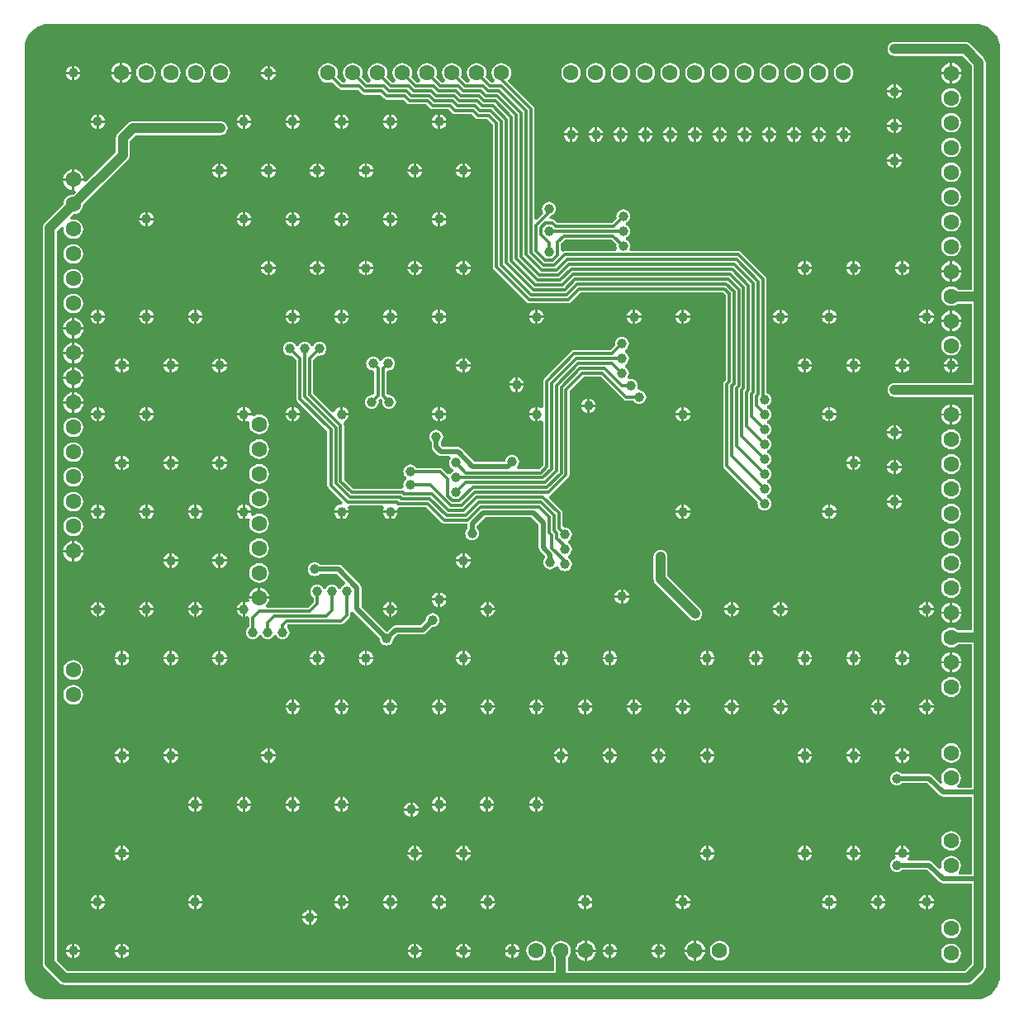
<source format=gbr>
G04 Layer_Physical_Order=2*
G04 Layer_Color=16711680*
%FSLAX23Y23*%
%MOIN*%
%TF.FileFunction,Copper,L2,Bot,Signal*%
%TF.Part,Single*%
G01*
G75*
%ADD10C,0.012*%
%ADD28C,0.020*%
%ADD29C,0.039*%
%TA.AperFunction,ViaPad*%
%ADD30C,0.063*%
%TA.AperFunction,ViaPad*%
%ADD31C,0.039*%
G36*
X5823Y5905D02*
X5838Y5901D01*
X5852Y5895D01*
X5865Y5887D01*
X5877Y5877D01*
X5887Y5865D01*
X5895Y5852D01*
X5901Y5838D01*
X5905Y5823D01*
X5906Y5807D01*
X5906Y5807D01*
X5906D01*
X5906Y2067D01*
X5905Y2051D01*
X5901Y2036D01*
X5895Y2022D01*
X5887Y2009D01*
X5877Y1997D01*
X5865Y1987D01*
X5852Y1979D01*
X5838Y1973D01*
X5823Y1969D01*
X5807Y1968D01*
X5807Y1969D01*
Y1969D01*
X2067Y1968D01*
X2051Y1969D01*
X2036Y1973D01*
X2022Y1979D01*
X2009Y1987D01*
X1997Y1997D01*
X1987Y2009D01*
X1979Y2022D01*
X1973Y2036D01*
X1969Y2051D01*
X1968Y2067D01*
X1969Y2067D01*
X1969D01*
X1968Y5807D01*
X1969Y5823D01*
X1973Y5838D01*
X1979Y5852D01*
X1987Y5865D01*
X1997Y5877D01*
X2009Y5887D01*
X2022Y5895D01*
X2036Y5901D01*
X2051Y5905D01*
X2067Y5906D01*
X2067Y5906D01*
Y5906D01*
X5807Y5906D01*
X5823Y5905D01*
D02*
G37*
%LPC*%
G36*
X5310Y3342D02*
X5286D01*
X5286Y3339D01*
X5289Y3332D01*
X5294Y3325D01*
X5300Y3321D01*
X5307Y3318D01*
X5310Y3317D01*
Y3342D01*
D02*
G37*
G36*
X5344D02*
X5320D01*
Y3317D01*
X5323Y3318D01*
X5330Y3321D01*
X5336Y3325D01*
X5341Y3332D01*
X5344Y3339D01*
X5344Y3342D01*
D02*
G37*
G36*
X5507D02*
X5483D01*
X5483Y3339D01*
X5486Y3332D01*
X5491Y3325D01*
X5497Y3321D01*
X5504Y3318D01*
X5507Y3317D01*
Y3342D01*
D02*
G37*
G36*
X4950D02*
X4926D01*
Y3317D01*
X4929Y3318D01*
X4936Y3321D01*
X4942Y3325D01*
X4947Y3332D01*
X4950Y3339D01*
X4950Y3342D01*
D02*
G37*
G36*
X5113D02*
X5089D01*
X5089Y3339D01*
X5092Y3332D01*
X5097Y3325D01*
X5103Y3321D01*
X5110Y3318D01*
X5113Y3317D01*
Y3342D01*
D02*
G37*
G36*
X5147D02*
X5123D01*
Y3317D01*
X5126Y3318D01*
X5133Y3321D01*
X5139Y3325D01*
X5144Y3332D01*
X5147Y3339D01*
X5147Y3342D01*
D02*
G37*
G36*
X2357Y3376D02*
X2354Y3375D01*
X2347Y3372D01*
X2341Y3368D01*
X2336Y3361D01*
X2333Y3354D01*
X2333Y3351D01*
X2357D01*
Y3376D01*
D02*
G37*
G36*
X2367D02*
Y3351D01*
X2391D01*
X2391Y3354D01*
X2388Y3361D01*
X2383Y3368D01*
X2377Y3372D01*
X2370Y3375D01*
X2367Y3376D01*
D02*
G37*
G36*
X2554D02*
X2551Y3375D01*
X2544Y3372D01*
X2538Y3368D01*
X2533Y3361D01*
X2530Y3354D01*
X2530Y3351D01*
X2554D01*
Y3376D01*
D02*
G37*
G36*
X5541Y3342D02*
X5517D01*
Y3317D01*
X5520Y3318D01*
X5527Y3321D01*
X5533Y3325D01*
X5538Y3332D01*
X5541Y3339D01*
X5541Y3342D01*
D02*
G37*
G36*
X5704Y3371D02*
X5698Y3370D01*
X5688Y3366D01*
X5679Y3359D01*
X5673Y3350D01*
X5668Y3340D01*
X5668Y3334D01*
X5704D01*
Y3371D01*
D02*
G37*
G36*
X5714D02*
Y3334D01*
X5750D01*
X5749Y3340D01*
X5745Y3350D01*
X5738Y3359D01*
X5730Y3366D01*
X5719Y3370D01*
X5714Y3371D01*
D02*
G37*
G36*
X4916Y3342D02*
X4892D01*
X4892Y3339D01*
X4895Y3332D01*
X4900Y3325D01*
X4906Y3321D01*
X4914Y3318D01*
X4916Y3317D01*
Y3342D01*
D02*
G37*
G36*
X3376D02*
X3351D01*
Y3317D01*
X3354Y3318D01*
X3361Y3321D01*
X3368Y3325D01*
X3372Y3332D01*
X3375Y3339D01*
X3376Y3342D01*
D02*
G37*
G36*
X3735D02*
X3711D01*
X3711Y3339D01*
X3714Y3332D01*
X3719Y3325D01*
X3725Y3321D01*
X3732Y3318D01*
X3735Y3317D01*
Y3342D01*
D02*
G37*
G36*
X3769D02*
X3745D01*
Y3317D01*
X3748Y3318D01*
X3755Y3321D01*
X3761Y3325D01*
X3766Y3332D01*
X3769Y3339D01*
X3769Y3342D01*
D02*
G37*
G36*
X3145D02*
X3120D01*
X3121Y3339D01*
X3124Y3332D01*
X3129Y3325D01*
X3135Y3321D01*
X3142Y3318D01*
X3145Y3317D01*
Y3342D01*
D02*
G37*
G36*
X3179D02*
X3155D01*
Y3317D01*
X3157Y3318D01*
X3164Y3321D01*
X3171Y3325D01*
X3175Y3332D01*
X3178Y3339D01*
X3179Y3342D01*
D02*
G37*
G36*
X3342D02*
X3317D01*
X3318Y3339D01*
X3321Y3332D01*
X3325Y3325D01*
X3332Y3321D01*
X3339Y3318D01*
X3342Y3317D01*
Y3342D01*
D02*
G37*
G36*
X4360D02*
X4336D01*
Y3317D01*
X4338Y3318D01*
X4346Y3321D01*
X4352Y3325D01*
X4357Y3332D01*
X4359Y3339D01*
X4360Y3342D01*
D02*
G37*
G36*
X4719D02*
X4695D01*
X4696Y3339D01*
X4699Y3332D01*
X4703Y3325D01*
X4710Y3321D01*
X4717Y3318D01*
X4719Y3317D01*
Y3342D01*
D02*
G37*
G36*
X4754D02*
X4729D01*
Y3317D01*
X4732Y3318D01*
X4739Y3321D01*
X4745Y3325D01*
X4750Y3332D01*
X4753Y3339D01*
X4754Y3342D01*
D02*
G37*
G36*
X4129D02*
X4105D01*
X4105Y3339D01*
X4108Y3332D01*
X4113Y3325D01*
X4119Y3321D01*
X4126Y3318D01*
X4129Y3317D01*
Y3342D01*
D02*
G37*
G36*
X4163D02*
X4139D01*
Y3317D01*
X4142Y3318D01*
X4149Y3321D01*
X4155Y3325D01*
X4160Y3332D01*
X4163Y3339D01*
X4163Y3342D01*
D02*
G37*
G36*
X4326D02*
X4302D01*
X4302Y3339D01*
X4305Y3332D01*
X4310Y3325D01*
X4316Y3321D01*
X4323Y3318D01*
X4326Y3317D01*
Y3342D01*
D02*
G37*
G36*
X4926Y3376D02*
Y3351D01*
X4950D01*
X4950Y3354D01*
X4947Y3361D01*
X4942Y3368D01*
X4936Y3372D01*
X4929Y3375D01*
X4926Y3376D01*
D02*
G37*
G36*
X5113D02*
X5110Y3375D01*
X5103Y3372D01*
X5097Y3368D01*
X5092Y3361D01*
X5089Y3354D01*
X5089Y3351D01*
X5113D01*
Y3376D01*
D02*
G37*
G36*
X5123D02*
Y3351D01*
X5147D01*
X5147Y3354D01*
X5144Y3361D01*
X5139Y3368D01*
X5133Y3372D01*
X5126Y3375D01*
X5123Y3376D01*
D02*
G37*
G36*
X4719D02*
X4717Y3375D01*
X4710Y3372D01*
X4703Y3368D01*
X4699Y3361D01*
X4696Y3354D01*
X4695Y3351D01*
X4719D01*
Y3376D01*
D02*
G37*
G36*
X4729D02*
Y3351D01*
X4754D01*
X4753Y3354D01*
X4750Y3361D01*
X4745Y3368D01*
X4739Y3372D01*
X4732Y3375D01*
X4729Y3376D01*
D02*
G37*
G36*
X4916D02*
X4914Y3375D01*
X4906Y3372D01*
X4900Y3368D01*
X4895Y3361D01*
X4892Y3354D01*
X4892Y3351D01*
X4916D01*
Y3376D01*
D02*
G37*
G36*
X5517D02*
Y3351D01*
X5541D01*
X5541Y3354D01*
X5538Y3361D01*
X5533Y3368D01*
X5527Y3372D01*
X5520Y3375D01*
X5517Y3376D01*
D02*
G37*
G36*
X5704Y3525D02*
X5668D01*
X5668Y3519D01*
X5673Y3509D01*
X5679Y3500D01*
X5688Y3493D01*
X5698Y3489D01*
X5704Y3488D01*
Y3525D01*
D02*
G37*
G36*
X5750D02*
X5714D01*
Y3488D01*
X5719Y3489D01*
X5730Y3493D01*
X5738Y3500D01*
X5745Y3509D01*
X5749Y3519D01*
X5750Y3525D01*
D02*
G37*
G36*
X5310Y3376D02*
X5307Y3375D01*
X5300Y3372D01*
X5294Y3368D01*
X5289Y3361D01*
X5286Y3354D01*
X5286Y3351D01*
X5310D01*
Y3376D01*
D02*
G37*
G36*
X5320D02*
Y3351D01*
X5344D01*
X5344Y3354D01*
X5341Y3361D01*
X5336Y3368D01*
X5330Y3372D01*
X5323Y3375D01*
X5320Y3376D01*
D02*
G37*
G36*
X5507D02*
X5504Y3375D01*
X5497Y3372D01*
X5491Y3368D01*
X5486Y3361D01*
X5483Y3354D01*
X5483Y3351D01*
X5507D01*
Y3376D01*
D02*
G37*
G36*
X4336D02*
Y3351D01*
X4360D01*
X4359Y3354D01*
X4357Y3361D01*
X4352Y3368D01*
X4346Y3372D01*
X4338Y3375D01*
X4336Y3376D01*
D02*
G37*
G36*
X3145D02*
X3142Y3375D01*
X3135Y3372D01*
X3129Y3368D01*
X3124Y3361D01*
X3121Y3354D01*
X3120Y3351D01*
X3145D01*
Y3376D01*
D02*
G37*
G36*
X3155D02*
Y3351D01*
X3179D01*
X3178Y3354D01*
X3175Y3361D01*
X3171Y3368D01*
X3164Y3372D01*
X3157Y3375D01*
X3155Y3376D01*
D02*
G37*
G36*
X3342D02*
X3339Y3375D01*
X3332Y3372D01*
X3325Y3368D01*
X3321Y3361D01*
X3318Y3354D01*
X3317Y3351D01*
X3342D01*
Y3376D01*
D02*
G37*
G36*
X2564D02*
Y3351D01*
X2588D01*
X2588Y3354D01*
X2585Y3361D01*
X2580Y3368D01*
X2574Y3372D01*
X2567Y3375D01*
X2564Y3376D01*
D02*
G37*
G36*
X2751D02*
X2748Y3375D01*
X2741Y3372D01*
X2735Y3368D01*
X2730Y3361D01*
X2727Y3354D01*
X2727Y3351D01*
X2751D01*
Y3376D01*
D02*
G37*
G36*
X2761D02*
Y3351D01*
X2785D01*
X2785Y3354D01*
X2782Y3361D01*
X2777Y3368D01*
X2771Y3372D01*
X2764Y3375D01*
X2761Y3376D01*
D02*
G37*
G36*
X4129D02*
X4126Y3375D01*
X4119Y3372D01*
X4113Y3368D01*
X4108Y3361D01*
X4105Y3354D01*
X4105Y3351D01*
X4129D01*
Y3376D01*
D02*
G37*
G36*
X4139D02*
Y3351D01*
X4163D01*
X4163Y3354D01*
X4160Y3361D01*
X4155Y3368D01*
X4149Y3372D01*
X4142Y3375D01*
X4139Y3376D01*
D02*
G37*
G36*
X4326D02*
X4323Y3375D01*
X4316Y3372D01*
X4310Y3368D01*
X4305Y3361D01*
X4302Y3354D01*
X4302Y3351D01*
X4326D01*
Y3376D01*
D02*
G37*
G36*
X3351D02*
Y3351D01*
X3376D01*
X3375Y3354D01*
X3372Y3361D01*
X3368Y3368D01*
X3361Y3372D01*
X3354Y3375D01*
X3351Y3376D01*
D02*
G37*
G36*
X3735D02*
X3732Y3375D01*
X3725Y3372D01*
X3719Y3368D01*
X3714Y3361D01*
X3711Y3354D01*
X3711Y3351D01*
X3735D01*
Y3376D01*
D02*
G37*
G36*
X3745D02*
Y3351D01*
X3769D01*
X3769Y3354D01*
X3766Y3361D01*
X3761Y3368D01*
X3755Y3372D01*
X3748Y3375D01*
X3745Y3376D01*
D02*
G37*
G36*
X3253Y3179D02*
Y3155D01*
X3277D01*
X3277Y3157D01*
X3274Y3164D01*
X3269Y3171D01*
X3263Y3175D01*
X3256Y3178D01*
X3253Y3179D01*
D02*
G37*
G36*
X3440D02*
X3437Y3178D01*
X3430Y3175D01*
X3424Y3171D01*
X3419Y3164D01*
X3416Y3157D01*
X3416Y3155D01*
X3440D01*
Y3179D01*
D02*
G37*
G36*
X3450D02*
Y3155D01*
X3474D01*
X3474Y3157D01*
X3471Y3164D01*
X3466Y3171D01*
X3460Y3175D01*
X3453Y3178D01*
X3450Y3179D01*
D02*
G37*
G36*
X3046D02*
X3043Y3178D01*
X3036Y3175D01*
X3030Y3171D01*
X3025Y3164D01*
X3022Y3157D01*
X3022Y3155D01*
X3046D01*
Y3179D01*
D02*
G37*
G36*
X3056D02*
Y3155D01*
X3080D01*
X3080Y3157D01*
X3077Y3164D01*
X3072Y3171D01*
X3066Y3175D01*
X3059Y3178D01*
X3056Y3179D01*
D02*
G37*
G36*
X3243D02*
X3240Y3178D01*
X3233Y3175D01*
X3227Y3171D01*
X3222Y3164D01*
X3219Y3157D01*
X3219Y3155D01*
X3243D01*
Y3179D01*
D02*
G37*
G36*
X3844D02*
Y3155D01*
X3868D01*
X3867Y3157D01*
X3864Y3164D01*
X3860Y3171D01*
X3853Y3175D01*
X3846Y3178D01*
X3844Y3179D01*
D02*
G37*
G36*
X4031D02*
X4028Y3178D01*
X4021Y3175D01*
X4014Y3171D01*
X4010Y3164D01*
X4007Y3157D01*
X4006Y3155D01*
X4031D01*
Y3179D01*
D02*
G37*
G36*
X4040D02*
Y3155D01*
X4065D01*
X4064Y3157D01*
X4061Y3164D01*
X4056Y3171D01*
X4050Y3175D01*
X4043Y3178D01*
X4040Y3179D01*
D02*
G37*
G36*
X3637D02*
X3634Y3178D01*
X3627Y3175D01*
X3621Y3171D01*
X3616Y3164D01*
X3613Y3157D01*
X3613Y3155D01*
X3637D01*
Y3179D01*
D02*
G37*
G36*
X3647D02*
Y3155D01*
X3671D01*
X3671Y3157D01*
X3668Y3164D01*
X3663Y3171D01*
X3657Y3175D01*
X3649Y3178D01*
X3647Y3179D01*
D02*
G37*
G36*
X3834D02*
X3831Y3178D01*
X3824Y3175D01*
X3818Y3171D01*
X3813Y3164D01*
X3810Y3157D01*
X3809Y3155D01*
X3834D01*
Y3179D01*
D02*
G37*
G36*
X5639Y3145D02*
X5615D01*
Y3120D01*
X5618Y3121D01*
X5625Y3124D01*
X5631Y3129D01*
X5636Y3135D01*
X5639Y3142D01*
X5639Y3145D01*
D02*
G37*
G36*
X4621D02*
X4597D01*
X4597Y3142D01*
X4600Y3135D01*
X4605Y3129D01*
X4611Y3124D01*
X4618Y3121D01*
X4621Y3120D01*
Y3145D01*
D02*
G37*
G36*
X4655D02*
X4631D01*
Y3120D01*
X4634Y3121D01*
X4641Y3124D01*
X4647Y3129D01*
X4652Y3135D01*
X4655Y3142D01*
X4655Y3145D01*
D02*
G37*
G36*
X4818D02*
X4794D01*
X4794Y3142D01*
X4797Y3135D01*
X4802Y3129D01*
X4808Y3124D01*
X4815Y3121D01*
X4818Y3120D01*
Y3145D01*
D02*
G37*
G36*
X4261D02*
X4237D01*
Y3120D01*
X4240Y3121D01*
X4247Y3124D01*
X4253Y3129D01*
X4258Y3135D01*
X4261Y3142D01*
X4261Y3145D01*
D02*
G37*
G36*
X4424D02*
X4400D01*
X4400Y3142D01*
X4403Y3135D01*
X4408Y3129D01*
X4414Y3124D01*
X4421Y3121D01*
X4424Y3120D01*
Y3145D01*
D02*
G37*
G36*
X4458D02*
X4434D01*
Y3120D01*
X4437Y3121D01*
X4444Y3124D01*
X4450Y3129D01*
X4455Y3135D01*
X4458Y3142D01*
X4458Y3145D01*
D02*
G37*
G36*
X5408D02*
X5384D01*
X5385Y3142D01*
X5388Y3135D01*
X5392Y3129D01*
X5398Y3124D01*
X5406Y3121D01*
X5408Y3120D01*
Y3145D01*
D02*
G37*
G36*
X5443D02*
X5418D01*
Y3120D01*
X5421Y3121D01*
X5428Y3124D01*
X5434Y3129D01*
X5439Y3135D01*
X5442Y3142D01*
X5443Y3145D01*
D02*
G37*
G36*
X5605D02*
X5581D01*
X5581Y3142D01*
X5584Y3135D01*
X5589Y3129D01*
X5595Y3124D01*
X5603Y3121D01*
X5605Y3120D01*
Y3145D01*
D02*
G37*
G36*
X4852D02*
X4828D01*
Y3120D01*
X4831Y3121D01*
X4838Y3124D01*
X4844Y3129D01*
X4849Y3135D01*
X4852Y3142D01*
X4852Y3145D01*
D02*
G37*
G36*
X5015D02*
X4991D01*
X4991Y3142D01*
X4994Y3135D01*
X4999Y3129D01*
X5005Y3124D01*
X5012Y3121D01*
X5015Y3120D01*
Y3145D01*
D02*
G37*
G36*
X5049D02*
X5025D01*
Y3120D01*
X5027Y3121D01*
X5035Y3124D01*
X5041Y3129D01*
X5045Y3135D01*
X5048Y3142D01*
X5049Y3145D01*
D02*
G37*
G36*
X2165Y3338D02*
X2155Y3336D01*
X2145Y3332D01*
X2137Y3326D01*
X2131Y3318D01*
X2127Y3308D01*
X2126Y3298D01*
X2127Y3288D01*
X2131Y3278D01*
X2137Y3270D01*
X2145Y3264D01*
X2155Y3260D01*
X2165Y3258D01*
X2176Y3260D01*
X2185Y3264D01*
X2193Y3270D01*
X2200Y3278D01*
X2204Y3288D01*
X2205Y3298D01*
X2204Y3308D01*
X2200Y3318D01*
X2193Y3326D01*
X2185Y3332D01*
X2176Y3336D01*
X2165Y3338D01*
D02*
G37*
G36*
X5704Y3325D02*
X5668D01*
X5668Y3319D01*
X5673Y3309D01*
X5679Y3300D01*
X5688Y3293D01*
X5698Y3289D01*
X5704Y3288D01*
Y3325D01*
D02*
G37*
G36*
X5750D02*
X5714D01*
Y3288D01*
X5719Y3289D01*
X5730Y3293D01*
X5738Y3300D01*
X5745Y3309D01*
X5749Y3319D01*
X5750Y3325D01*
D02*
G37*
G36*
X5615Y3179D02*
Y3155D01*
X5639D01*
X5639Y3157D01*
X5636Y3164D01*
X5631Y3171D01*
X5625Y3175D01*
X5618Y3178D01*
X5615Y3179D01*
D02*
G37*
G36*
X2165Y3238D02*
X2155Y3236D01*
X2145Y3232D01*
X2137Y3226D01*
X2131Y3218D01*
X2127Y3208D01*
X2126Y3198D01*
X2127Y3188D01*
X2131Y3178D01*
X2137Y3170D01*
X2145Y3164D01*
X2155Y3160D01*
X2165Y3158D01*
X2176Y3160D01*
X2185Y3164D01*
X2193Y3170D01*
X2200Y3178D01*
X2204Y3188D01*
X2205Y3198D01*
X2204Y3208D01*
X2200Y3218D01*
X2193Y3226D01*
X2185Y3232D01*
X2176Y3236D01*
X2165Y3238D01*
D02*
G37*
G36*
X5709Y3269D02*
X5698Y3268D01*
X5689Y3264D01*
X5681Y3258D01*
X5674Y3249D01*
X5670Y3240D01*
X5669Y3230D01*
X5670Y3219D01*
X5674Y3210D01*
X5681Y3201D01*
X5689Y3195D01*
X5698Y3191D01*
X5709Y3190D01*
X5719Y3191D01*
X5729Y3195D01*
X5737Y3201D01*
X5743Y3210D01*
X5747Y3219D01*
X5748Y3230D01*
X5747Y3240D01*
X5743Y3249D01*
X5737Y3258D01*
X5729Y3264D01*
X5719Y3268D01*
X5709Y3269D01*
D02*
G37*
G36*
X2588Y3342D02*
X2564D01*
Y3317D01*
X2567Y3318D01*
X2574Y3321D01*
X2580Y3325D01*
X2585Y3332D01*
X2588Y3339D01*
X2588Y3342D01*
D02*
G37*
G36*
X2751D02*
X2727D01*
X2727Y3339D01*
X2730Y3332D01*
X2735Y3325D01*
X2741Y3321D01*
X2748Y3318D01*
X2751Y3317D01*
Y3342D01*
D02*
G37*
G36*
X2785D02*
X2761D01*
Y3317D01*
X2764Y3318D01*
X2771Y3321D01*
X2777Y3325D01*
X2782Y3332D01*
X2785Y3339D01*
X2785Y3342D01*
D02*
G37*
G36*
X2357D02*
X2333D01*
X2333Y3339D01*
X2336Y3332D01*
X2341Y3325D01*
X2347Y3321D01*
X2354Y3318D01*
X2357Y3317D01*
Y3342D01*
D02*
G37*
G36*
X2391D02*
X2367D01*
Y3317D01*
X2370Y3318D01*
X2377Y3321D01*
X2383Y3325D01*
X2388Y3332D01*
X2391Y3339D01*
X2391Y3342D01*
D02*
G37*
G36*
X2554D02*
X2530D01*
X2530Y3339D01*
X2533Y3332D01*
X2538Y3325D01*
X2544Y3321D01*
X2551Y3318D01*
X2554Y3317D01*
Y3342D01*
D02*
G37*
G36*
X5605Y3179D02*
X5603Y3178D01*
X5595Y3175D01*
X5589Y3171D01*
X5584Y3164D01*
X5581Y3157D01*
X5581Y3155D01*
X5605D01*
Y3179D01*
D02*
G37*
G36*
X4434D02*
Y3155D01*
X4458D01*
X4458Y3157D01*
X4455Y3164D01*
X4450Y3171D01*
X4444Y3175D01*
X4437Y3178D01*
X4434Y3179D01*
D02*
G37*
G36*
X4621D02*
X4618Y3178D01*
X4611Y3175D01*
X4605Y3171D01*
X4600Y3164D01*
X4597Y3157D01*
X4597Y3155D01*
X4621D01*
Y3179D01*
D02*
G37*
G36*
X4631D02*
Y3155D01*
X4655D01*
X4655Y3157D01*
X4652Y3164D01*
X4647Y3171D01*
X4641Y3175D01*
X4634Y3178D01*
X4631Y3179D01*
D02*
G37*
G36*
X4227D02*
X4225Y3178D01*
X4217Y3175D01*
X4211Y3171D01*
X4206Y3164D01*
X4204Y3157D01*
X4203Y3155D01*
X4227D01*
Y3179D01*
D02*
G37*
G36*
X4237D02*
Y3155D01*
X4261D01*
X4261Y3157D01*
X4258Y3164D01*
X4253Y3171D01*
X4247Y3175D01*
X4240Y3178D01*
X4237Y3179D01*
D02*
G37*
G36*
X4424D02*
X4421Y3178D01*
X4414Y3175D01*
X4408Y3171D01*
X4403Y3164D01*
X4400Y3157D01*
X4400Y3155D01*
X4424D01*
Y3179D01*
D02*
G37*
G36*
X5025D02*
Y3155D01*
X5049D01*
X5048Y3157D01*
X5045Y3164D01*
X5041Y3171D01*
X5035Y3175D01*
X5027Y3178D01*
X5025Y3179D01*
D02*
G37*
G36*
X5408D02*
X5406Y3178D01*
X5398Y3175D01*
X5392Y3171D01*
X5388Y3164D01*
X5385Y3157D01*
X5384Y3155D01*
X5408D01*
Y3179D01*
D02*
G37*
G36*
X5418D02*
Y3155D01*
X5443D01*
X5442Y3157D01*
X5439Y3164D01*
X5434Y3171D01*
X5428Y3175D01*
X5421Y3178D01*
X5418Y3179D01*
D02*
G37*
G36*
X4818D02*
X4815Y3178D01*
X4808Y3175D01*
X4802Y3171D01*
X4797Y3164D01*
X4794Y3157D01*
X4794Y3155D01*
X4818D01*
Y3179D01*
D02*
G37*
G36*
X4828D02*
Y3155D01*
X4852D01*
X4852Y3157D01*
X4849Y3164D01*
X4844Y3171D01*
X4838Y3175D01*
X4831Y3178D01*
X4828Y3179D01*
D02*
G37*
G36*
X5015D02*
X5012Y3178D01*
X5005Y3175D01*
X4999Y3171D01*
X4994Y3164D01*
X4991Y3157D01*
X4991Y3155D01*
X5015D01*
Y3179D01*
D02*
G37*
G36*
X4535Y3783D02*
X4528Y3782D01*
X4521Y3779D01*
X4515Y3775D01*
X4511Y3769D01*
X4508Y3762D01*
X4507Y3755D01*
Y3665D01*
X4508Y3658D01*
X4511Y3651D01*
X4515Y3645D01*
X4655Y3505D01*
X4661Y3501D01*
X4668Y3498D01*
X4675Y3497D01*
X4682Y3498D01*
X4689Y3501D01*
X4695Y3505D01*
X4699Y3511D01*
X4702Y3518D01*
X4703Y3525D01*
X4702Y3532D01*
X4699Y3539D01*
X4695Y3545D01*
X4563Y3677D01*
Y3755D01*
X4562Y3762D01*
X4559Y3769D01*
X4555Y3775D01*
X4549Y3779D01*
X4542Y3782D01*
X4535Y3783D01*
D02*
G37*
G36*
X2170Y3819D02*
Y3782D01*
X2206D01*
X2206Y3788D01*
X2201Y3798D01*
X2195Y3807D01*
X2186Y3814D01*
X2176Y3818D01*
X2170Y3819D01*
D02*
G37*
G36*
X5709Y3869D02*
X5698Y3868D01*
X5689Y3864D01*
X5681Y3858D01*
X5674Y3849D01*
X5670Y3840D01*
X5669Y3830D01*
X5670Y3819D01*
X5674Y3810D01*
X5681Y3801D01*
X5689Y3795D01*
X5698Y3791D01*
X5709Y3790D01*
X5719Y3791D01*
X5729Y3795D01*
X5737Y3801D01*
X5743Y3810D01*
X5747Y3819D01*
X5748Y3830D01*
X5747Y3840D01*
X5743Y3849D01*
X5737Y3858D01*
X5729Y3864D01*
X5719Y3868D01*
X5709Y3869D01*
D02*
G37*
G36*
X2165Y3917D02*
X2155Y3916D01*
X2145Y3912D01*
X2137Y3906D01*
X2131Y3897D01*
X2127Y3888D01*
X2126Y3878D01*
X2127Y3867D01*
X2131Y3858D01*
X2137Y3849D01*
X2145Y3843D01*
X2155Y3839D01*
X2165Y3838D01*
X2176Y3839D01*
X2185Y3843D01*
X2193Y3849D01*
X2200Y3858D01*
X2204Y3867D01*
X2205Y3878D01*
X2204Y3888D01*
X2200Y3897D01*
X2193Y3906D01*
X2185Y3912D01*
X2176Y3916D01*
X2165Y3917D01*
D02*
G37*
G36*
X3745Y3769D02*
Y3745D01*
X3769D01*
X3769Y3748D01*
X3766Y3755D01*
X3761Y3761D01*
X3755Y3766D01*
X3748Y3769D01*
X3745Y3769D01*
D02*
G37*
G36*
X2915Y3830D02*
X2905Y3828D01*
X2895Y3824D01*
X2887Y3818D01*
X2881Y3810D01*
X2877Y3800D01*
X2875Y3790D01*
X2877Y3780D01*
X2881Y3770D01*
X2887Y3762D01*
X2895Y3756D01*
X2905Y3752D01*
X2915Y3750D01*
X2925Y3752D01*
X2935Y3756D01*
X2943Y3762D01*
X2949Y3770D01*
X2953Y3780D01*
X2955Y3790D01*
X2953Y3800D01*
X2949Y3810D01*
X2943Y3818D01*
X2935Y3824D01*
X2925Y3828D01*
X2915Y3830D01*
D02*
G37*
G36*
X2160Y3819D02*
X2155Y3818D01*
X2145Y3814D01*
X2136Y3807D01*
X2129Y3798D01*
X2125Y3788D01*
X2124Y3782D01*
X2160D01*
Y3819D01*
D02*
G37*
G36*
X2293Y3932D02*
X2269D01*
Y3908D01*
X2271Y3908D01*
X2279Y3911D01*
X2285Y3916D01*
X2290Y3922D01*
X2293Y3929D01*
X2293Y3932D01*
D02*
G37*
G36*
X2456D02*
X2431D01*
X2432Y3929D01*
X2435Y3922D01*
X2440Y3916D01*
X2446Y3911D01*
X2453Y3908D01*
X2456Y3908D01*
Y3932D01*
D02*
G37*
G36*
X2490D02*
X2466D01*
Y3908D01*
X2468Y3908D01*
X2476Y3911D01*
X2482Y3916D01*
X2486Y3922D01*
X2489Y3929D01*
X2490Y3932D01*
D02*
G37*
G36*
X2883D02*
X2859D01*
Y3908D01*
X2862Y3908D01*
X2869Y3911D01*
X2871Y3913D01*
X2879Y3906D01*
X2877Y3900D01*
X2875Y3890D01*
X2877Y3880D01*
X2881Y3870D01*
X2887Y3862D01*
X2895Y3856D01*
X2905Y3852D01*
X2915Y3850D01*
X2925Y3852D01*
X2935Y3856D01*
X2943Y3862D01*
X2949Y3870D01*
X2953Y3880D01*
X2955Y3890D01*
X2953Y3900D01*
X2949Y3910D01*
X2943Y3918D01*
X2935Y3924D01*
X2925Y3928D01*
X2915Y3930D01*
X2905Y3928D01*
X2895Y3924D01*
X2890Y3921D01*
X2882Y3927D01*
X2883Y3929D01*
X2883Y3932D01*
D02*
G37*
G36*
X5709Y3969D02*
X5698Y3968D01*
X5689Y3964D01*
X5681Y3958D01*
X5674Y3949D01*
X5670Y3940D01*
X5669Y3930D01*
X5670Y3919D01*
X5674Y3910D01*
X5681Y3901D01*
X5689Y3895D01*
X5698Y3891D01*
X5709Y3890D01*
X5719Y3891D01*
X5729Y3895D01*
X5737Y3901D01*
X5743Y3910D01*
X5747Y3919D01*
X5748Y3930D01*
X5747Y3940D01*
X5743Y3949D01*
X5737Y3958D01*
X5729Y3964D01*
X5719Y3968D01*
X5709Y3969D01*
D02*
G37*
G36*
X2259Y3932D02*
X2235D01*
X2235Y3929D01*
X2238Y3922D01*
X2243Y3916D01*
X2249Y3911D01*
X2256Y3908D01*
X2259Y3908D01*
Y3932D01*
D02*
G37*
G36*
X3735Y3769D02*
X3732Y3769D01*
X3725Y3766D01*
X3719Y3761D01*
X3714Y3755D01*
X3711Y3748D01*
X3711Y3745D01*
X3735D01*
Y3769D01*
D02*
G37*
G36*
X2785Y3735D02*
X2761D01*
Y3711D01*
X2764Y3711D01*
X2771Y3714D01*
X2777Y3719D01*
X2782Y3725D01*
X2785Y3732D01*
X2785Y3735D01*
D02*
G37*
G36*
X3735D02*
X3711D01*
X3711Y3732D01*
X3714Y3725D01*
X3719Y3719D01*
X3725Y3714D01*
X3732Y3711D01*
X3735Y3711D01*
Y3735D01*
D02*
G37*
G36*
X3769D02*
X3745D01*
Y3711D01*
X3748Y3711D01*
X3755Y3714D01*
X3761Y3719D01*
X3766Y3725D01*
X3769Y3732D01*
X3769Y3735D01*
D02*
G37*
G36*
X2554D02*
X2530D01*
X2530Y3732D01*
X2533Y3725D01*
X2538Y3719D01*
X2544Y3714D01*
X2551Y3711D01*
X2554Y3711D01*
Y3735D01*
D02*
G37*
G36*
X2588D02*
X2564D01*
Y3711D01*
X2567Y3711D01*
X2574Y3714D01*
X2580Y3719D01*
X2585Y3725D01*
X2588Y3732D01*
X2588Y3735D01*
D02*
G37*
G36*
X2751D02*
X2727D01*
X2727Y3732D01*
X2730Y3725D01*
X2735Y3719D01*
X2741Y3714D01*
X2748Y3711D01*
X2751Y3711D01*
Y3735D01*
D02*
G37*
G36*
X2564Y3769D02*
Y3745D01*
X2588D01*
X2588Y3748D01*
X2585Y3755D01*
X2580Y3761D01*
X2574Y3766D01*
X2567Y3769D01*
X2564Y3769D01*
D02*
G37*
G36*
X2751D02*
X2748Y3769D01*
X2741Y3766D01*
X2735Y3761D01*
X2730Y3755D01*
X2727Y3748D01*
X2727Y3745D01*
X2751D01*
Y3769D01*
D02*
G37*
G36*
X2761D02*
Y3745D01*
X2785D01*
X2785Y3748D01*
X2782Y3755D01*
X2777Y3761D01*
X2771Y3766D01*
X2764Y3769D01*
X2761Y3769D01*
D02*
G37*
G36*
X2160Y3773D02*
X2124D01*
X2125Y3767D01*
X2129Y3757D01*
X2136Y3748D01*
X2145Y3741D01*
X2155Y3737D01*
X2160Y3737D01*
Y3773D01*
D02*
G37*
G36*
X2206D02*
X2170D01*
Y3737D01*
X2176Y3737D01*
X2186Y3741D01*
X2195Y3748D01*
X2201Y3757D01*
X2206Y3767D01*
X2206Y3773D01*
D02*
G37*
G36*
X2554Y3769D02*
X2551Y3769D01*
X2544Y3766D01*
X2538Y3761D01*
X2533Y3755D01*
X2530Y3748D01*
X2530Y3745D01*
X2554D01*
Y3769D01*
D02*
G37*
G36*
X2653Y3966D02*
X2650Y3966D01*
X2643Y3963D01*
X2636Y3958D01*
X2632Y3952D01*
X2629Y3945D01*
X2628Y3942D01*
X2653D01*
Y3966D01*
D02*
G37*
G36*
X2662D02*
Y3942D01*
X2687D01*
X2686Y3945D01*
X2683Y3952D01*
X2679Y3958D01*
X2672Y3963D01*
X2665Y3966D01*
X2662Y3966D01*
D02*
G37*
G36*
X2849D02*
X2847Y3966D01*
X2839Y3963D01*
X2833Y3958D01*
X2829Y3952D01*
X2826Y3945D01*
X2825Y3942D01*
X2849D01*
Y3966D01*
D02*
G37*
G36*
X2269D02*
Y3942D01*
X2293D01*
X2293Y3945D01*
X2290Y3952D01*
X2285Y3958D01*
X2279Y3963D01*
X2271Y3966D01*
X2269Y3966D01*
D02*
G37*
G36*
X2456D02*
X2453Y3966D01*
X2446Y3963D01*
X2440Y3958D01*
X2435Y3952D01*
X2432Y3945D01*
X2431Y3942D01*
X2456D01*
Y3966D01*
D02*
G37*
G36*
X2466D02*
Y3942D01*
X2490D01*
X2489Y3945D01*
X2486Y3952D01*
X2482Y3958D01*
X2476Y3963D01*
X2468Y3966D01*
X2466Y3966D01*
D02*
G37*
G36*
X5212D02*
X5209Y3966D01*
X5202Y3963D01*
X5195Y3958D01*
X5191Y3952D01*
X5188Y3945D01*
X5187Y3942D01*
X5212D01*
Y3966D01*
D02*
G37*
G36*
X5221D02*
Y3942D01*
X5246D01*
X5245Y3945D01*
X5242Y3952D01*
X5238Y3958D01*
X5231Y3963D01*
X5224Y3966D01*
X5221Y3966D01*
D02*
G37*
G36*
X5475Y3973D02*
X5451D01*
X5451Y3970D01*
X5454Y3963D01*
X5459Y3957D01*
X5465Y3952D01*
X5472Y3949D01*
X5475Y3949D01*
Y3973D01*
D02*
G37*
G36*
X2859Y3966D02*
Y3942D01*
X2883D01*
X2883Y3945D01*
X2880Y3952D01*
X2875Y3958D01*
X2869Y3963D01*
X2862Y3966D01*
X2859Y3966D01*
D02*
G37*
G36*
X4621D02*
X4618Y3966D01*
X4611Y3963D01*
X4605Y3958D01*
X4600Y3952D01*
X4597Y3945D01*
X4597Y3942D01*
X4621D01*
Y3966D01*
D02*
G37*
G36*
X4631D02*
Y3942D01*
X4655D01*
X4655Y3945D01*
X4652Y3952D01*
X4647Y3958D01*
X4641Y3963D01*
X4634Y3966D01*
X4631Y3966D01*
D02*
G37*
G36*
X2259D02*
X2256Y3966D01*
X2249Y3963D01*
X2243Y3958D01*
X2238Y3952D01*
X2235Y3945D01*
X2235Y3942D01*
X2259D01*
Y3966D01*
D02*
G37*
G36*
X3243Y3932D02*
X3219D01*
X3219Y3929D01*
X3222Y3922D01*
X3227Y3916D01*
X3233Y3911D01*
X3240Y3908D01*
X3243Y3908D01*
Y3932D01*
D02*
G37*
G36*
X3277D02*
X3253D01*
Y3908D01*
X3256Y3908D01*
X3263Y3911D01*
X3269Y3916D01*
X3274Y3922D01*
X3277Y3929D01*
X3277Y3932D01*
D02*
G37*
G36*
X3440D02*
X3416D01*
X3416Y3929D01*
X3419Y3922D01*
X3424Y3916D01*
X3430Y3911D01*
X3437Y3908D01*
X3440Y3908D01*
Y3932D01*
D02*
G37*
G36*
X2653D02*
X2628D01*
X2629Y3929D01*
X2632Y3922D01*
X2636Y3916D01*
X2643Y3911D01*
X2650Y3908D01*
X2653Y3908D01*
Y3932D01*
D02*
G37*
G36*
X2687D02*
X2662D01*
Y3908D01*
X2665Y3908D01*
X2672Y3911D01*
X2679Y3916D01*
X2683Y3922D01*
X2686Y3929D01*
X2687Y3932D01*
D02*
G37*
G36*
X2849D02*
X2825D01*
X2826Y3929D01*
X2829Y3922D01*
X2833Y3916D01*
X2839Y3911D01*
X2847Y3908D01*
X2849Y3908D01*
Y3932D01*
D02*
G37*
G36*
X5212D02*
X5187D01*
X5188Y3929D01*
X5191Y3922D01*
X5195Y3916D01*
X5202Y3911D01*
X5209Y3908D01*
X5212Y3908D01*
Y3932D01*
D02*
G37*
G36*
X5246D02*
X5221D01*
Y3908D01*
X5224Y3908D01*
X5231Y3911D01*
X5238Y3916D01*
X5242Y3922D01*
X5245Y3929D01*
X5246Y3932D01*
D02*
G37*
G36*
X2165Y4017D02*
X2155Y4016D01*
X2145Y4012D01*
X2137Y4006D01*
X2131Y3997D01*
X2127Y3988D01*
X2126Y3978D01*
X2127Y3967D01*
X2131Y3958D01*
X2137Y3949D01*
X2145Y3943D01*
X2155Y3939D01*
X2165Y3938D01*
X2176Y3939D01*
X2185Y3943D01*
X2193Y3949D01*
X2200Y3958D01*
X2204Y3967D01*
X2205Y3978D01*
X2204Y3988D01*
X2200Y3997D01*
X2193Y4006D01*
X2185Y4012D01*
X2176Y4016D01*
X2165Y4017D01*
D02*
G37*
G36*
X3474Y3932D02*
X3450D01*
Y3908D01*
X3453Y3908D01*
X3460Y3911D01*
X3466Y3916D01*
X3471Y3922D01*
X3474Y3929D01*
X3474Y3932D01*
D02*
G37*
G36*
X4621D02*
X4597D01*
X4597Y3929D01*
X4600Y3922D01*
X4605Y3916D01*
X4611Y3911D01*
X4618Y3908D01*
X4621Y3908D01*
Y3932D01*
D02*
G37*
G36*
X4655D02*
X4631D01*
Y3908D01*
X4634Y3908D01*
X4641Y3911D01*
X4647Y3916D01*
X4652Y3922D01*
X4655Y3929D01*
X4655Y3932D01*
D02*
G37*
G36*
X5639Y3538D02*
X5615D01*
Y3514D01*
X5618Y3515D01*
X5625Y3518D01*
X5631Y3522D01*
X5636Y3528D01*
X5639Y3536D01*
X5639Y3538D01*
D02*
G37*
G36*
X5704Y3571D02*
X5698Y3570D01*
X5688Y3566D01*
X5679Y3559D01*
X5673Y3550D01*
X5668Y3540D01*
X5668Y3534D01*
X5704D01*
Y3571D01*
D02*
G37*
G36*
X5714D02*
Y3534D01*
X5750D01*
X5749Y3540D01*
X5745Y3550D01*
X5738Y3559D01*
X5730Y3566D01*
X5719Y3570D01*
X5714Y3571D01*
D02*
G37*
G36*
X5015Y3538D02*
X4991D01*
X4991Y3536D01*
X4994Y3528D01*
X4999Y3522D01*
X5005Y3518D01*
X5012Y3515D01*
X5015Y3514D01*
Y3538D01*
D02*
G37*
G36*
X5049D02*
X5025D01*
Y3514D01*
X5027Y3515D01*
X5035Y3518D01*
X5041Y3522D01*
X5045Y3528D01*
X5048Y3536D01*
X5049Y3538D01*
D02*
G37*
G36*
X5605D02*
X5581D01*
X5581Y3536D01*
X5584Y3528D01*
X5589Y3522D01*
X5595Y3518D01*
X5603Y3515D01*
X5605Y3514D01*
Y3538D01*
D02*
G37*
G36*
X2466Y3572D02*
Y3548D01*
X2490D01*
X2489Y3551D01*
X2486Y3558D01*
X2482Y3564D01*
X2476Y3569D01*
X2468Y3572D01*
X2466Y3572D01*
D02*
G37*
G36*
X2653D02*
X2650Y3572D01*
X2643Y3569D01*
X2636Y3564D01*
X2632Y3558D01*
X2629Y3551D01*
X2628Y3548D01*
X2653D01*
Y3572D01*
D02*
G37*
G36*
X2662D02*
Y3548D01*
X2687D01*
X2686Y3551D01*
X2683Y3558D01*
X2679Y3564D01*
X2672Y3569D01*
X2665Y3572D01*
X2662Y3572D01*
D02*
G37*
G36*
X2259D02*
X2256Y3572D01*
X2249Y3569D01*
X2243Y3564D01*
X2238Y3558D01*
X2235Y3551D01*
X2235Y3548D01*
X2259D01*
Y3572D01*
D02*
G37*
G36*
X2269D02*
Y3548D01*
X2293D01*
X2293Y3551D01*
X2290Y3558D01*
X2285Y3564D01*
X2279Y3569D01*
X2271Y3572D01*
X2269Y3572D01*
D02*
G37*
G36*
X2456D02*
X2453Y3572D01*
X2446Y3569D01*
X2440Y3564D01*
X2435Y3558D01*
X2432Y3551D01*
X2431Y3548D01*
X2456D01*
Y3572D01*
D02*
G37*
G36*
X4852Y3538D02*
X4828D01*
Y3514D01*
X4831Y3515D01*
X4838Y3518D01*
X4844Y3522D01*
X4849Y3528D01*
X4852Y3536D01*
X4852Y3538D01*
D02*
G37*
G36*
X2490D02*
X2466D01*
Y3514D01*
X2468Y3515D01*
X2476Y3518D01*
X2482Y3522D01*
X2486Y3528D01*
X2489Y3536D01*
X2490Y3538D01*
D02*
G37*
G36*
X2653D02*
X2628D01*
X2629Y3536D01*
X2632Y3528D01*
X2636Y3522D01*
X2643Y3518D01*
X2650Y3515D01*
X2653Y3514D01*
Y3538D01*
D02*
G37*
G36*
X2687D02*
X2662D01*
Y3514D01*
X2665Y3515D01*
X2672Y3518D01*
X2679Y3522D01*
X2683Y3528D01*
X2686Y3536D01*
X2687Y3538D01*
D02*
G37*
G36*
X2259D02*
X2235D01*
X2235Y3536D01*
X2238Y3528D01*
X2243Y3522D01*
X2249Y3518D01*
X2256Y3515D01*
X2259Y3514D01*
Y3538D01*
D02*
G37*
G36*
X2293D02*
X2269D01*
Y3514D01*
X2271Y3515D01*
X2279Y3518D01*
X2285Y3522D01*
X2290Y3528D01*
X2293Y3536D01*
X2293Y3538D01*
D02*
G37*
G36*
X2456D02*
X2431D01*
X2432Y3536D01*
X2435Y3528D01*
X2440Y3522D01*
X2446Y3518D01*
X2453Y3515D01*
X2456Y3514D01*
Y3538D01*
D02*
G37*
G36*
X3834D02*
X3809D01*
X3810Y3536D01*
X3813Y3528D01*
X3818Y3522D01*
X3824Y3518D01*
X3831Y3515D01*
X3834Y3514D01*
Y3538D01*
D02*
G37*
G36*
X3868D02*
X3844D01*
Y3514D01*
X3846Y3515D01*
X3853Y3518D01*
X3860Y3522D01*
X3864Y3528D01*
X3867Y3536D01*
X3868Y3538D01*
D02*
G37*
G36*
X4818D02*
X4794D01*
X4794Y3536D01*
X4797Y3528D01*
X4802Y3522D01*
X4808Y3518D01*
X4815Y3515D01*
X4818Y3514D01*
Y3538D01*
D02*
G37*
G36*
X2849D02*
X2825D01*
X2826Y3536D01*
X2829Y3528D01*
X2833Y3522D01*
X2839Y3518D01*
X2847Y3515D01*
X2849Y3514D01*
Y3538D01*
D02*
G37*
G36*
X3440D02*
X3416D01*
X3416Y3536D01*
X3419Y3528D01*
X3424Y3522D01*
X3430Y3518D01*
X3437Y3515D01*
X3440Y3514D01*
Y3538D01*
D02*
G37*
G36*
X3474D02*
X3450D01*
Y3514D01*
X3453Y3515D01*
X3460Y3518D01*
X3466Y3522D01*
X3471Y3528D01*
X3474Y3536D01*
X3474Y3538D01*
D02*
G37*
G36*
X3647Y3612D02*
Y3588D01*
X3671D01*
X3671Y3590D01*
X3668Y3598D01*
X3663Y3604D01*
X3657Y3608D01*
X3649Y3611D01*
X3647Y3612D01*
D02*
G37*
G36*
X5709Y3669D02*
X5698Y3668D01*
X5689Y3664D01*
X5681Y3658D01*
X5674Y3649D01*
X5670Y3640D01*
X5669Y3630D01*
X5670Y3619D01*
X5674Y3610D01*
X5681Y3601D01*
X5689Y3595D01*
X5698Y3591D01*
X5709Y3590D01*
X5719Y3591D01*
X5729Y3595D01*
X5737Y3601D01*
X5743Y3610D01*
X5747Y3619D01*
X5748Y3630D01*
X5747Y3640D01*
X5743Y3649D01*
X5737Y3658D01*
X5729Y3664D01*
X5719Y3668D01*
X5709Y3669D01*
D02*
G37*
G36*
X2910Y3631D02*
X2904Y3630D01*
X2894Y3626D01*
X2886Y3619D01*
X2879Y3611D01*
X2875Y3601D01*
X2874Y3595D01*
X2910D01*
Y3631D01*
D02*
G37*
G36*
X4375Y3590D02*
X4351D01*
X4351Y3587D01*
X4354Y3580D01*
X4359Y3574D01*
X4365Y3569D01*
X4372Y3566D01*
X4375Y3566D01*
Y3590D01*
D02*
G37*
G36*
X4409D02*
X4385D01*
Y3566D01*
X4388Y3566D01*
X4395Y3569D01*
X4401Y3574D01*
X4406Y3580D01*
X4409Y3587D01*
X4409Y3590D01*
D02*
G37*
G36*
X3637Y3612D02*
X3634Y3611D01*
X3627Y3608D01*
X3621Y3604D01*
X3616Y3598D01*
X3613Y3590D01*
X3613Y3588D01*
X3637D01*
Y3612D01*
D02*
G37*
G36*
X3140Y3733D02*
X3133Y3732D01*
X3126Y3729D01*
X3120Y3725D01*
X3116Y3719D01*
X3113Y3712D01*
X3112Y3705D01*
X3113Y3698D01*
X3116Y3691D01*
X3120Y3685D01*
X3126Y3681D01*
X3133Y3678D01*
X3140Y3677D01*
X3147Y3678D01*
X3154Y3681D01*
X3160Y3685D01*
X3161Y3687D01*
X3228D01*
X3263Y3652D01*
X3263Y3649D01*
X3260Y3641D01*
X3256Y3639D01*
X3250Y3635D01*
X3246Y3629D01*
X3245Y3627D01*
X3235D01*
X3234Y3629D01*
X3230Y3635D01*
X3224Y3639D01*
X3217Y3642D01*
X3210Y3643D01*
X3203Y3642D01*
X3196Y3639D01*
X3190Y3635D01*
X3186Y3629D01*
X3185Y3627D01*
X3175D01*
X3174Y3629D01*
X3170Y3635D01*
X3164Y3639D01*
X3157Y3642D01*
X3150Y3643D01*
X3143Y3642D01*
X3136Y3639D01*
X3130Y3635D01*
X3126Y3629D01*
X3123Y3622D01*
X3122Y3615D01*
X3123Y3608D01*
X3126Y3601D01*
X3130Y3595D01*
X3136Y3591D01*
Y3571D01*
X3114Y3549D01*
X2946D01*
X2942Y3559D01*
X2944Y3561D01*
X2951Y3569D01*
X2955Y3579D01*
X2956Y3585D01*
X2874D01*
X2875Y3579D01*
X2876Y3576D01*
X2871Y3572D01*
X2868Y3570D01*
X2862Y3572D01*
X2859Y3572D01*
Y3543D01*
Y3514D01*
X2862Y3515D01*
X2867Y3517D01*
X2873Y3514D01*
X2876Y3510D01*
X2876Y3510D01*
Y3474D01*
X2870Y3470D01*
X2866Y3464D01*
X2863Y3457D01*
X2862Y3450D01*
X2863Y3443D01*
X2866Y3436D01*
X2870Y3430D01*
X2876Y3426D01*
X2883Y3423D01*
X2890Y3422D01*
X2897Y3423D01*
X2904Y3426D01*
X2910Y3430D01*
X2914Y3436D01*
X2915Y3438D01*
X2925D01*
X2926Y3436D01*
X2930Y3430D01*
X2936Y3426D01*
X2943Y3423D01*
X2950Y3422D01*
X2957Y3423D01*
X2964Y3426D01*
X2970Y3430D01*
X2974Y3436D01*
X2975Y3438D01*
X2985D01*
X2986Y3436D01*
X2990Y3430D01*
X2996Y3426D01*
X3003Y3423D01*
X3010Y3422D01*
X3017Y3423D01*
X3024Y3426D01*
X3030Y3430D01*
X3034Y3436D01*
X3037Y3443D01*
X3038Y3450D01*
X3037Y3457D01*
X3034Y3464D01*
X3030Y3470D01*
X3031Y3481D01*
X3031Y3482D01*
X3246D01*
X3251Y3483D01*
X3256Y3486D01*
X3280Y3510D01*
X3283Y3515D01*
X3284Y3520D01*
Y3531D01*
X3286Y3532D01*
X3297Y3532D01*
X3402Y3427D01*
X3402Y3425D01*
X3403Y3418D01*
X3406Y3411D01*
X3410Y3405D01*
X3416Y3401D01*
X3423Y3398D01*
X3430Y3397D01*
X3437Y3398D01*
X3444Y3401D01*
X3450Y3405D01*
X3454Y3411D01*
X3457Y3418D01*
X3458Y3425D01*
X3458Y3427D01*
X3472Y3442D01*
X3575D01*
X3582Y3443D01*
X3588Y3447D01*
X3613Y3472D01*
X3615Y3472D01*
X3622Y3473D01*
X3629Y3476D01*
X3635Y3480D01*
X3639Y3486D01*
X3642Y3493D01*
X3643Y3500D01*
X3642Y3507D01*
X3639Y3514D01*
X3635Y3520D01*
X3629Y3524D01*
X3622Y3527D01*
X3615Y3528D01*
X3608Y3527D01*
X3601Y3524D01*
X3595Y3520D01*
X3591Y3514D01*
X3588Y3507D01*
X3587Y3500D01*
X3587Y3498D01*
X3568Y3478D01*
X3465D01*
X3458Y3477D01*
X3452Y3473D01*
X3432Y3453D01*
X3430Y3453D01*
X3428Y3453D01*
X3328Y3552D01*
Y3630D01*
X3327Y3637D01*
X3323Y3643D01*
X3248Y3718D01*
X3242Y3722D01*
X3235Y3723D01*
X3161D01*
X3160Y3725D01*
X3154Y3729D01*
X3147Y3732D01*
X3140Y3733D01*
D02*
G37*
G36*
X2915Y3730D02*
X2905Y3728D01*
X2895Y3724D01*
X2887Y3718D01*
X2881Y3710D01*
X2877Y3700D01*
X2875Y3690D01*
X2877Y3680D01*
X2881Y3670D01*
X2887Y3662D01*
X2895Y3656D01*
X2905Y3652D01*
X2915Y3650D01*
X2925Y3652D01*
X2935Y3656D01*
X2943Y3662D01*
X2949Y3670D01*
X2953Y3680D01*
X2955Y3690D01*
X2953Y3700D01*
X2949Y3710D01*
X2943Y3718D01*
X2935Y3724D01*
X2925Y3728D01*
X2915Y3730D01*
D02*
G37*
G36*
X5709Y3769D02*
X5698Y3768D01*
X5689Y3764D01*
X5681Y3758D01*
X5674Y3749D01*
X5670Y3740D01*
X5669Y3730D01*
X5670Y3719D01*
X5674Y3710D01*
X5681Y3701D01*
X5689Y3695D01*
X5698Y3691D01*
X5709Y3690D01*
X5719Y3691D01*
X5729Y3695D01*
X5737Y3701D01*
X5743Y3710D01*
X5747Y3719D01*
X5748Y3730D01*
X5747Y3740D01*
X5743Y3749D01*
X5737Y3758D01*
X5729Y3764D01*
X5719Y3768D01*
X5709Y3769D01*
D02*
G37*
G36*
X2920Y3631D02*
Y3595D01*
X2956D01*
X2955Y3601D01*
X2951Y3611D01*
X2944Y3619D01*
X2936Y3626D01*
X2926Y3630D01*
X2920Y3631D01*
D02*
G37*
G36*
X4375Y3624D02*
X4372Y3624D01*
X4365Y3621D01*
X4359Y3616D01*
X4354Y3610D01*
X4351Y3603D01*
X4351Y3600D01*
X4375D01*
Y3624D01*
D02*
G37*
G36*
X4385D02*
Y3600D01*
X4409D01*
X4409Y3603D01*
X4406Y3610D01*
X4401Y3616D01*
X4395Y3621D01*
X4388Y3624D01*
X4385Y3624D01*
D02*
G37*
G36*
X3671Y3578D02*
X3647D01*
Y3554D01*
X3649Y3554D01*
X3657Y3557D01*
X3663Y3562D01*
X3668Y3568D01*
X3671Y3575D01*
X3671Y3578D01*
D02*
G37*
G36*
X3834Y3572D02*
X3831Y3572D01*
X3824Y3569D01*
X3818Y3564D01*
X3813Y3558D01*
X3810Y3551D01*
X3809Y3548D01*
X3834D01*
Y3572D01*
D02*
G37*
G36*
X3844D02*
Y3548D01*
X3868D01*
X3867Y3551D01*
X3864Y3558D01*
X3860Y3564D01*
X3853Y3569D01*
X3846Y3572D01*
X3844Y3572D01*
D02*
G37*
G36*
X4818D02*
X4815Y3572D01*
X4808Y3569D01*
X4802Y3564D01*
X4797Y3558D01*
X4794Y3551D01*
X4794Y3548D01*
X4818D01*
Y3572D01*
D02*
G37*
G36*
X2849D02*
X2847Y3572D01*
X2839Y3569D01*
X2833Y3564D01*
X2829Y3558D01*
X2826Y3551D01*
X2825Y3548D01*
X2849D01*
Y3572D01*
D02*
G37*
G36*
X3440D02*
X3437Y3572D01*
X3430Y3569D01*
X3424Y3564D01*
X3419Y3558D01*
X3416Y3551D01*
X3416Y3548D01*
X3440D01*
Y3572D01*
D02*
G37*
G36*
X3450D02*
Y3548D01*
X3474D01*
X3474Y3551D01*
X3471Y3558D01*
X3466Y3564D01*
X3460Y3569D01*
X3453Y3572D01*
X3450Y3572D01*
D02*
G37*
G36*
X5605D02*
X5603Y3572D01*
X5595Y3569D01*
X5589Y3564D01*
X5584Y3558D01*
X5581Y3551D01*
X5581Y3548D01*
X5605D01*
Y3572D01*
D02*
G37*
G36*
X5615D02*
Y3548D01*
X5639D01*
X5639Y3551D01*
X5636Y3558D01*
X5631Y3564D01*
X5625Y3569D01*
X5618Y3572D01*
X5615Y3572D01*
D02*
G37*
G36*
X3637Y3578D02*
X3613D01*
X3613Y3575D01*
X3616Y3568D01*
X3621Y3562D01*
X3627Y3557D01*
X3634Y3554D01*
X3637Y3554D01*
Y3578D01*
D02*
G37*
G36*
X4828Y3572D02*
Y3548D01*
X4852D01*
X4852Y3551D01*
X4849Y3558D01*
X4844Y3564D01*
X4838Y3569D01*
X4831Y3572D01*
X4828Y3572D01*
D02*
G37*
G36*
X5015D02*
X5012Y3572D01*
X5005Y3569D01*
X4999Y3564D01*
X4994Y3558D01*
X4991Y3551D01*
X4991Y3548D01*
X5015D01*
Y3572D01*
D02*
G37*
G36*
X5025D02*
Y3548D01*
X5049D01*
X5048Y3551D01*
X5045Y3558D01*
X5041Y3564D01*
X5035Y3569D01*
X5027Y3572D01*
X5025Y3572D01*
D02*
G37*
G36*
X2259Y2391D02*
X2256Y2391D01*
X2249Y2388D01*
X2243Y2383D01*
X2238Y2377D01*
X2235Y2370D01*
X2235Y2367D01*
X2259D01*
Y2391D01*
D02*
G37*
G36*
X2269D02*
Y2367D01*
X2293D01*
X2293Y2370D01*
X2290Y2377D01*
X2285Y2383D01*
X2279Y2388D01*
X2271Y2391D01*
X2269Y2391D01*
D02*
G37*
G36*
X2653D02*
X2650Y2391D01*
X2643Y2388D01*
X2636Y2383D01*
X2632Y2377D01*
X2629Y2370D01*
X2628Y2367D01*
X2653D01*
Y2391D01*
D02*
G37*
G36*
X5443Y2357D02*
X5418D01*
Y2333D01*
X5421Y2333D01*
X5428Y2336D01*
X5434Y2341D01*
X5439Y2347D01*
X5442Y2354D01*
X5443Y2357D01*
D02*
G37*
G36*
X5605D02*
X5581D01*
X5581Y2354D01*
X5584Y2347D01*
X5589Y2341D01*
X5595Y2336D01*
X5603Y2333D01*
X5605Y2333D01*
Y2357D01*
D02*
G37*
G36*
X5639D02*
X5615D01*
Y2333D01*
X5618Y2333D01*
X5625Y2336D01*
X5631Y2341D01*
X5636Y2347D01*
X5639Y2354D01*
X5639Y2357D01*
D02*
G37*
G36*
X3440Y2391D02*
X3437Y2391D01*
X3430Y2388D01*
X3424Y2383D01*
X3419Y2377D01*
X3416Y2370D01*
X3416Y2367D01*
X3440D01*
Y2391D01*
D02*
G37*
G36*
X3450D02*
Y2367D01*
X3474D01*
X3474Y2370D01*
X3471Y2377D01*
X3466Y2383D01*
X3460Y2388D01*
X3453Y2391D01*
X3450Y2391D01*
D02*
G37*
G36*
X3637D02*
X3634Y2391D01*
X3627Y2388D01*
X3621Y2383D01*
X3616Y2377D01*
X3613Y2370D01*
X3613Y2367D01*
X3637D01*
Y2391D01*
D02*
G37*
G36*
X2662D02*
Y2367D01*
X2687D01*
X2686Y2370D01*
X2683Y2377D01*
X2679Y2383D01*
X2672Y2388D01*
X2665Y2391D01*
X2662Y2391D01*
D02*
G37*
G36*
X3243D02*
X3240Y2391D01*
X3233Y2388D01*
X3227Y2383D01*
X3222Y2377D01*
X3219Y2370D01*
X3219Y2367D01*
X3243D01*
Y2391D01*
D02*
G37*
G36*
X3253D02*
Y2367D01*
X3277D01*
X3277Y2370D01*
X3274Y2377D01*
X3269Y2383D01*
X3263Y2388D01*
X3256Y2391D01*
X3253Y2391D01*
D02*
G37*
G36*
X5408Y2357D02*
X5384D01*
X5385Y2354D01*
X5388Y2347D01*
X5392Y2341D01*
X5398Y2336D01*
X5406Y2333D01*
X5408Y2333D01*
Y2357D01*
D02*
G37*
G36*
X3671D02*
X3647D01*
Y2333D01*
X3649Y2333D01*
X3657Y2336D01*
X3663Y2341D01*
X3668Y2347D01*
X3671Y2354D01*
X3671Y2357D01*
D02*
G37*
G36*
X3834D02*
X3809D01*
X3810Y2354D01*
X3813Y2347D01*
X3818Y2341D01*
X3824Y2336D01*
X3831Y2333D01*
X3834Y2333D01*
Y2357D01*
D02*
G37*
G36*
X3868D02*
X3844D01*
Y2333D01*
X3846Y2333D01*
X3853Y2336D01*
X3860Y2341D01*
X3864Y2347D01*
X3867Y2354D01*
X3868Y2357D01*
D02*
G37*
G36*
X3440D02*
X3416D01*
X3416Y2354D01*
X3419Y2347D01*
X3424Y2341D01*
X3430Y2336D01*
X3437Y2333D01*
X3440Y2333D01*
Y2357D01*
D02*
G37*
G36*
X3474D02*
X3450D01*
Y2333D01*
X3453Y2333D01*
X3460Y2336D01*
X3466Y2341D01*
X3471Y2347D01*
X3474Y2354D01*
X3474Y2357D01*
D02*
G37*
G36*
X3637D02*
X3613D01*
X3613Y2354D01*
X3616Y2347D01*
X3621Y2341D01*
X3627Y2336D01*
X3634Y2333D01*
X3637Y2333D01*
Y2357D01*
D02*
G37*
G36*
X4655D02*
X4631D01*
Y2333D01*
X4634Y2333D01*
X4641Y2336D01*
X4647Y2341D01*
X4652Y2347D01*
X4655Y2354D01*
X4655Y2357D01*
D02*
G37*
G36*
X5212D02*
X5187D01*
X5188Y2354D01*
X5191Y2347D01*
X5195Y2341D01*
X5202Y2336D01*
X5209Y2333D01*
X5212Y2333D01*
Y2357D01*
D02*
G37*
G36*
X5246D02*
X5221D01*
Y2333D01*
X5224Y2333D01*
X5231Y2336D01*
X5238Y2341D01*
X5242Y2347D01*
X5245Y2354D01*
X5246Y2357D01*
D02*
G37*
G36*
X4227D02*
X4203D01*
X4204Y2354D01*
X4206Y2347D01*
X4211Y2341D01*
X4217Y2336D01*
X4225Y2333D01*
X4227Y2333D01*
Y2357D01*
D02*
G37*
G36*
X4261D02*
X4237D01*
Y2333D01*
X4240Y2333D01*
X4247Y2336D01*
X4253Y2341D01*
X4258Y2347D01*
X4261Y2354D01*
X4261Y2357D01*
D02*
G37*
G36*
X4621D02*
X4597D01*
X4597Y2354D01*
X4600Y2347D01*
X4605Y2341D01*
X4611Y2336D01*
X4618Y2333D01*
X4621Y2333D01*
Y2357D01*
D02*
G37*
G36*
X3572Y2554D02*
X3548D01*
Y2530D01*
X3551Y2530D01*
X3558Y2533D01*
X3564Y2538D01*
X3569Y2544D01*
X3572Y2551D01*
X3572Y2554D01*
D02*
G37*
G36*
X3735D02*
X3711D01*
X3711Y2551D01*
X3714Y2544D01*
X3719Y2538D01*
X3725Y2533D01*
X3732Y2530D01*
X3735Y2530D01*
Y2554D01*
D02*
G37*
G36*
X3769D02*
X3745D01*
Y2530D01*
X3748Y2530D01*
X3755Y2533D01*
X3761Y2538D01*
X3766Y2544D01*
X3769Y2551D01*
X3769Y2554D01*
D02*
G37*
G36*
X2357D02*
X2333D01*
X2333Y2551D01*
X2336Y2544D01*
X2341Y2538D01*
X2347Y2533D01*
X2354Y2530D01*
X2357Y2530D01*
Y2554D01*
D02*
G37*
G36*
X2391D02*
X2367D01*
Y2530D01*
X2370Y2530D01*
X2377Y2533D01*
X2383Y2538D01*
X2388Y2544D01*
X2391Y2551D01*
X2391Y2554D01*
D02*
G37*
G36*
X3538D02*
X3514D01*
X3515Y2551D01*
X3518Y2544D01*
X3522Y2538D01*
X3528Y2533D01*
X3536Y2530D01*
X3538Y2530D01*
Y2554D01*
D02*
G37*
G36*
X5147D02*
X5123D01*
Y2530D01*
X5126Y2530D01*
X5133Y2533D01*
X5139Y2538D01*
X5144Y2544D01*
X5147Y2551D01*
X5147Y2554D01*
D02*
G37*
G36*
X5310D02*
X5286D01*
X5286Y2551D01*
X5289Y2544D01*
X5294Y2538D01*
X5300Y2533D01*
X5307Y2530D01*
X5310Y2530D01*
Y2554D01*
D02*
G37*
G36*
X5344D02*
X5320D01*
Y2530D01*
X5323Y2530D01*
X5330Y2533D01*
X5336Y2538D01*
X5341Y2544D01*
X5344Y2551D01*
X5344Y2554D01*
D02*
G37*
G36*
X4719D02*
X4695D01*
X4696Y2551D01*
X4699Y2544D01*
X4703Y2538D01*
X4710Y2533D01*
X4717Y2530D01*
X4719Y2530D01*
Y2554D01*
D02*
G37*
G36*
X4754D02*
X4729D01*
Y2530D01*
X4732Y2530D01*
X4739Y2533D01*
X4745Y2538D01*
X4750Y2544D01*
X4753Y2551D01*
X4754Y2554D01*
D02*
G37*
G36*
X5113D02*
X5089D01*
X5089Y2551D01*
X5092Y2544D01*
X5097Y2538D01*
X5103Y2533D01*
X5110Y2530D01*
X5113Y2530D01*
Y2554D01*
D02*
G37*
G36*
X5615Y2391D02*
Y2367D01*
X5639D01*
X5639Y2370D01*
X5636Y2377D01*
X5631Y2383D01*
X5625Y2388D01*
X5618Y2391D01*
X5615Y2391D01*
D02*
G37*
G36*
X4227D02*
X4225Y2391D01*
X4217Y2388D01*
X4211Y2383D01*
X4206Y2377D01*
X4204Y2370D01*
X4203Y2367D01*
X4227D01*
Y2391D01*
D02*
G37*
G36*
X4237D02*
Y2367D01*
X4261D01*
X4261Y2370D01*
X4258Y2377D01*
X4253Y2383D01*
X4247Y2388D01*
X4240Y2391D01*
X4237Y2391D01*
D02*
G37*
G36*
X4621D02*
X4618Y2391D01*
X4611Y2388D01*
X4605Y2383D01*
X4600Y2377D01*
X4597Y2370D01*
X4597Y2367D01*
X4621D01*
Y2391D01*
D02*
G37*
G36*
X3647D02*
Y2367D01*
X3671D01*
X3671Y2370D01*
X3668Y2377D01*
X3663Y2383D01*
X3657Y2388D01*
X3649Y2391D01*
X3647Y2391D01*
D02*
G37*
G36*
X3834D02*
X3831Y2391D01*
X3824Y2388D01*
X3818Y2383D01*
X3813Y2377D01*
X3810Y2370D01*
X3809Y2367D01*
X3834D01*
Y2391D01*
D02*
G37*
G36*
X3844D02*
Y2367D01*
X3868D01*
X3867Y2370D01*
X3864Y2377D01*
X3860Y2383D01*
X3853Y2388D01*
X3846Y2391D01*
X3844Y2391D01*
D02*
G37*
G36*
X5408D02*
X5406Y2391D01*
X5398Y2388D01*
X5392Y2383D01*
X5388Y2377D01*
X5385Y2370D01*
X5384Y2367D01*
X5408D01*
Y2391D01*
D02*
G37*
G36*
X5418D02*
Y2367D01*
X5443D01*
X5442Y2370D01*
X5439Y2377D01*
X5434Y2383D01*
X5428Y2388D01*
X5421Y2391D01*
X5418Y2391D01*
D02*
G37*
G36*
X5605D02*
X5603Y2391D01*
X5595Y2388D01*
X5589Y2383D01*
X5584Y2377D01*
X5581Y2370D01*
X5581Y2367D01*
X5605D01*
Y2391D01*
D02*
G37*
G36*
X4631D02*
Y2367D01*
X4655D01*
X4655Y2370D01*
X4652Y2377D01*
X4647Y2383D01*
X4641Y2388D01*
X4634Y2391D01*
X4631Y2391D01*
D02*
G37*
G36*
X5212D02*
X5209Y2391D01*
X5202Y2388D01*
X5195Y2383D01*
X5191Y2377D01*
X5188Y2370D01*
X5187Y2367D01*
X5212D01*
Y2391D01*
D02*
G37*
G36*
X5221D02*
Y2367D01*
X5246D01*
X5245Y2370D01*
X5242Y2377D01*
X5238Y2383D01*
X5231Y2388D01*
X5224Y2391D01*
X5221Y2391D01*
D02*
G37*
G36*
X3966Y2160D02*
X3942D01*
Y2136D01*
X3945Y2137D01*
X3952Y2140D01*
X3958Y2144D01*
X3963Y2150D01*
X3966Y2158D01*
X3966Y2160D01*
D02*
G37*
G36*
X4326D02*
X4302D01*
X4302Y2158D01*
X4305Y2150D01*
X4310Y2144D01*
X4316Y2140D01*
X4323Y2137D01*
X4326Y2136D01*
Y2160D01*
D02*
G37*
G36*
X4360D02*
X4336D01*
Y2136D01*
X4338Y2137D01*
X4346Y2140D01*
X4352Y2144D01*
X4357Y2150D01*
X4359Y2158D01*
X4360Y2160D01*
D02*
G37*
G36*
X3735D02*
X3711D01*
X3711Y2158D01*
X3714Y2150D01*
X3719Y2144D01*
X3725Y2140D01*
X3732Y2137D01*
X3735Y2136D01*
Y2160D01*
D02*
G37*
G36*
X3769D02*
X3745D01*
Y2136D01*
X3748Y2137D01*
X3755Y2140D01*
X3761Y2144D01*
X3766Y2150D01*
X3769Y2158D01*
X3769Y2160D01*
D02*
G37*
G36*
X3932D02*
X3908D01*
X3908Y2158D01*
X3911Y2150D01*
X3916Y2144D01*
X3922Y2140D01*
X3929Y2137D01*
X3932Y2136D01*
Y2160D01*
D02*
G37*
G36*
X4239Y2206D02*
Y2170D01*
X4275D01*
X4274Y2176D01*
X4270Y2186D01*
X4263Y2195D01*
X4255Y2201D01*
X4245Y2206D01*
X4239Y2206D01*
D02*
G37*
G36*
X4669D02*
X4664Y2206D01*
X4654Y2201D01*
X4645Y2195D01*
X4638Y2186D01*
X4634Y2176D01*
X4633Y2170D01*
X4669D01*
Y2206D01*
D02*
G37*
G36*
X4679D02*
Y2170D01*
X4715D01*
X4715Y2176D01*
X4711Y2186D01*
X4704Y2195D01*
X4695Y2201D01*
X4685Y2206D01*
X4679Y2206D01*
D02*
G37*
G36*
X4523Y2160D02*
X4498D01*
X4499Y2158D01*
X4502Y2150D01*
X4506Y2144D01*
X4513Y2140D01*
X4520Y2137D01*
X4523Y2136D01*
Y2160D01*
D02*
G37*
G36*
X4557D02*
X4532D01*
Y2136D01*
X4535Y2137D01*
X4542Y2140D01*
X4549Y2144D01*
X4553Y2150D01*
X4556Y2158D01*
X4557Y2160D01*
D02*
G37*
G36*
X4229Y2206D02*
X4223Y2206D01*
X4213Y2201D01*
X4204Y2195D01*
X4198Y2186D01*
X4194Y2176D01*
X4193Y2170D01*
X4229D01*
Y2206D01*
D02*
G37*
G36*
X3572Y2160D02*
X3548D01*
Y2136D01*
X3551Y2137D01*
X3558Y2140D01*
X3564Y2144D01*
X3569Y2150D01*
X3572Y2158D01*
X3572Y2160D01*
D02*
G37*
G36*
X4669Y2160D02*
X4633D01*
X4634Y2155D01*
X4638Y2145D01*
X4645Y2136D01*
X4654Y2129D01*
X4664Y2125D01*
X4669Y2124D01*
Y2160D01*
D02*
G37*
G36*
X4715D02*
X4679D01*
Y2124D01*
X4685Y2125D01*
X4695Y2129D01*
X4704Y2136D01*
X4711Y2145D01*
X4715Y2155D01*
X4715Y2160D01*
D02*
G37*
G36*
X4034Y2205D02*
X4024Y2204D01*
X4014Y2200D01*
X4006Y2193D01*
X3999Y2185D01*
X3996Y2176D01*
X3994Y2165D01*
X3996Y2155D01*
X3999Y2145D01*
X4006Y2137D01*
X4014Y2131D01*
X4024Y2127D01*
X4034Y2126D01*
X4044Y2127D01*
X4054Y2131D01*
X4062Y2137D01*
X4068Y2145D01*
X4072Y2155D01*
X4074Y2165D01*
X4072Y2176D01*
X4068Y2185D01*
X4062Y2193D01*
X4054Y2200D01*
X4044Y2204D01*
X4034Y2205D01*
D02*
G37*
G36*
X5709Y2194D02*
X5698Y2193D01*
X5689Y2189D01*
X5681Y2183D01*
X5674Y2175D01*
X5670Y2165D01*
X5669Y2155D01*
X5670Y2144D01*
X5674Y2135D01*
X5681Y2127D01*
X5689Y2120D01*
X5698Y2116D01*
X5709Y2115D01*
X5719Y2116D01*
X5729Y2120D01*
X5737Y2127D01*
X5743Y2135D01*
X5747Y2144D01*
X5748Y2155D01*
X5747Y2165D01*
X5743Y2175D01*
X5737Y2183D01*
X5729Y2189D01*
X5719Y2193D01*
X5709Y2194D01*
D02*
G37*
G36*
X4229Y2160D02*
X4193D01*
X4194Y2155D01*
X4198Y2145D01*
X4204Y2136D01*
X4213Y2129D01*
X4223Y2125D01*
X4229Y2124D01*
Y2160D01*
D02*
G37*
G36*
X4275D02*
X4239D01*
Y2124D01*
X4245Y2125D01*
X4255Y2129D01*
X4263Y2136D01*
X4270Y2145D01*
X4274Y2155D01*
X4275Y2160D01*
D02*
G37*
G36*
X2357Y2160D02*
X2333D01*
X2333Y2158D01*
X2336Y2150D01*
X2341Y2144D01*
X2347Y2140D01*
X2354Y2137D01*
X2357Y2136D01*
Y2160D01*
D02*
G37*
G36*
X2391D02*
X2367D01*
Y2136D01*
X2370Y2137D01*
X2377Y2140D01*
X2383Y2144D01*
X2388Y2150D01*
X2391Y2158D01*
X2391Y2160D01*
D02*
G37*
G36*
X3538D02*
X3514D01*
X3515Y2158D01*
X3518Y2150D01*
X3522Y2144D01*
X3528Y2140D01*
X3536Y2137D01*
X3538Y2136D01*
Y2160D01*
D02*
G37*
G36*
X4774Y2205D02*
X4764Y2204D01*
X4755Y2200D01*
X4746Y2193D01*
X4740Y2185D01*
X4736Y2176D01*
X4735Y2165D01*
X4736Y2155D01*
X4740Y2145D01*
X4746Y2137D01*
X4755Y2131D01*
X4764Y2127D01*
X4774Y2126D01*
X4785Y2127D01*
X4794Y2131D01*
X4802Y2137D01*
X4809Y2145D01*
X4813Y2155D01*
X4814Y2165D01*
X4813Y2176D01*
X4809Y2185D01*
X4802Y2193D01*
X4794Y2200D01*
X4785Y2204D01*
X4774Y2205D01*
D02*
G37*
G36*
X2160Y2160D02*
X2136D01*
X2137Y2158D01*
X2140Y2150D01*
X2144Y2144D01*
X2150Y2140D01*
X2158Y2137D01*
X2160Y2136D01*
Y2160D01*
D02*
G37*
G36*
X2194D02*
X2170D01*
Y2136D01*
X2173Y2137D01*
X2180Y2140D01*
X2186Y2144D01*
X2191Y2150D01*
X2194Y2158D01*
X2194Y2160D01*
D02*
G37*
G36*
X3149Y2295D02*
X3125D01*
Y2271D01*
X3128Y2271D01*
X3135Y2274D01*
X3141Y2279D01*
X3146Y2285D01*
X3149Y2292D01*
X3149Y2295D01*
D02*
G37*
G36*
X3115Y2329D02*
X3112Y2329D01*
X3105Y2326D01*
X3099Y2321D01*
X3094Y2315D01*
X3091Y2308D01*
X3091Y2305D01*
X3115D01*
Y2329D01*
D02*
G37*
G36*
X3125D02*
Y2305D01*
X3149D01*
X3149Y2308D01*
X3146Y2315D01*
X3141Y2321D01*
X3135Y2326D01*
X3128Y2329D01*
X3125Y2329D01*
D02*
G37*
G36*
X4532Y2194D02*
Y2170D01*
X4557D01*
X4556Y2173D01*
X4553Y2180D01*
X4549Y2186D01*
X4542Y2191D01*
X4535Y2194D01*
X4532Y2194D01*
D02*
G37*
G36*
X5709Y2294D02*
X5698Y2293D01*
X5689Y2289D01*
X5681Y2283D01*
X5674Y2275D01*
X5670Y2265D01*
X5669Y2255D01*
X5670Y2244D01*
X5674Y2235D01*
X5681Y2227D01*
X5689Y2220D01*
X5698Y2216D01*
X5709Y2215D01*
X5719Y2216D01*
X5729Y2220D01*
X5737Y2227D01*
X5743Y2235D01*
X5747Y2244D01*
X5748Y2255D01*
X5747Y2265D01*
X5743Y2275D01*
X5737Y2283D01*
X5729Y2289D01*
X5719Y2293D01*
X5709Y2294D01*
D02*
G37*
G36*
X3115Y2295D02*
X3091D01*
X3091Y2292D01*
X3094Y2285D01*
X3099Y2279D01*
X3105Y2274D01*
X3112Y2271D01*
X3115Y2271D01*
Y2295D01*
D02*
G37*
G36*
X2687Y2357D02*
X2662D01*
Y2333D01*
X2665Y2333D01*
X2672Y2336D01*
X2679Y2341D01*
X2683Y2347D01*
X2686Y2354D01*
X2687Y2357D01*
D02*
G37*
G36*
X3243D02*
X3219D01*
X3219Y2354D01*
X3222Y2347D01*
X3227Y2341D01*
X3233Y2336D01*
X3240Y2333D01*
X3243Y2333D01*
Y2357D01*
D02*
G37*
G36*
X3277D02*
X3253D01*
Y2333D01*
X3256Y2333D01*
X3263Y2336D01*
X3269Y2341D01*
X3274Y2347D01*
X3277Y2354D01*
X3277Y2357D01*
D02*
G37*
G36*
X2259D02*
X2235D01*
X2235Y2354D01*
X2238Y2347D01*
X2243Y2341D01*
X2249Y2336D01*
X2256Y2333D01*
X2259Y2333D01*
Y2357D01*
D02*
G37*
G36*
X2293D02*
X2269D01*
Y2333D01*
X2271Y2333D01*
X2279Y2336D01*
X2285Y2341D01*
X2290Y2347D01*
X2293Y2354D01*
X2293Y2357D01*
D02*
G37*
G36*
X2653D02*
X2628D01*
X2629Y2354D01*
X2632Y2347D01*
X2636Y2341D01*
X2643Y2336D01*
X2650Y2333D01*
X2653Y2333D01*
Y2357D01*
D02*
G37*
G36*
X4523Y2194D02*
X4520Y2194D01*
X4513Y2191D01*
X4506Y2186D01*
X4502Y2180D01*
X4499Y2173D01*
X4498Y2170D01*
X4523D01*
Y2194D01*
D02*
G37*
G36*
X2367D02*
Y2170D01*
X2391D01*
X2391Y2173D01*
X2388Y2180D01*
X2383Y2186D01*
X2377Y2191D01*
X2370Y2194D01*
X2367Y2194D01*
D02*
G37*
G36*
X3538D02*
X3536Y2194D01*
X3528Y2191D01*
X3522Y2186D01*
X3518Y2180D01*
X3515Y2173D01*
X3514Y2170D01*
X3538D01*
Y2194D01*
D02*
G37*
G36*
X3548D02*
Y2170D01*
X3572D01*
X3572Y2173D01*
X3569Y2180D01*
X3564Y2186D01*
X3558Y2191D01*
X3551Y2194D01*
X3548Y2194D01*
D02*
G37*
G36*
X2160D02*
X2158Y2194D01*
X2150Y2191D01*
X2144Y2186D01*
X2140Y2180D01*
X2137Y2173D01*
X2136Y2170D01*
X2160D01*
Y2194D01*
D02*
G37*
G36*
X2170D02*
Y2170D01*
X2194D01*
X2194Y2173D01*
X2191Y2180D01*
X2186Y2186D01*
X2180Y2191D01*
X2173Y2194D01*
X2170Y2194D01*
D02*
G37*
G36*
X2357D02*
X2354Y2194D01*
X2347Y2191D01*
X2341Y2186D01*
X2336Y2180D01*
X2333Y2173D01*
X2333Y2170D01*
X2357D01*
Y2194D01*
D02*
G37*
G36*
X3942D02*
Y2170D01*
X3966D01*
X3966Y2173D01*
X3963Y2180D01*
X3958Y2186D01*
X3952Y2191D01*
X3945Y2194D01*
X3942Y2194D01*
D02*
G37*
G36*
X4326D02*
X4323Y2194D01*
X4316Y2191D01*
X4310Y2186D01*
X4305Y2180D01*
X4302Y2173D01*
X4302Y2170D01*
X4326D01*
Y2194D01*
D02*
G37*
G36*
X4336D02*
Y2170D01*
X4360D01*
X4359Y2173D01*
X4357Y2180D01*
X4352Y2186D01*
X4346Y2191D01*
X4338Y2194D01*
X4336Y2194D01*
D02*
G37*
G36*
X3735D02*
X3732Y2194D01*
X3725Y2191D01*
X3719Y2186D01*
X3714Y2180D01*
X3711Y2173D01*
X3711Y2170D01*
X3735D01*
Y2194D01*
D02*
G37*
G36*
X3745D02*
Y2170D01*
X3769D01*
X3769Y2173D01*
X3766Y2180D01*
X3761Y2186D01*
X3755Y2191D01*
X3748Y2194D01*
X3745Y2194D01*
D02*
G37*
G36*
X3932D02*
X3929Y2194D01*
X3922Y2191D01*
X3916Y2186D01*
X3911Y2180D01*
X3908Y2173D01*
X3908Y2170D01*
X3932D01*
Y2194D01*
D02*
G37*
G36*
X2357Y2588D02*
X2354Y2588D01*
X2347Y2585D01*
X2341Y2580D01*
X2336Y2574D01*
X2333Y2567D01*
X2333Y2564D01*
X2357D01*
Y2588D01*
D02*
G37*
G36*
X5709Y3003D02*
X5698Y3002D01*
X5689Y2998D01*
X5681Y2991D01*
X5674Y2983D01*
X5670Y2974D01*
X5669Y2963D01*
X5670Y2953D01*
X5674Y2944D01*
X5681Y2935D01*
X5689Y2929D01*
X5698Y2925D01*
X5709Y2924D01*
X5719Y2925D01*
X5729Y2929D01*
X5737Y2935D01*
X5743Y2944D01*
X5747Y2953D01*
X5748Y2963D01*
X5747Y2974D01*
X5743Y2983D01*
X5737Y2991D01*
X5729Y2998D01*
X5719Y3002D01*
X5709Y3003D01*
D02*
G37*
G36*
X2357Y2982D02*
X2354Y2982D01*
X2347Y2979D01*
X2341Y2974D01*
X2336Y2968D01*
X2333Y2960D01*
X2333Y2958D01*
X2357D01*
Y2982D01*
D02*
G37*
G36*
X2367D02*
Y2958D01*
X2391D01*
X2391Y2960D01*
X2388Y2968D01*
X2383Y2974D01*
X2377Y2979D01*
X2370Y2982D01*
X2367Y2982D01*
D02*
G37*
G36*
X5344Y2948D02*
X5320D01*
Y2924D01*
X5323Y2924D01*
X5330Y2927D01*
X5336Y2932D01*
X5341Y2938D01*
X5344Y2945D01*
X5344Y2948D01*
D02*
G37*
G36*
X5507D02*
X5483D01*
X5483Y2945D01*
X5486Y2938D01*
X5491Y2932D01*
X5497Y2927D01*
X5504Y2924D01*
X5507Y2924D01*
Y2948D01*
D02*
G37*
G36*
X5541D02*
X5517D01*
Y2924D01*
X5520Y2924D01*
X5527Y2927D01*
X5533Y2932D01*
X5538Y2938D01*
X5541Y2945D01*
X5541Y2948D01*
D02*
G37*
G36*
X2958Y2982D02*
Y2958D01*
X2982D01*
X2982Y2960D01*
X2979Y2968D01*
X2974Y2974D01*
X2968Y2979D01*
X2960Y2982D01*
X2958Y2982D01*
D02*
G37*
G36*
X4129D02*
X4126Y2982D01*
X4119Y2979D01*
X4113Y2974D01*
X4108Y2968D01*
X4105Y2960D01*
X4105Y2958D01*
X4129D01*
Y2982D01*
D02*
G37*
G36*
X4139D02*
Y2958D01*
X4163D01*
X4163Y2960D01*
X4160Y2968D01*
X4155Y2974D01*
X4149Y2979D01*
X4142Y2982D01*
X4139Y2982D01*
D02*
G37*
G36*
X2554D02*
X2551Y2982D01*
X2544Y2979D01*
X2538Y2974D01*
X2533Y2968D01*
X2530Y2960D01*
X2530Y2958D01*
X2554D01*
Y2982D01*
D02*
G37*
G36*
X2564D02*
Y2958D01*
X2588D01*
X2588Y2960D01*
X2585Y2968D01*
X2580Y2974D01*
X2574Y2979D01*
X2567Y2982D01*
X2564Y2982D01*
D02*
G37*
G36*
X2948D02*
X2945Y2982D01*
X2938Y2979D01*
X2932Y2974D01*
X2927Y2968D01*
X2924Y2960D01*
X2924Y2958D01*
X2948D01*
Y2982D01*
D02*
G37*
G36*
X5310Y2948D02*
X5286D01*
X5286Y2945D01*
X5289Y2938D01*
X5294Y2932D01*
X5300Y2927D01*
X5307Y2924D01*
X5310Y2924D01*
Y2948D01*
D02*
G37*
G36*
X4163D02*
X4139D01*
Y2924D01*
X4142Y2924D01*
X4149Y2927D01*
X4155Y2932D01*
X4160Y2938D01*
X4163Y2945D01*
X4163Y2948D01*
D02*
G37*
G36*
X4326D02*
X4302D01*
X4302Y2945D01*
X4305Y2938D01*
X4310Y2932D01*
X4316Y2927D01*
X4323Y2924D01*
X4326Y2924D01*
Y2948D01*
D02*
G37*
G36*
X4360D02*
X4336D01*
Y2924D01*
X4338Y2924D01*
X4346Y2927D01*
X4352Y2932D01*
X4357Y2938D01*
X4359Y2945D01*
X4360Y2948D01*
D02*
G37*
G36*
X2948D02*
X2924D01*
X2924Y2945D01*
X2927Y2938D01*
X2932Y2932D01*
X2938Y2927D01*
X2945Y2924D01*
X2948Y2924D01*
Y2948D01*
D02*
G37*
G36*
X2982D02*
X2958D01*
Y2924D01*
X2960Y2924D01*
X2968Y2927D01*
X2974Y2932D01*
X2979Y2938D01*
X2982Y2945D01*
X2982Y2948D01*
D02*
G37*
G36*
X4129D02*
X4105D01*
X4105Y2945D01*
X4108Y2938D01*
X4113Y2932D01*
X4119Y2927D01*
X4126Y2924D01*
X4129Y2924D01*
Y2948D01*
D02*
G37*
G36*
X4754D02*
X4729D01*
Y2924D01*
X4732Y2924D01*
X4739Y2927D01*
X4745Y2932D01*
X4750Y2938D01*
X4753Y2945D01*
X4754Y2948D01*
D02*
G37*
G36*
X5113D02*
X5089D01*
X5089Y2945D01*
X5092Y2938D01*
X5097Y2932D01*
X5103Y2927D01*
X5110Y2924D01*
X5113Y2924D01*
Y2948D01*
D02*
G37*
G36*
X5147D02*
X5123D01*
Y2924D01*
X5126Y2924D01*
X5133Y2927D01*
X5139Y2932D01*
X5144Y2938D01*
X5147Y2945D01*
X5147Y2948D01*
D02*
G37*
G36*
X4523D02*
X4498D01*
X4499Y2945D01*
X4502Y2938D01*
X4506Y2932D01*
X4513Y2927D01*
X4520Y2924D01*
X4523Y2924D01*
Y2948D01*
D02*
G37*
G36*
X4557D02*
X4532D01*
Y2924D01*
X4535Y2924D01*
X4542Y2927D01*
X4549Y2932D01*
X4553Y2938D01*
X4556Y2945D01*
X4557Y2948D01*
D02*
G37*
G36*
X4719D02*
X4695D01*
X4696Y2945D01*
X4699Y2938D01*
X4703Y2932D01*
X4710Y2927D01*
X4717Y2924D01*
X4719Y2924D01*
Y2948D01*
D02*
G37*
G36*
X3440Y3145D02*
X3416D01*
X3416Y3142D01*
X3419Y3135D01*
X3424Y3129D01*
X3430Y3124D01*
X3437Y3121D01*
X3440Y3120D01*
Y3145D01*
D02*
G37*
G36*
X3474D02*
X3450D01*
Y3120D01*
X3453Y3121D01*
X3460Y3124D01*
X3466Y3129D01*
X3471Y3135D01*
X3474Y3142D01*
X3474Y3145D01*
D02*
G37*
G36*
X3637D02*
X3613D01*
X3613Y3142D01*
X3616Y3135D01*
X3621Y3129D01*
X3627Y3124D01*
X3634Y3121D01*
X3637Y3120D01*
Y3145D01*
D02*
G37*
G36*
X3080D02*
X3056D01*
Y3120D01*
X3059Y3121D01*
X3066Y3124D01*
X3072Y3129D01*
X3077Y3135D01*
X3080Y3142D01*
X3080Y3145D01*
D02*
G37*
G36*
X3243D02*
X3219D01*
X3219Y3142D01*
X3222Y3135D01*
X3227Y3129D01*
X3233Y3124D01*
X3240Y3121D01*
X3243Y3120D01*
Y3145D01*
D02*
G37*
G36*
X3277D02*
X3253D01*
Y3120D01*
X3256Y3121D01*
X3263Y3124D01*
X3269Y3129D01*
X3274Y3135D01*
X3277Y3142D01*
X3277Y3145D01*
D02*
G37*
G36*
X4031D02*
X4006D01*
X4007Y3142D01*
X4010Y3135D01*
X4014Y3129D01*
X4021Y3124D01*
X4028Y3121D01*
X4031Y3120D01*
Y3145D01*
D02*
G37*
G36*
X4065D02*
X4040D01*
Y3120D01*
X4043Y3121D01*
X4050Y3124D01*
X4056Y3129D01*
X4061Y3135D01*
X4064Y3142D01*
X4065Y3145D01*
D02*
G37*
G36*
X4227D02*
X4203D01*
X4204Y3142D01*
X4206Y3135D01*
X4211Y3129D01*
X4217Y3124D01*
X4225Y3121D01*
X4227Y3120D01*
Y3145D01*
D02*
G37*
G36*
X3671D02*
X3647D01*
Y3120D01*
X3649Y3121D01*
X3657Y3124D01*
X3663Y3129D01*
X3668Y3135D01*
X3671Y3142D01*
X3671Y3145D01*
D02*
G37*
G36*
X3834D02*
X3809D01*
X3810Y3142D01*
X3813Y3135D01*
X3818Y3129D01*
X3824Y3124D01*
X3831Y3121D01*
X3834Y3120D01*
Y3145D01*
D02*
G37*
G36*
X3868D02*
X3844D01*
Y3120D01*
X3846Y3121D01*
X3853Y3124D01*
X3860Y3129D01*
X3864Y3135D01*
X3867Y3142D01*
X3868Y3145D01*
D02*
G37*
G36*
X3046D02*
X3022D01*
X3022Y3142D01*
X3025Y3135D01*
X3030Y3129D01*
X3036Y3124D01*
X3043Y3121D01*
X3046Y3120D01*
Y3145D01*
D02*
G37*
G36*
X4532Y2982D02*
Y2958D01*
X4557D01*
X4556Y2960D01*
X4553Y2968D01*
X4549Y2974D01*
X4542Y2979D01*
X4535Y2982D01*
X4532Y2982D01*
D02*
G37*
G36*
X4719D02*
X4717Y2982D01*
X4710Y2979D01*
X4703Y2974D01*
X4699Y2968D01*
X4696Y2960D01*
X4695Y2958D01*
X4719D01*
Y2982D01*
D02*
G37*
G36*
X4729D02*
Y2958D01*
X4754D01*
X4753Y2960D01*
X4750Y2968D01*
X4745Y2974D01*
X4739Y2979D01*
X4732Y2982D01*
X4729Y2982D01*
D02*
G37*
G36*
X4326D02*
X4323Y2982D01*
X4316Y2979D01*
X4310Y2974D01*
X4305Y2968D01*
X4302Y2960D01*
X4302Y2958D01*
X4326D01*
Y2982D01*
D02*
G37*
G36*
X4336D02*
Y2958D01*
X4360D01*
X4359Y2960D01*
X4357Y2968D01*
X4352Y2974D01*
X4346Y2979D01*
X4338Y2982D01*
X4336Y2982D01*
D02*
G37*
G36*
X4523D02*
X4520Y2982D01*
X4513Y2979D01*
X4506Y2974D01*
X4502Y2968D01*
X4499Y2960D01*
X4498Y2958D01*
X4523D01*
Y2982D01*
D02*
G37*
G36*
X5320D02*
Y2958D01*
X5344D01*
X5344Y2960D01*
X5341Y2968D01*
X5336Y2974D01*
X5330Y2979D01*
X5323Y2982D01*
X5320Y2982D01*
D02*
G37*
G36*
X5507D02*
X5504Y2982D01*
X5497Y2979D01*
X5491Y2974D01*
X5486Y2968D01*
X5483Y2960D01*
X5483Y2958D01*
X5507D01*
Y2982D01*
D02*
G37*
G36*
X5517D02*
Y2958D01*
X5541D01*
X5541Y2960D01*
X5538Y2968D01*
X5533Y2974D01*
X5527Y2979D01*
X5520Y2982D01*
X5517Y2982D01*
D02*
G37*
G36*
X5113D02*
X5110Y2982D01*
X5103Y2979D01*
X5097Y2974D01*
X5092Y2968D01*
X5089Y2960D01*
X5089Y2958D01*
X5113D01*
Y2982D01*
D02*
G37*
G36*
X5123D02*
Y2958D01*
X5147D01*
X5147Y2960D01*
X5144Y2968D01*
X5139Y2974D01*
X5133Y2979D01*
X5126Y2982D01*
X5123Y2982D01*
D02*
G37*
G36*
X5310D02*
X5307Y2982D01*
X5300Y2979D01*
X5294Y2974D01*
X5289Y2968D01*
X5286Y2960D01*
X5286Y2958D01*
X5310D01*
Y2982D01*
D02*
G37*
G36*
X2653Y2751D02*
X2628D01*
X2629Y2748D01*
X2632Y2741D01*
X2636Y2735D01*
X2643Y2730D01*
X2650Y2727D01*
X2653Y2727D01*
Y2751D01*
D02*
G37*
G36*
X2687D02*
X2662D01*
Y2727D01*
X2665Y2727D01*
X2672Y2730D01*
X2679Y2735D01*
X2683Y2741D01*
X2686Y2748D01*
X2687Y2751D01*
D02*
G37*
G36*
X2849D02*
X2825D01*
X2826Y2748D01*
X2829Y2741D01*
X2833Y2735D01*
X2839Y2730D01*
X2847Y2727D01*
X2849Y2727D01*
Y2751D01*
D02*
G37*
G36*
X5709Y2649D02*
X5698Y2647D01*
X5689Y2643D01*
X5681Y2637D01*
X5674Y2629D01*
X5670Y2619D01*
X5669Y2609D01*
X5670Y2599D01*
X5674Y2589D01*
X5681Y2581D01*
X5689Y2575D01*
X5698Y2571D01*
X5709Y2569D01*
X5719Y2571D01*
X5729Y2575D01*
X5737Y2581D01*
X5743Y2589D01*
X5747Y2599D01*
X5748Y2609D01*
X5747Y2619D01*
X5743Y2629D01*
X5737Y2637D01*
X5729Y2643D01*
X5719Y2647D01*
X5709Y2649D01*
D02*
G37*
G36*
X3525Y2730D02*
X3501D01*
X3501Y2727D01*
X3504Y2720D01*
X3509Y2714D01*
X3515Y2709D01*
X3522Y2706D01*
X3525Y2706D01*
Y2730D01*
D02*
G37*
G36*
X3559D02*
X3535D01*
Y2706D01*
X3538Y2706D01*
X3545Y2709D01*
X3551Y2714D01*
X3556Y2720D01*
X3559Y2727D01*
X3559Y2730D01*
D02*
G37*
G36*
X3243Y2751D02*
X3219D01*
X3219Y2748D01*
X3222Y2741D01*
X3227Y2735D01*
X3233Y2730D01*
X3240Y2727D01*
X3243Y2727D01*
Y2751D01*
D02*
G37*
G36*
X3277D02*
X3253D01*
Y2727D01*
X3256Y2727D01*
X3263Y2730D01*
X3269Y2735D01*
X3274Y2741D01*
X3277Y2748D01*
X3277Y2751D01*
D02*
G37*
G36*
X3637D02*
X3613D01*
X3613Y2748D01*
X3616Y2741D01*
X3621Y2735D01*
X3627Y2730D01*
X3634Y2727D01*
X3637Y2727D01*
Y2751D01*
D02*
G37*
G36*
X2883D02*
X2859D01*
Y2727D01*
X2862Y2727D01*
X2869Y2730D01*
X2875Y2735D01*
X2880Y2741D01*
X2883Y2748D01*
X2883Y2751D01*
D02*
G37*
G36*
X3046D02*
X3022D01*
X3022Y2748D01*
X3025Y2741D01*
X3030Y2735D01*
X3036Y2730D01*
X3043Y2727D01*
X3046Y2727D01*
Y2751D01*
D02*
G37*
G36*
X3080D02*
X3056D01*
Y2727D01*
X3059Y2727D01*
X3066Y2730D01*
X3072Y2735D01*
X3077Y2741D01*
X3080Y2748D01*
X3080Y2751D01*
D02*
G37*
G36*
X5517Y2588D02*
Y2564D01*
X5541D01*
X5541Y2567D01*
X5538Y2574D01*
X5533Y2580D01*
X5527Y2585D01*
X5520Y2588D01*
X5517Y2588D01*
D02*
G37*
G36*
X3735D02*
X3732Y2588D01*
X3725Y2585D01*
X3719Y2580D01*
X3714Y2574D01*
X3711Y2567D01*
X3711Y2564D01*
X3735D01*
Y2588D01*
D02*
G37*
G36*
X3745D02*
Y2564D01*
X3769D01*
X3769Y2567D01*
X3766Y2574D01*
X3761Y2580D01*
X3755Y2585D01*
X3748Y2588D01*
X3745Y2588D01*
D02*
G37*
G36*
X4719D02*
X4717Y2588D01*
X4710Y2585D01*
X4703Y2580D01*
X4699Y2574D01*
X4696Y2567D01*
X4695Y2564D01*
X4719D01*
Y2588D01*
D02*
G37*
G36*
X2367D02*
Y2564D01*
X2391D01*
X2391Y2567D01*
X2388Y2574D01*
X2383Y2580D01*
X2377Y2585D01*
X2370Y2588D01*
X2367Y2588D01*
D02*
G37*
G36*
X3538D02*
X3536Y2588D01*
X3528Y2585D01*
X3522Y2580D01*
X3518Y2574D01*
X3515Y2567D01*
X3514Y2564D01*
X3538D01*
Y2588D01*
D02*
G37*
G36*
X3548D02*
Y2564D01*
X3572D01*
X3572Y2567D01*
X3569Y2574D01*
X3564Y2580D01*
X3558Y2585D01*
X3551Y2588D01*
X3548Y2588D01*
D02*
G37*
G36*
X5310D02*
X5307Y2588D01*
X5300Y2585D01*
X5294Y2580D01*
X5289Y2574D01*
X5286Y2567D01*
X5286Y2564D01*
X5310D01*
Y2588D01*
D02*
G37*
G36*
X5320D02*
Y2564D01*
X5344D01*
X5344Y2567D01*
X5341Y2574D01*
X5336Y2580D01*
X5330Y2585D01*
X5323Y2588D01*
X5320Y2588D01*
D02*
G37*
G36*
X5507D02*
X5504Y2588D01*
X5497Y2585D01*
X5491Y2580D01*
X5486Y2574D01*
X5483Y2567D01*
X5483Y2564D01*
X5507D01*
Y2588D01*
D02*
G37*
G36*
X4729D02*
Y2564D01*
X4754D01*
X4753Y2567D01*
X4750Y2574D01*
X4745Y2580D01*
X4739Y2585D01*
X4732Y2588D01*
X4729Y2588D01*
D02*
G37*
G36*
X5113D02*
X5110Y2588D01*
X5103Y2585D01*
X5097Y2580D01*
X5092Y2574D01*
X5089Y2567D01*
X5089Y2564D01*
X5113D01*
Y2588D01*
D02*
G37*
G36*
X5123D02*
Y2564D01*
X5147D01*
X5147Y2567D01*
X5144Y2574D01*
X5139Y2580D01*
X5133Y2585D01*
X5126Y2588D01*
X5123Y2588D01*
D02*
G37*
G36*
X3647Y2785D02*
Y2761D01*
X3671D01*
X3671Y2764D01*
X3668Y2771D01*
X3663Y2777D01*
X3657Y2782D01*
X3649Y2785D01*
X3647Y2785D01*
D02*
G37*
G36*
X3830D02*
X3827Y2785D01*
X3820Y2782D01*
X3814Y2777D01*
X3809Y2771D01*
X3806Y2764D01*
X3806Y2761D01*
X3830D01*
Y2785D01*
D02*
G37*
G36*
X3840D02*
Y2761D01*
X3864D01*
X3863Y2764D01*
X3860Y2771D01*
X3856Y2777D01*
X3850Y2782D01*
X3842Y2785D01*
X3840Y2785D01*
D02*
G37*
G36*
X3243D02*
X3240Y2785D01*
X3233Y2782D01*
X3227Y2777D01*
X3222Y2771D01*
X3219Y2764D01*
X3219Y2761D01*
X3243D01*
Y2785D01*
D02*
G37*
G36*
X3253D02*
Y2761D01*
X3277D01*
X3277Y2764D01*
X3274Y2771D01*
X3269Y2777D01*
X3263Y2782D01*
X3256Y2785D01*
X3253Y2785D01*
D02*
G37*
G36*
X3637D02*
X3634Y2785D01*
X3627Y2782D01*
X3621Y2777D01*
X3616Y2771D01*
X3613Y2764D01*
X3613Y2761D01*
X3637D01*
Y2785D01*
D02*
G37*
G36*
X2391Y2948D02*
X2367D01*
Y2924D01*
X2370Y2924D01*
X2377Y2927D01*
X2383Y2932D01*
X2388Y2938D01*
X2391Y2945D01*
X2391Y2948D01*
D02*
G37*
G36*
X2554D02*
X2530D01*
X2530Y2945D01*
X2533Y2938D01*
X2538Y2932D01*
X2544Y2927D01*
X2551Y2924D01*
X2554Y2924D01*
Y2948D01*
D02*
G37*
G36*
X2588D02*
X2564D01*
Y2924D01*
X2567Y2924D01*
X2574Y2927D01*
X2580Y2932D01*
X2585Y2938D01*
X2588Y2945D01*
X2588Y2948D01*
D02*
G37*
G36*
X4031Y2785D02*
X4028Y2785D01*
X4021Y2782D01*
X4014Y2777D01*
X4010Y2771D01*
X4007Y2764D01*
X4006Y2761D01*
X4031D01*
Y2785D01*
D02*
G37*
G36*
X4040D02*
Y2761D01*
X4065D01*
X4064Y2764D01*
X4061Y2771D01*
X4056Y2777D01*
X4050Y2782D01*
X4043Y2785D01*
X4040Y2785D01*
D02*
G37*
G36*
X2357Y2948D02*
X2333D01*
X2333Y2945D01*
X2336Y2938D01*
X2341Y2932D01*
X2347Y2927D01*
X2354Y2924D01*
X2357Y2924D01*
Y2948D01*
D02*
G37*
G36*
X3056Y2785D02*
Y2761D01*
X3080D01*
X3080Y2764D01*
X3077Y2771D01*
X3072Y2777D01*
X3066Y2782D01*
X3059Y2785D01*
X3056Y2785D01*
D02*
G37*
G36*
X4031Y2751D02*
X4006D01*
X4007Y2748D01*
X4010Y2741D01*
X4014Y2735D01*
X4021Y2730D01*
X4028Y2727D01*
X4031Y2727D01*
Y2751D01*
D02*
G37*
G36*
X4065D02*
X4040D01*
Y2727D01*
X4043Y2727D01*
X4050Y2730D01*
X4056Y2735D01*
X4061Y2741D01*
X4064Y2748D01*
X4065Y2751D01*
D02*
G37*
G36*
X3525Y2764D02*
X3522Y2764D01*
X3515Y2761D01*
X3509Y2756D01*
X3504Y2750D01*
X3501Y2743D01*
X3501Y2740D01*
X3525D01*
Y2764D01*
D02*
G37*
G36*
X3671Y2751D02*
X3647D01*
Y2727D01*
X3649Y2727D01*
X3657Y2730D01*
X3663Y2735D01*
X3668Y2741D01*
X3671Y2748D01*
X3671Y2751D01*
D02*
G37*
G36*
X3830D02*
X3806D01*
X3806Y2748D01*
X3809Y2741D01*
X3814Y2735D01*
X3820Y2730D01*
X3827Y2727D01*
X3830Y2727D01*
Y2751D01*
D02*
G37*
G36*
X3864D02*
X3840D01*
Y2727D01*
X3842Y2727D01*
X3850Y2730D01*
X3856Y2735D01*
X3860Y2741D01*
X3863Y2748D01*
X3864Y2751D01*
D02*
G37*
G36*
X2849Y2785D02*
X2847Y2785D01*
X2839Y2782D01*
X2833Y2777D01*
X2829Y2771D01*
X2826Y2764D01*
X2825Y2761D01*
X2849D01*
Y2785D01*
D02*
G37*
G36*
X2859D02*
Y2761D01*
X2883D01*
X2883Y2764D01*
X2880Y2771D01*
X2875Y2777D01*
X2869Y2782D01*
X2862Y2785D01*
X2859Y2785D01*
D02*
G37*
G36*
X3046D02*
X3043Y2785D01*
X3036Y2782D01*
X3030Y2777D01*
X3025Y2771D01*
X3022Y2764D01*
X3022Y2761D01*
X3046D01*
Y2785D01*
D02*
G37*
G36*
X3535Y2764D02*
Y2740D01*
X3559D01*
X3559Y2743D01*
X3556Y2750D01*
X3551Y2756D01*
X3545Y2761D01*
X3538Y2764D01*
X3535Y2764D01*
D02*
G37*
G36*
X2653Y2785D02*
X2650Y2785D01*
X2643Y2782D01*
X2636Y2777D01*
X2632Y2771D01*
X2629Y2764D01*
X2628Y2761D01*
X2653D01*
Y2785D01*
D02*
G37*
G36*
X2662D02*
Y2761D01*
X2687D01*
X2686Y2764D01*
X2683Y2771D01*
X2679Y2777D01*
X2672Y2782D01*
X2665Y2785D01*
X2662Y2785D01*
D02*
G37*
G36*
X3735Y5310D02*
X3711D01*
X3711Y5307D01*
X3714Y5300D01*
X3719Y5294D01*
X3725Y5289D01*
X3732Y5286D01*
X3735Y5286D01*
Y5310D01*
D02*
G37*
G36*
X3769D02*
X3745D01*
Y5286D01*
X3748Y5286D01*
X3755Y5289D01*
X3761Y5294D01*
X3766Y5300D01*
X3769Y5307D01*
X3769Y5310D01*
D02*
G37*
G36*
X2751Y5344D02*
X2748Y5344D01*
X2741Y5341D01*
X2735Y5336D01*
X2730Y5330D01*
X2727Y5323D01*
X2727Y5320D01*
X2751D01*
Y5344D01*
D02*
G37*
G36*
X3376Y5310D02*
X3351D01*
Y5286D01*
X3354Y5286D01*
X3361Y5289D01*
X3368Y5294D01*
X3372Y5300D01*
X3375Y5307D01*
X3376Y5310D01*
D02*
G37*
G36*
X3538D02*
X3514D01*
X3515Y5307D01*
X3518Y5300D01*
X3522Y5294D01*
X3528Y5289D01*
X3536Y5286D01*
X3538Y5286D01*
Y5310D01*
D02*
G37*
G36*
X3572D02*
X3548D01*
Y5286D01*
X3551Y5286D01*
X3558Y5289D01*
X3564Y5294D01*
X3569Y5300D01*
X3572Y5307D01*
X3572Y5310D01*
D02*
G37*
G36*
X3145Y5344D02*
X3142Y5344D01*
X3135Y5341D01*
X3129Y5336D01*
X3124Y5330D01*
X3121Y5323D01*
X3120Y5320D01*
X3145D01*
Y5344D01*
D02*
G37*
G36*
X3155D02*
Y5320D01*
X3179D01*
X3178Y5323D01*
X3175Y5330D01*
X3171Y5336D01*
X3164Y5341D01*
X3157Y5344D01*
X3155Y5344D01*
D02*
G37*
G36*
X3342D02*
X3339Y5344D01*
X3332Y5341D01*
X3325Y5336D01*
X3321Y5330D01*
X3318Y5323D01*
X3317Y5320D01*
X3342D01*
Y5344D01*
D02*
G37*
G36*
X2761D02*
Y5320D01*
X2785D01*
X2785Y5323D01*
X2782Y5330D01*
X2777Y5336D01*
X2771Y5341D01*
X2764Y5344D01*
X2761Y5344D01*
D02*
G37*
G36*
X2948D02*
X2945Y5344D01*
X2938Y5341D01*
X2932Y5336D01*
X2927Y5330D01*
X2924Y5323D01*
X2924Y5320D01*
X2948D01*
Y5344D01*
D02*
G37*
G36*
X2958D02*
Y5320D01*
X2982D01*
X2982Y5323D01*
X2979Y5330D01*
X2974Y5336D01*
X2968Y5341D01*
X2960Y5344D01*
X2958Y5344D01*
D02*
G37*
G36*
X3342Y5310D02*
X3317D01*
X3318Y5307D01*
X3321Y5300D01*
X3325Y5294D01*
X3332Y5289D01*
X3339Y5286D01*
X3342Y5286D01*
Y5310D01*
D02*
G37*
G36*
X5709Y5347D02*
X5698Y5346D01*
X5689Y5342D01*
X5681Y5336D01*
X5674Y5327D01*
X5670Y5318D01*
X5669Y5307D01*
X5670Y5297D01*
X5674Y5288D01*
X5681Y5279D01*
X5689Y5273D01*
X5698Y5269D01*
X5709Y5268D01*
X5719Y5269D01*
X5729Y5273D01*
X5737Y5279D01*
X5743Y5288D01*
X5747Y5297D01*
X5748Y5307D01*
X5747Y5318D01*
X5743Y5327D01*
X5737Y5336D01*
X5729Y5342D01*
X5719Y5346D01*
X5709Y5347D01*
D02*
G37*
G36*
X2160Y5319D02*
X2155Y5318D01*
X2145Y5314D01*
X2136Y5307D01*
X2129Y5298D01*
X2125Y5288D01*
X2124Y5282D01*
X2160D01*
Y5319D01*
D02*
G37*
G36*
X2170D02*
Y5282D01*
X2206D01*
X2206Y5288D01*
X2201Y5298D01*
X2195Y5307D01*
X2186Y5314D01*
X2176Y5318D01*
X2170Y5319D01*
D02*
G37*
G36*
X5765Y5833D02*
X5480D01*
X5473Y5832D01*
X5466Y5829D01*
X5460Y5825D01*
X5456Y5819D01*
X5453Y5812D01*
X5452Y5805D01*
X5453Y5798D01*
X5456Y5791D01*
X5460Y5785D01*
X5466Y5781D01*
X5473Y5778D01*
X5480Y5777D01*
X5753D01*
X5792Y5738D01*
Y4833D01*
X5739D01*
X5737Y4836D01*
X5729Y4842D01*
X5719Y4846D01*
X5709Y4847D01*
X5698Y4846D01*
X5689Y4842D01*
X5681Y4836D01*
X5674Y4827D01*
X5670Y4818D01*
X5669Y4807D01*
X5670Y4797D01*
X5674Y4788D01*
X5681Y4779D01*
X5689Y4773D01*
X5698Y4769D01*
X5709Y4768D01*
X5719Y4769D01*
X5729Y4773D01*
X5734Y4777D01*
X5792D01*
Y4456D01*
X5480D01*
X5473Y4455D01*
X5466Y4452D01*
X5460Y4448D01*
X5456Y4442D01*
X5453Y4436D01*
X5452Y4428D01*
X5453Y4421D01*
X5456Y4415D01*
X5460Y4409D01*
X5466Y4404D01*
X5473Y4402D01*
X5480Y4401D01*
X5792D01*
Y3458D01*
X5736D01*
X5729Y3464D01*
X5719Y3468D01*
X5709Y3469D01*
X5698Y3468D01*
X5689Y3464D01*
X5681Y3458D01*
X5674Y3449D01*
X5670Y3440D01*
X5669Y3430D01*
X5670Y3419D01*
X5674Y3410D01*
X5681Y3401D01*
X5689Y3395D01*
X5698Y3391D01*
X5709Y3390D01*
X5719Y3391D01*
X5729Y3395D01*
X5737Y3401D01*
X5737Y3402D01*
X5792D01*
Y2823D01*
X5737D01*
X5734Y2833D01*
X5737Y2835D01*
X5743Y2844D01*
X5747Y2853D01*
X5748Y2863D01*
X5747Y2874D01*
X5743Y2883D01*
X5737Y2891D01*
X5729Y2898D01*
X5719Y2902D01*
X5709Y2903D01*
X5698Y2902D01*
X5689Y2898D01*
X5681Y2891D01*
X5674Y2883D01*
X5670Y2874D01*
X5669Y2863D01*
X5670Y2853D01*
X5673Y2846D01*
X5665Y2841D01*
X5633Y2873D01*
X5627Y2877D01*
X5620Y2878D01*
X5511D01*
X5510Y2880D01*
X5504Y2884D01*
X5497Y2887D01*
X5490Y2888D01*
X5483Y2887D01*
X5476Y2884D01*
X5470Y2880D01*
X5466Y2874D01*
X5463Y2867D01*
X5462Y2860D01*
X5463Y2853D01*
X5466Y2846D01*
X5470Y2840D01*
X5476Y2836D01*
X5483Y2833D01*
X5490Y2832D01*
X5497Y2833D01*
X5504Y2836D01*
X5510Y2840D01*
X5511Y2842D01*
X5613D01*
X5662Y2792D01*
X5668Y2788D01*
X5675Y2787D01*
X5792D01*
Y2473D01*
X5743D01*
X5740Y2476D01*
X5738Y2483D01*
X5743Y2489D01*
X5747Y2499D01*
X5748Y2509D01*
X5747Y2519D01*
X5743Y2529D01*
X5737Y2537D01*
X5729Y2543D01*
X5719Y2547D01*
X5709Y2549D01*
X5698Y2547D01*
X5689Y2543D01*
X5681Y2537D01*
X5674Y2529D01*
X5670Y2519D01*
X5669Y2509D01*
X5670Y2499D01*
X5670Y2498D01*
X5661Y2494D01*
X5633Y2523D01*
X5627Y2527D01*
X5620Y2528D01*
X5536D01*
X5533Y2538D01*
X5533Y2538D01*
X5538Y2544D01*
X5541Y2551D01*
X5541Y2554D01*
X5483D01*
X5483Y2551D01*
X5485Y2547D01*
X5484Y2543D01*
X5482Y2539D01*
X5480Y2536D01*
X5476Y2534D01*
X5470Y2530D01*
X5466Y2524D01*
X5463Y2517D01*
X5462Y2510D01*
X5463Y2503D01*
X5466Y2496D01*
X5470Y2490D01*
X5476Y2486D01*
X5483Y2483D01*
X5490Y2482D01*
X5497Y2483D01*
X5504Y2486D01*
X5510Y2490D01*
X5511Y2492D01*
X5613D01*
X5662Y2442D01*
X5668Y2438D01*
X5675Y2437D01*
X5792D01*
Y2112D01*
X5763Y2083D01*
X4162D01*
Y2137D01*
X4162Y2137D01*
X4168Y2145D01*
X4172Y2155D01*
X4174Y2165D01*
X4172Y2176D01*
X4168Y2185D01*
X4162Y2193D01*
X4154Y2200D01*
X4144Y2204D01*
X4134Y2205D01*
X4124Y2204D01*
X4114Y2200D01*
X4106Y2193D01*
X4099Y2185D01*
X4096Y2176D01*
X4094Y2165D01*
X4096Y2155D01*
X4099Y2145D01*
X4106Y2137D01*
X4106Y2137D01*
Y2083D01*
X2142D01*
X2098Y2127D01*
Y5071D01*
X2118Y5091D01*
X2121Y5090D01*
X2127Y5086D01*
X2126Y5078D01*
X2127Y5067D01*
X2131Y5058D01*
X2137Y5049D01*
X2145Y5043D01*
X2155Y5039D01*
X2165Y5038D01*
X2176Y5039D01*
X2185Y5043D01*
X2193Y5049D01*
X2200Y5058D01*
X2204Y5067D01*
X2205Y5078D01*
X2204Y5088D01*
X2200Y5097D01*
X2193Y5106D01*
X2185Y5112D01*
X2176Y5116D01*
X2165Y5117D01*
X2157Y5116D01*
X2153Y5122D01*
X2152Y5125D01*
X2165Y5138D01*
X2165Y5138D01*
X2176Y5139D01*
X2185Y5143D01*
X2193Y5149D01*
X2200Y5158D01*
X2204Y5167D01*
X2205Y5178D01*
X2205Y5178D01*
X2385Y5358D01*
X2389Y5363D01*
X2392Y5370D01*
X2393Y5377D01*
Y5433D01*
X2417Y5457D01*
X2760D01*
X2767Y5458D01*
X2774Y5461D01*
X2780Y5465D01*
X2784Y5471D01*
X2787Y5478D01*
X2788Y5485D01*
X2787Y5492D01*
X2784Y5499D01*
X2780Y5505D01*
X2774Y5509D01*
X2767Y5512D01*
X2760Y5513D01*
X2405D01*
X2398Y5512D01*
X2391Y5509D01*
X2385Y5505D01*
X2345Y5465D01*
X2341Y5459D01*
X2338Y5452D01*
X2337Y5445D01*
Y5389D01*
X2216Y5267D01*
X2206Y5272D01*
X2206Y5273D01*
X2170D01*
Y5237D01*
X2171Y5237D01*
X2176Y5227D01*
X2166Y5217D01*
X2165Y5217D01*
X2155Y5216D01*
X2145Y5212D01*
X2137Y5206D01*
X2131Y5197D01*
X2127Y5188D01*
X2126Y5178D01*
X2126Y5177D01*
X2050Y5102D01*
X2046Y5096D01*
X2043Y5089D01*
X2042Y5082D01*
Y2115D01*
X2043Y2108D01*
X2046Y2101D01*
X2050Y2095D01*
X2110Y2035D01*
X2116Y2031D01*
X2123Y2028D01*
X2130Y2027D01*
X5775D01*
X5782Y2028D01*
X5789Y2031D01*
X5795Y2035D01*
X5840Y2080D01*
X5844Y2086D01*
X5847Y2093D01*
X5848Y2100D01*
Y2805D01*
Y3430D01*
Y4805D01*
Y5750D01*
X5847Y5757D01*
X5844Y5764D01*
X5840Y5770D01*
X5785Y5825D01*
X5779Y5829D01*
X5772Y5832D01*
X5765Y5833D01*
D02*
G37*
G36*
X5709Y5247D02*
X5698Y5246D01*
X5689Y5242D01*
X5681Y5236D01*
X5674Y5227D01*
X5670Y5218D01*
X5669Y5207D01*
X5670Y5197D01*
X5674Y5188D01*
X5681Y5179D01*
X5689Y5173D01*
X5698Y5169D01*
X5709Y5168D01*
X5719Y5169D01*
X5729Y5173D01*
X5737Y5179D01*
X5743Y5188D01*
X5747Y5197D01*
X5748Y5207D01*
X5747Y5218D01*
X5743Y5227D01*
X5737Y5236D01*
X5729Y5242D01*
X5719Y5246D01*
X5709Y5247D01*
D02*
G37*
G36*
X2160Y5273D02*
X2124D01*
X2125Y5267D01*
X2129Y5257D01*
X2136Y5248D01*
X2145Y5241D01*
X2155Y5237D01*
X2160Y5237D01*
Y5273D01*
D02*
G37*
G36*
X2982Y5310D02*
X2958D01*
Y5286D01*
X2960Y5286D01*
X2968Y5289D01*
X2974Y5294D01*
X2979Y5300D01*
X2982Y5307D01*
X2982Y5310D01*
D02*
G37*
G36*
X3145D02*
X3120D01*
X3121Y5307D01*
X3124Y5300D01*
X3129Y5294D01*
X3135Y5289D01*
X3142Y5286D01*
X3145Y5286D01*
Y5310D01*
D02*
G37*
G36*
X3179D02*
X3155D01*
Y5286D01*
X3157Y5286D01*
X3164Y5289D01*
X3171Y5294D01*
X3175Y5300D01*
X3178Y5307D01*
X3179Y5310D01*
D02*
G37*
G36*
X2751D02*
X2727D01*
X2727Y5307D01*
X2730Y5300D01*
X2735Y5294D01*
X2741Y5289D01*
X2748Y5286D01*
X2751Y5286D01*
Y5310D01*
D02*
G37*
G36*
X2785D02*
X2761D01*
Y5286D01*
X2764Y5286D01*
X2771Y5289D01*
X2777Y5294D01*
X2782Y5300D01*
X2785Y5307D01*
X2785Y5310D01*
D02*
G37*
G36*
X2948D02*
X2924D01*
X2924Y5307D01*
X2927Y5300D01*
X2932Y5294D01*
X2938Y5289D01*
X2945Y5286D01*
X2948Y5286D01*
Y5310D01*
D02*
G37*
G36*
X4470Y5455D02*
X4446D01*
X4446Y5452D01*
X4449Y5445D01*
X4454Y5439D01*
X4460Y5434D01*
X4467Y5431D01*
X4470Y5431D01*
Y5455D01*
D02*
G37*
G36*
X4504D02*
X4480D01*
Y5431D01*
X4483Y5431D01*
X4490Y5434D01*
X4496Y5439D01*
X4501Y5445D01*
X4504Y5452D01*
X4504Y5455D01*
D02*
G37*
G36*
X4570D02*
X4546D01*
X4546Y5452D01*
X4549Y5445D01*
X4554Y5439D01*
X4560Y5434D01*
X4567Y5431D01*
X4570Y5431D01*
Y5455D01*
D02*
G37*
G36*
X4304D02*
X4280D01*
Y5431D01*
X4283Y5431D01*
X4290Y5434D01*
X4296Y5439D01*
X4301Y5445D01*
X4304Y5452D01*
X4304Y5455D01*
D02*
G37*
G36*
X4370D02*
X4346D01*
X4346Y5452D01*
X4349Y5445D01*
X4354Y5439D01*
X4360Y5434D01*
X4367Y5431D01*
X4370Y5431D01*
Y5455D01*
D02*
G37*
G36*
X4404D02*
X4380D01*
Y5431D01*
X4383Y5431D01*
X4390Y5434D01*
X4396Y5439D01*
X4401Y5445D01*
X4404Y5452D01*
X4404Y5455D01*
D02*
G37*
G36*
X4770D02*
X4746D01*
X4746Y5452D01*
X4749Y5445D01*
X4754Y5439D01*
X4760Y5434D01*
X4767Y5431D01*
X4770Y5431D01*
Y5455D01*
D02*
G37*
G36*
X4804D02*
X4780D01*
Y5431D01*
X4783Y5431D01*
X4790Y5434D01*
X4796Y5439D01*
X4801Y5445D01*
X4804Y5452D01*
X4804Y5455D01*
D02*
G37*
G36*
X4870D02*
X4846D01*
X4846Y5452D01*
X4849Y5445D01*
X4854Y5439D01*
X4860Y5434D01*
X4867Y5431D01*
X4870Y5431D01*
Y5455D01*
D02*
G37*
G36*
X4604D02*
X4580D01*
Y5431D01*
X4583Y5431D01*
X4590Y5434D01*
X4596Y5439D01*
X4601Y5445D01*
X4604Y5452D01*
X4604Y5455D01*
D02*
G37*
G36*
X4670D02*
X4646D01*
X4646Y5452D01*
X4649Y5445D01*
X4654Y5439D01*
X4660Y5434D01*
X4667Y5431D01*
X4670Y5431D01*
Y5455D01*
D02*
G37*
G36*
X4704D02*
X4680D01*
Y5431D01*
X4683Y5431D01*
X4690Y5434D01*
X4696Y5439D01*
X4701Y5445D01*
X4704Y5452D01*
X4704Y5455D01*
D02*
G37*
G36*
X4270D02*
X4246D01*
X4246Y5452D01*
X4249Y5445D01*
X4254Y5439D01*
X4260Y5434D01*
X4267Y5431D01*
X4270Y5431D01*
Y5455D01*
D02*
G37*
G36*
X3735Y5344D02*
X3732Y5344D01*
X3725Y5341D01*
X3719Y5336D01*
X3714Y5330D01*
X3711Y5323D01*
X3711Y5320D01*
X3735D01*
Y5344D01*
D02*
G37*
G36*
X3745D02*
Y5320D01*
X3769D01*
X3769Y5323D01*
X3766Y5330D01*
X3761Y5336D01*
X3755Y5341D01*
X3748Y5344D01*
X3745Y5344D01*
D02*
G37*
G36*
X5475Y5349D02*
X5451D01*
X5451Y5347D01*
X5454Y5339D01*
X5459Y5333D01*
X5465Y5329D01*
X5472Y5326D01*
X5475Y5325D01*
Y5349D01*
D02*
G37*
G36*
X3351Y5344D02*
Y5320D01*
X3376D01*
X3375Y5323D01*
X3372Y5330D01*
X3368Y5336D01*
X3361Y5341D01*
X3354Y5344D01*
X3351Y5344D01*
D02*
G37*
G36*
X3538D02*
X3536Y5344D01*
X3528Y5341D01*
X3522Y5336D01*
X3518Y5330D01*
X3515Y5323D01*
X3514Y5320D01*
X3538D01*
Y5344D01*
D02*
G37*
G36*
X3548D02*
Y5320D01*
X3572D01*
X3572Y5323D01*
X3569Y5330D01*
X3564Y5336D01*
X3558Y5341D01*
X3551Y5344D01*
X3548Y5344D01*
D02*
G37*
G36*
X5709Y5447D02*
X5698Y5446D01*
X5689Y5442D01*
X5681Y5436D01*
X5674Y5427D01*
X5670Y5418D01*
X5669Y5407D01*
X5670Y5397D01*
X5674Y5388D01*
X5681Y5379D01*
X5689Y5373D01*
X5698Y5369D01*
X5709Y5368D01*
X5719Y5369D01*
X5729Y5373D01*
X5737Y5379D01*
X5743Y5388D01*
X5747Y5397D01*
X5748Y5407D01*
X5747Y5418D01*
X5743Y5427D01*
X5737Y5436D01*
X5729Y5442D01*
X5719Y5446D01*
X5709Y5447D01*
D02*
G37*
G36*
X4170Y5455D02*
X4146D01*
X4146Y5452D01*
X4149Y5445D01*
X4154Y5439D01*
X4160Y5434D01*
X4167Y5431D01*
X4170Y5431D01*
Y5455D01*
D02*
G37*
G36*
X4204D02*
X4180D01*
Y5431D01*
X4183Y5431D01*
X4190Y5434D01*
X4196Y5439D01*
X4201Y5445D01*
X4204Y5452D01*
X4204Y5455D01*
D02*
G37*
G36*
X5509Y5349D02*
X5485D01*
Y5325D01*
X5488Y5326D01*
X5495Y5329D01*
X5501Y5333D01*
X5506Y5339D01*
X5509Y5347D01*
X5509Y5349D01*
D02*
G37*
G36*
X5475Y5384D02*
X5472Y5383D01*
X5465Y5380D01*
X5459Y5375D01*
X5454Y5369D01*
X5451Y5362D01*
X5451Y5359D01*
X5475D01*
Y5384D01*
D02*
G37*
G36*
X5485D02*
Y5359D01*
X5509D01*
X5509Y5362D01*
X5506Y5369D01*
X5501Y5375D01*
X5495Y5380D01*
X5488Y5383D01*
X5485Y5384D01*
D02*
G37*
G36*
X3745Y4950D02*
Y4926D01*
X3769D01*
X3769Y4929D01*
X3766Y4936D01*
X3761Y4942D01*
X3755Y4947D01*
X3748Y4950D01*
X3745Y4950D01*
D02*
G37*
G36*
X5113D02*
X5110Y4950D01*
X5103Y4947D01*
X5097Y4942D01*
X5092Y4936D01*
X5089Y4929D01*
X5089Y4926D01*
X5113D01*
Y4950D01*
D02*
G37*
G36*
X5123D02*
Y4926D01*
X5147D01*
X5147Y4929D01*
X5144Y4936D01*
X5139Y4942D01*
X5133Y4947D01*
X5126Y4950D01*
X5123Y4950D01*
D02*
G37*
G36*
X3538D02*
X3536Y4950D01*
X3528Y4947D01*
X3522Y4942D01*
X3518Y4936D01*
X3515Y4929D01*
X3514Y4926D01*
X3538D01*
Y4950D01*
D02*
G37*
G36*
X3548D02*
Y4926D01*
X3572D01*
X3572Y4929D01*
X3569Y4936D01*
X3564Y4942D01*
X3558Y4947D01*
X3551Y4950D01*
X3548Y4950D01*
D02*
G37*
G36*
X3735D02*
X3732Y4950D01*
X3725Y4947D01*
X3719Y4942D01*
X3714Y4936D01*
X3711Y4929D01*
X3711Y4926D01*
X3735D01*
Y4950D01*
D02*
G37*
G36*
X5517D02*
Y4926D01*
X5541D01*
X5541Y4929D01*
X5538Y4936D01*
X5533Y4942D01*
X5527Y4947D01*
X5520Y4950D01*
X5517Y4950D01*
D02*
G37*
G36*
X2165Y5017D02*
X2155Y5016D01*
X2145Y5012D01*
X2137Y5006D01*
X2131Y4997D01*
X2127Y4988D01*
X2126Y4978D01*
X2127Y4967D01*
X2131Y4958D01*
X2137Y4949D01*
X2145Y4943D01*
X2155Y4939D01*
X2165Y4938D01*
X2176Y4939D01*
X2185Y4943D01*
X2193Y4949D01*
X2200Y4958D01*
X2204Y4967D01*
X2205Y4978D01*
X2204Y4988D01*
X2200Y4997D01*
X2193Y5006D01*
X2185Y5012D01*
X2176Y5016D01*
X2165Y5017D01*
D02*
G37*
G36*
X5709Y5047D02*
X5698Y5046D01*
X5689Y5042D01*
X5681Y5036D01*
X5674Y5027D01*
X5670Y5018D01*
X5669Y5007D01*
X5670Y4997D01*
X5674Y4988D01*
X5681Y4979D01*
X5689Y4973D01*
X5698Y4969D01*
X5709Y4968D01*
X5719Y4969D01*
X5729Y4973D01*
X5737Y4979D01*
X5743Y4988D01*
X5747Y4997D01*
X5748Y5007D01*
X5747Y5018D01*
X5743Y5027D01*
X5737Y5036D01*
X5729Y5042D01*
X5719Y5046D01*
X5709Y5047D01*
D02*
G37*
G36*
X5310Y4950D02*
X5307Y4950D01*
X5300Y4947D01*
X5294Y4942D01*
X5289Y4936D01*
X5286Y4929D01*
X5286Y4926D01*
X5310D01*
Y4950D01*
D02*
G37*
G36*
X5320D02*
Y4926D01*
X5344D01*
X5344Y4929D01*
X5341Y4936D01*
X5336Y4942D01*
X5330Y4947D01*
X5323Y4950D01*
X5320Y4950D01*
D02*
G37*
G36*
X5507D02*
X5504Y4950D01*
X5497Y4947D01*
X5491Y4942D01*
X5486Y4936D01*
X5483Y4929D01*
X5483Y4926D01*
X5507D01*
Y4950D01*
D02*
G37*
G36*
X3351D02*
Y4926D01*
X3376D01*
X3375Y4929D01*
X3372Y4936D01*
X3368Y4942D01*
X3361Y4947D01*
X3354Y4950D01*
X3351Y4950D01*
D02*
G37*
G36*
X5507Y4916D02*
X5483D01*
X5483Y4914D01*
X5486Y4906D01*
X5491Y4900D01*
X5497Y4895D01*
X5504Y4892D01*
X5507Y4892D01*
Y4916D01*
D02*
G37*
G36*
X5541D02*
X5517D01*
Y4892D01*
X5520Y4892D01*
X5527Y4895D01*
X5533Y4900D01*
X5538Y4906D01*
X5541Y4914D01*
X5541Y4916D01*
D02*
G37*
G36*
X5704Y4949D02*
X5698Y4948D01*
X5688Y4944D01*
X5679Y4937D01*
X5673Y4928D01*
X5668Y4918D01*
X5668Y4912D01*
X5704D01*
Y4949D01*
D02*
G37*
G36*
X5147Y4916D02*
X5123D01*
Y4892D01*
X5126Y4892D01*
X5133Y4895D01*
X5139Y4900D01*
X5144Y4906D01*
X5147Y4914D01*
X5147Y4916D01*
D02*
G37*
G36*
X5310D02*
X5286D01*
X5286Y4914D01*
X5289Y4906D01*
X5294Y4900D01*
X5300Y4895D01*
X5307Y4892D01*
X5310Y4892D01*
Y4916D01*
D02*
G37*
G36*
X5344D02*
X5320D01*
Y4892D01*
X5323Y4892D01*
X5330Y4895D01*
X5336Y4900D01*
X5341Y4906D01*
X5344Y4914D01*
X5344Y4916D01*
D02*
G37*
G36*
X3145Y4950D02*
X3142Y4950D01*
X3135Y4947D01*
X3129Y4942D01*
X3124Y4936D01*
X3121Y4929D01*
X3120Y4926D01*
X3145D01*
Y4950D01*
D02*
G37*
G36*
X3155D02*
Y4926D01*
X3179D01*
X3178Y4929D01*
X3175Y4936D01*
X3171Y4942D01*
X3164Y4947D01*
X3157Y4950D01*
X3155Y4950D01*
D02*
G37*
G36*
X3342D02*
X3339Y4950D01*
X3332Y4947D01*
X3325Y4942D01*
X3321Y4936D01*
X3318Y4929D01*
X3317Y4926D01*
X3342D01*
Y4950D01*
D02*
G37*
G36*
X5714Y4949D02*
Y4912D01*
X5750D01*
X5749Y4918D01*
X5745Y4928D01*
X5738Y4937D01*
X5730Y4944D01*
X5719Y4948D01*
X5714Y4949D01*
D02*
G37*
G36*
X2948Y4950D02*
X2945Y4950D01*
X2938Y4947D01*
X2932Y4942D01*
X2927Y4936D01*
X2924Y4929D01*
X2924Y4926D01*
X2948D01*
Y4950D01*
D02*
G37*
G36*
X2958D02*
Y4926D01*
X2982D01*
X2982Y4929D01*
X2979Y4936D01*
X2974Y4942D01*
X2968Y4947D01*
X2960Y4950D01*
X2958Y4950D01*
D02*
G37*
G36*
X2859Y5147D02*
Y5123D01*
X2883D01*
X2883Y5126D01*
X2880Y5133D01*
X2875Y5139D01*
X2869Y5144D01*
X2862Y5147D01*
X2859Y5147D01*
D02*
G37*
G36*
X3046D02*
X3043Y5147D01*
X3036Y5144D01*
X3030Y5139D01*
X3025Y5133D01*
X3022Y5126D01*
X3022Y5123D01*
X3046D01*
Y5147D01*
D02*
G37*
G36*
X3056D02*
Y5123D01*
X3080D01*
X3080Y5126D01*
X3077Y5133D01*
X3072Y5139D01*
X3066Y5144D01*
X3059Y5147D01*
X3056Y5147D01*
D02*
G37*
G36*
X2456D02*
X2453Y5147D01*
X2446Y5144D01*
X2440Y5139D01*
X2435Y5133D01*
X2432Y5126D01*
X2431Y5123D01*
X2456D01*
Y5147D01*
D02*
G37*
G36*
X2466D02*
Y5123D01*
X2490D01*
X2489Y5126D01*
X2486Y5133D01*
X2482Y5139D01*
X2476Y5144D01*
X2468Y5147D01*
X2466Y5147D01*
D02*
G37*
G36*
X2849D02*
X2847Y5147D01*
X2839Y5144D01*
X2833Y5139D01*
X2829Y5133D01*
X2826Y5126D01*
X2825Y5123D01*
X2849D01*
Y5147D01*
D02*
G37*
G36*
X3450D02*
Y5123D01*
X3474D01*
X3474Y5126D01*
X3471Y5133D01*
X3466Y5139D01*
X3460Y5144D01*
X3453Y5147D01*
X3450Y5147D01*
D02*
G37*
G36*
X3637D02*
X3634Y5147D01*
X3627Y5144D01*
X3621Y5139D01*
X3616Y5133D01*
X3613Y5126D01*
X3613Y5123D01*
X3637D01*
Y5147D01*
D02*
G37*
G36*
X3647D02*
Y5123D01*
X3671D01*
X3671Y5126D01*
X3668Y5133D01*
X3663Y5139D01*
X3657Y5144D01*
X3649Y5147D01*
X3647Y5147D01*
D02*
G37*
G36*
X3243D02*
X3240Y5147D01*
X3233Y5144D01*
X3227Y5139D01*
X3222Y5133D01*
X3219Y5126D01*
X3219Y5123D01*
X3243D01*
Y5147D01*
D02*
G37*
G36*
X3253D02*
Y5123D01*
X3277D01*
X3277Y5126D01*
X3274Y5133D01*
X3269Y5139D01*
X3263Y5144D01*
X3256Y5147D01*
X3253Y5147D01*
D02*
G37*
G36*
X3440D02*
X3437Y5147D01*
X3430Y5144D01*
X3424Y5139D01*
X3419Y5133D01*
X3416Y5126D01*
X3416Y5123D01*
X3440D01*
Y5147D01*
D02*
G37*
G36*
X3671Y5113D02*
X3647D01*
Y5089D01*
X3649Y5089D01*
X3657Y5092D01*
X3663Y5097D01*
X3668Y5103D01*
X3671Y5110D01*
X3671Y5113D01*
D02*
G37*
G36*
X2849D02*
X2825D01*
X2826Y5110D01*
X2829Y5103D01*
X2833Y5097D01*
X2839Y5092D01*
X2847Y5089D01*
X2849Y5089D01*
Y5113D01*
D02*
G37*
G36*
X2883D02*
X2859D01*
Y5089D01*
X2862Y5089D01*
X2869Y5092D01*
X2875Y5097D01*
X2880Y5103D01*
X2883Y5110D01*
X2883Y5113D01*
D02*
G37*
G36*
X3046D02*
X3022D01*
X3022Y5110D01*
X3025Y5103D01*
X3030Y5097D01*
X3036Y5092D01*
X3043Y5089D01*
X3046Y5089D01*
Y5113D01*
D02*
G37*
G36*
X5709Y5147D02*
X5698Y5146D01*
X5689Y5142D01*
X5681Y5136D01*
X5674Y5127D01*
X5670Y5118D01*
X5669Y5107D01*
X5670Y5097D01*
X5674Y5088D01*
X5681Y5079D01*
X5689Y5073D01*
X5698Y5069D01*
X5709Y5068D01*
X5719Y5069D01*
X5729Y5073D01*
X5737Y5079D01*
X5743Y5088D01*
X5747Y5097D01*
X5748Y5107D01*
X5747Y5118D01*
X5743Y5127D01*
X5737Y5136D01*
X5729Y5142D01*
X5719Y5146D01*
X5709Y5147D01*
D02*
G37*
G36*
X2456Y5113D02*
X2431D01*
X2432Y5110D01*
X2435Y5103D01*
X2440Y5097D01*
X2446Y5092D01*
X2453Y5089D01*
X2456Y5089D01*
Y5113D01*
D02*
G37*
G36*
X2490D02*
X2466D01*
Y5089D01*
X2468Y5089D01*
X2476Y5092D01*
X2482Y5097D01*
X2486Y5103D01*
X2489Y5110D01*
X2490Y5113D01*
D02*
G37*
G36*
X3440D02*
X3416D01*
X3416Y5110D01*
X3419Y5103D01*
X3424Y5097D01*
X3430Y5092D01*
X3437Y5089D01*
X3440Y5089D01*
Y5113D01*
D02*
G37*
G36*
X3474D02*
X3450D01*
Y5089D01*
X3453Y5089D01*
X3460Y5092D01*
X3466Y5097D01*
X3471Y5103D01*
X3474Y5110D01*
X3474Y5113D01*
D02*
G37*
G36*
X3637D02*
X3613D01*
X3613Y5110D01*
X3616Y5103D01*
X3621Y5097D01*
X3627Y5092D01*
X3634Y5089D01*
X3637Y5089D01*
Y5113D01*
D02*
G37*
G36*
X3080D02*
X3056D01*
Y5089D01*
X3059Y5089D01*
X3066Y5092D01*
X3072Y5097D01*
X3077Y5103D01*
X3080Y5110D01*
X3080Y5113D01*
D02*
G37*
G36*
X3243D02*
X3219D01*
X3219Y5110D01*
X3222Y5103D01*
X3227Y5097D01*
X3233Y5092D01*
X3240Y5089D01*
X3243Y5089D01*
Y5113D01*
D02*
G37*
G36*
X3277D02*
X3253D01*
Y5089D01*
X3256Y5089D01*
X3263Y5092D01*
X3269Y5097D01*
X3274Y5103D01*
X3277Y5110D01*
X3277Y5113D01*
D02*
G37*
G36*
X5485Y5664D02*
Y5639D01*
X5509D01*
X5509Y5642D01*
X5506Y5649D01*
X5501Y5655D01*
X5495Y5660D01*
X5488Y5663D01*
X5485Y5664D01*
D02*
G37*
G36*
X5704Y5703D02*
X5668D01*
X5668Y5697D01*
X5673Y5687D01*
X5679Y5678D01*
X5688Y5671D01*
X5698Y5667D01*
X5704Y5666D01*
Y5703D01*
D02*
G37*
G36*
X5750D02*
X5714D01*
Y5666D01*
X5719Y5667D01*
X5730Y5671D01*
X5738Y5678D01*
X5745Y5687D01*
X5749Y5697D01*
X5750Y5703D01*
D02*
G37*
G36*
X5475Y5629D02*
X5451D01*
X5451Y5627D01*
X5454Y5619D01*
X5459Y5613D01*
X5465Y5609D01*
X5472Y5606D01*
X5475Y5605D01*
Y5629D01*
D02*
G37*
G36*
X5509D02*
X5485D01*
Y5605D01*
X5488Y5606D01*
X5495Y5609D01*
X5501Y5613D01*
X5506Y5619D01*
X5509Y5627D01*
X5509Y5629D01*
D02*
G37*
G36*
X5475Y5664D02*
X5472Y5663D01*
X5465Y5660D01*
X5459Y5655D01*
X5454Y5649D01*
X5451Y5642D01*
X5451Y5639D01*
X5475D01*
Y5664D01*
D02*
G37*
G36*
X2559Y5748D02*
X2549Y5747D01*
X2539Y5743D01*
X2531Y5737D01*
X2525Y5729D01*
X2521Y5719D01*
X2519Y5709D01*
X2521Y5698D01*
X2525Y5689D01*
X2531Y5681D01*
X2539Y5674D01*
X2549Y5670D01*
X2559Y5669D01*
X2569Y5670D01*
X2579Y5674D01*
X2587Y5681D01*
X2593Y5689D01*
X2597Y5698D01*
X2599Y5709D01*
X2597Y5719D01*
X2593Y5729D01*
X2587Y5737D01*
X2579Y5743D01*
X2569Y5747D01*
X2559Y5748D01*
D02*
G37*
G36*
X2659D02*
X2649Y5747D01*
X2639Y5743D01*
X2631Y5737D01*
X2625Y5729D01*
X2621Y5719D01*
X2619Y5709D01*
X2621Y5698D01*
X2625Y5689D01*
X2631Y5681D01*
X2639Y5674D01*
X2649Y5670D01*
X2659Y5669D01*
X2669Y5670D01*
X2679Y5674D01*
X2687Y5681D01*
X2693Y5689D01*
X2697Y5698D01*
X2699Y5709D01*
X2697Y5719D01*
X2693Y5729D01*
X2687Y5737D01*
X2679Y5743D01*
X2669Y5747D01*
X2659Y5748D01*
D02*
G37*
G36*
X2759D02*
X2749Y5747D01*
X2739Y5743D01*
X2731Y5737D01*
X2725Y5729D01*
X2721Y5719D01*
X2719Y5709D01*
X2721Y5698D01*
X2725Y5689D01*
X2731Y5681D01*
X2739Y5674D01*
X2749Y5670D01*
X2759Y5669D01*
X2769Y5670D01*
X2779Y5674D01*
X2787Y5681D01*
X2793Y5689D01*
X2797Y5698D01*
X2799Y5709D01*
X2797Y5719D01*
X2793Y5729D01*
X2787Y5737D01*
X2779Y5743D01*
X2769Y5747D01*
X2759Y5748D01*
D02*
G37*
G36*
X2354Y5704D02*
X2318D01*
X2319Y5698D01*
X2323Y5688D01*
X2330Y5679D01*
X2338Y5673D01*
X2348Y5668D01*
X2354Y5668D01*
Y5704D01*
D02*
G37*
G36*
X2400D02*
X2364D01*
Y5668D01*
X2370Y5668D01*
X2380Y5673D01*
X2389Y5679D01*
X2395Y5688D01*
X2399Y5698D01*
X2400Y5704D01*
D02*
G37*
G36*
X2459Y5748D02*
X2449Y5747D01*
X2439Y5743D01*
X2431Y5737D01*
X2425Y5729D01*
X2421Y5719D01*
X2419Y5709D01*
X2421Y5698D01*
X2425Y5689D01*
X2431Y5681D01*
X2439Y5674D01*
X2449Y5670D01*
X2459Y5669D01*
X2469Y5670D01*
X2479Y5674D01*
X2487Y5681D01*
X2493Y5689D01*
X2497Y5698D01*
X2499Y5709D01*
X2497Y5719D01*
X2493Y5729D01*
X2487Y5737D01*
X2479Y5743D01*
X2469Y5747D01*
X2459Y5748D01*
D02*
G37*
G36*
X5709Y5647D02*
X5698Y5646D01*
X5689Y5642D01*
X5681Y5636D01*
X5674Y5627D01*
X5670Y5618D01*
X5669Y5607D01*
X5670Y5597D01*
X5674Y5588D01*
X5681Y5579D01*
X5689Y5573D01*
X5698Y5569D01*
X5709Y5568D01*
X5719Y5569D01*
X5729Y5573D01*
X5737Y5579D01*
X5743Y5588D01*
X5747Y5597D01*
X5748Y5607D01*
X5747Y5618D01*
X5743Y5627D01*
X5737Y5636D01*
X5729Y5642D01*
X5719Y5646D01*
X5709Y5647D01*
D02*
G37*
G36*
X2859Y5541D02*
Y5517D01*
X2883D01*
X2883Y5520D01*
X2880Y5527D01*
X2875Y5533D01*
X2869Y5538D01*
X2862Y5541D01*
X2859Y5541D01*
D02*
G37*
G36*
X3046D02*
X3043Y5541D01*
X3036Y5538D01*
X3030Y5533D01*
X3025Y5527D01*
X3022Y5520D01*
X3022Y5517D01*
X3046D01*
Y5541D01*
D02*
G37*
G36*
X3056D02*
Y5517D01*
X3080D01*
X3080Y5520D01*
X3077Y5527D01*
X3072Y5533D01*
X3066Y5538D01*
X3059Y5541D01*
X3056Y5541D01*
D02*
G37*
G36*
X2259D02*
X2256Y5541D01*
X2249Y5538D01*
X2243Y5533D01*
X2238Y5527D01*
X2235Y5520D01*
X2235Y5517D01*
X2259D01*
Y5541D01*
D02*
G37*
G36*
X2269D02*
Y5517D01*
X2293D01*
X2293Y5520D01*
X2290Y5527D01*
X2285Y5533D01*
X2279Y5538D01*
X2271Y5541D01*
X2269Y5541D01*
D02*
G37*
G36*
X2849D02*
X2847Y5541D01*
X2839Y5538D01*
X2833Y5533D01*
X2829Y5527D01*
X2826Y5520D01*
X2825Y5517D01*
X2849D01*
Y5541D01*
D02*
G37*
G36*
X3450D02*
Y5517D01*
X3474D01*
X3474Y5520D01*
X3471Y5527D01*
X3466Y5533D01*
X3460Y5538D01*
X3453Y5541D01*
X3450Y5541D01*
D02*
G37*
G36*
X3637D02*
X3634Y5541D01*
X3627Y5538D01*
X3621Y5533D01*
X3616Y5527D01*
X3613Y5520D01*
X3613Y5517D01*
X3637D01*
Y5541D01*
D02*
G37*
G36*
X3647D02*
Y5517D01*
X3671D01*
X3671Y5520D01*
X3668Y5527D01*
X3663Y5533D01*
X3657Y5538D01*
X3649Y5541D01*
X3647Y5541D01*
D02*
G37*
G36*
X3243D02*
X3240Y5541D01*
X3233Y5538D01*
X3227Y5533D01*
X3222Y5527D01*
X3219Y5520D01*
X3219Y5517D01*
X3243D01*
Y5541D01*
D02*
G37*
G36*
X3253D02*
Y5517D01*
X3277D01*
X3277Y5520D01*
X3274Y5527D01*
X3269Y5533D01*
X3263Y5538D01*
X3256Y5541D01*
X3253Y5541D01*
D02*
G37*
G36*
X3440D02*
X3437Y5541D01*
X3430Y5538D01*
X3424Y5533D01*
X3419Y5527D01*
X3416Y5520D01*
X3416Y5517D01*
X3440D01*
Y5541D01*
D02*
G37*
G36*
X2982Y5704D02*
X2958D01*
Y5680D01*
X2960Y5680D01*
X2968Y5683D01*
X2974Y5688D01*
X2979Y5694D01*
X2982Y5701D01*
X2982Y5704D01*
D02*
G37*
G36*
X5704Y5749D02*
X5698Y5748D01*
X5688Y5744D01*
X5679Y5737D01*
X5673Y5728D01*
X5668Y5718D01*
X5668Y5712D01*
X5704D01*
Y5749D01*
D02*
G37*
G36*
X5714D02*
Y5712D01*
X5750D01*
X5749Y5718D01*
X5745Y5728D01*
X5738Y5737D01*
X5730Y5744D01*
X5719Y5748D01*
X5714Y5749D01*
D02*
G37*
G36*
X2160Y5704D02*
X2136D01*
X2137Y5701D01*
X2140Y5694D01*
X2144Y5688D01*
X2150Y5683D01*
X2158Y5680D01*
X2160Y5680D01*
Y5704D01*
D02*
G37*
G36*
X2194D02*
X2170D01*
Y5680D01*
X2173Y5680D01*
X2180Y5683D01*
X2186Y5688D01*
X2191Y5694D01*
X2194Y5701D01*
X2194Y5704D01*
D02*
G37*
G36*
X2948D02*
X2924D01*
X2924Y5701D01*
X2927Y5694D01*
X2932Y5688D01*
X2938Y5683D01*
X2945Y5680D01*
X2948Y5680D01*
Y5704D01*
D02*
G37*
G36*
X2170Y5738D02*
Y5714D01*
X2194D01*
X2194Y5716D01*
X2191Y5724D01*
X2186Y5730D01*
X2180Y5734D01*
X2173Y5737D01*
X2170Y5738D01*
D02*
G37*
G36*
X2948D02*
X2945Y5737D01*
X2938Y5734D01*
X2932Y5730D01*
X2927Y5724D01*
X2924Y5716D01*
X2924Y5714D01*
X2948D01*
Y5738D01*
D02*
G37*
G36*
X2958D02*
Y5714D01*
X2982D01*
X2982Y5716D01*
X2979Y5724D01*
X2974Y5730D01*
X2968Y5734D01*
X2960Y5737D01*
X2958Y5738D01*
D02*
G37*
G36*
X2354Y5750D02*
X2348Y5749D01*
X2338Y5745D01*
X2330Y5738D01*
X2323Y5730D01*
X2319Y5719D01*
X2318Y5714D01*
X2354D01*
Y5750D01*
D02*
G37*
G36*
X2364D02*
Y5714D01*
X2400D01*
X2399Y5719D01*
X2395Y5730D01*
X2389Y5738D01*
X2380Y5745D01*
X2370Y5749D01*
X2364Y5750D01*
D02*
G37*
G36*
X2160Y5738D02*
X2158Y5737D01*
X2150Y5734D01*
X2144Y5730D01*
X2140Y5724D01*
X2137Y5716D01*
X2136Y5714D01*
X2160D01*
Y5738D01*
D02*
G37*
G36*
X3893Y5748D02*
X3883Y5747D01*
X3873Y5743D01*
X3865Y5737D01*
X3859Y5729D01*
X3855Y5719D01*
X3854Y5709D01*
X3855Y5698D01*
X3859Y5689D01*
X3865Y5681D01*
X3867Y5679D01*
X3864Y5669D01*
X3853D01*
X3829Y5693D01*
X3832Y5698D01*
X3833Y5709D01*
X3832Y5719D01*
X3828Y5729D01*
X3821Y5737D01*
X3813Y5743D01*
X3804Y5747D01*
X3793Y5748D01*
X3783Y5747D01*
X3773Y5743D01*
X3765Y5737D01*
X3759Y5729D01*
X3755Y5719D01*
X3754Y5709D01*
X3755Y5698D01*
X3759Y5689D01*
X3765Y5681D01*
X3767Y5679D01*
X3764Y5669D01*
X3753D01*
X3729Y5693D01*
X3732Y5698D01*
X3733Y5709D01*
X3732Y5719D01*
X3728Y5729D01*
X3721Y5737D01*
X3713Y5743D01*
X3704Y5747D01*
X3693Y5748D01*
X3683Y5747D01*
X3673Y5743D01*
X3665Y5737D01*
X3659Y5729D01*
X3655Y5719D01*
X3654Y5709D01*
X3655Y5698D01*
X3659Y5689D01*
X3665Y5681D01*
X3667Y5679D01*
X3664Y5669D01*
X3653D01*
X3629Y5693D01*
X3632Y5698D01*
X3633Y5709D01*
X3632Y5719D01*
X3628Y5729D01*
X3621Y5737D01*
X3613Y5743D01*
X3604Y5747D01*
X3593Y5748D01*
X3583Y5747D01*
X3573Y5743D01*
X3565Y5737D01*
X3559Y5729D01*
X3555Y5719D01*
X3554Y5709D01*
X3555Y5698D01*
X3559Y5689D01*
X3565Y5681D01*
X3567Y5679D01*
X3564Y5669D01*
X3553D01*
X3529Y5693D01*
X3532Y5698D01*
X3533Y5709D01*
X3532Y5719D01*
X3528Y5729D01*
X3521Y5737D01*
X3513Y5743D01*
X3504Y5747D01*
X3493Y5748D01*
X3483Y5747D01*
X3473Y5743D01*
X3465Y5737D01*
X3459Y5729D01*
X3455Y5719D01*
X3454Y5709D01*
X3455Y5698D01*
X3459Y5689D01*
X3465Y5681D01*
X3467Y5679D01*
X3464Y5669D01*
X3453D01*
X3429Y5693D01*
X3432Y5698D01*
X3433Y5709D01*
X3432Y5719D01*
X3428Y5729D01*
X3421Y5737D01*
X3413Y5743D01*
X3404Y5747D01*
X3393Y5748D01*
X3383Y5747D01*
X3373Y5743D01*
X3365Y5737D01*
X3359Y5729D01*
X3355Y5719D01*
X3354Y5709D01*
X3355Y5698D01*
X3359Y5689D01*
X3365Y5681D01*
X3367Y5679D01*
X3364Y5669D01*
X3353D01*
X3329Y5693D01*
X3332Y5698D01*
X3333Y5709D01*
X3332Y5719D01*
X3328Y5729D01*
X3321Y5737D01*
X3313Y5743D01*
X3304Y5747D01*
X3293Y5748D01*
X3283Y5747D01*
X3273Y5743D01*
X3265Y5737D01*
X3259Y5729D01*
X3255Y5719D01*
X3254Y5709D01*
X3255Y5698D01*
X3259Y5689D01*
X3265Y5681D01*
X3267Y5679D01*
X3264Y5669D01*
X3253D01*
X3229Y5693D01*
X3232Y5698D01*
X3233Y5709D01*
X3232Y5719D01*
X3228Y5729D01*
X3221Y5737D01*
X3213Y5743D01*
X3204Y5747D01*
X3193Y5748D01*
X3183Y5747D01*
X3173Y5743D01*
X3165Y5737D01*
X3159Y5729D01*
X3155Y5719D01*
X3154Y5709D01*
X3155Y5698D01*
X3159Y5689D01*
X3165Y5681D01*
X3173Y5674D01*
X3183Y5670D01*
X3193Y5669D01*
X3204Y5670D01*
X3209Y5673D01*
X3237Y5645D01*
X3242Y5642D01*
X3247Y5641D01*
X3313D01*
X3329Y5625D01*
X3333Y5622D01*
X3339Y5621D01*
X3405D01*
X3421Y5605D01*
X3426Y5602D01*
X3431Y5601D01*
X3497D01*
X3513Y5586D01*
X3517Y5583D01*
X3523Y5582D01*
X3589D01*
X3605Y5566D01*
X3610Y5563D01*
X3615Y5562D01*
X3681D01*
X3697Y5546D01*
X3701Y5543D01*
X3707Y5542D01*
X3773D01*
X3789Y5526D01*
X3793Y5523D01*
X3799Y5522D01*
X3837D01*
X3860Y5499D01*
Y4926D01*
X3861Y4920D01*
X3864Y4916D01*
X3996Y4784D01*
X4001Y4781D01*
X4006Y4780D01*
X4164D01*
X4169Y4781D01*
X4174Y4784D01*
X4213Y4823D01*
X4787D01*
X4798Y4812D01*
Y4467D01*
X4793Y4463D01*
X4790Y4458D01*
X4789Y4453D01*
Y4122D01*
X4790Y4116D01*
X4793Y4112D01*
X4928Y3977D01*
X4927Y3970D01*
X4928Y3963D01*
X4931Y3956D01*
X4935Y3950D01*
X4941Y3946D01*
X4948Y3943D01*
X4955Y3942D01*
X4962Y3943D01*
X4969Y3946D01*
X4975Y3950D01*
X4979Y3956D01*
X4982Y3963D01*
X4983Y3970D01*
X4982Y3977D01*
X4979Y3984D01*
X4975Y3990D01*
X4969Y3994D01*
X4967Y3995D01*
Y4005D01*
X4969Y4006D01*
X4975Y4010D01*
X4979Y4016D01*
X4982Y4023D01*
X4983Y4030D01*
X4982Y4037D01*
X4979Y4044D01*
X4975Y4050D01*
X4969Y4054D01*
X4967Y4055D01*
Y4065D01*
X4969Y4066D01*
X4975Y4070D01*
X4979Y4076D01*
X4982Y4083D01*
X4983Y4090D01*
X4982Y4097D01*
X4979Y4104D01*
X4975Y4110D01*
X4969Y4114D01*
X4967Y4115D01*
Y4125D01*
X4969Y4126D01*
X4975Y4130D01*
X4979Y4136D01*
X4982Y4143D01*
X4983Y4150D01*
X4982Y4157D01*
X4979Y4164D01*
X4975Y4170D01*
X4969Y4174D01*
X4967Y4175D01*
Y4185D01*
X4969Y4186D01*
X4975Y4190D01*
X4979Y4196D01*
X4982Y4203D01*
X4983Y4210D01*
X4982Y4217D01*
X4979Y4224D01*
X4975Y4230D01*
X4969Y4234D01*
X4967Y4235D01*
Y4245D01*
X4969Y4246D01*
X4975Y4250D01*
X4979Y4256D01*
X4982Y4263D01*
X4983Y4270D01*
X4982Y4277D01*
X4979Y4284D01*
X4975Y4290D01*
X4969Y4294D01*
X4967Y4295D01*
Y4305D01*
X4969Y4306D01*
X4975Y4310D01*
X4979Y4316D01*
X4982Y4323D01*
X4983Y4330D01*
X4982Y4337D01*
X4979Y4344D01*
X4975Y4350D01*
X4969Y4354D01*
X4967Y4355D01*
Y4365D01*
X4969Y4366D01*
X4975Y4370D01*
X4979Y4376D01*
X4982Y4383D01*
X4983Y4390D01*
X4982Y4397D01*
X4979Y4404D01*
X4975Y4410D01*
X4969Y4414D01*
X4964Y4416D01*
Y4875D01*
X4963Y4880D01*
X4960Y4885D01*
X4860Y4985D01*
X4855Y4988D01*
X4850Y4989D01*
X4416D01*
X4414Y4991D01*
X4410Y4999D01*
X4412Y5003D01*
X4413Y5010D01*
X4412Y5017D01*
X4409Y5024D01*
X4405Y5030D01*
X4399Y5034D01*
X4397Y5035D01*
Y5045D01*
X4399Y5046D01*
X4405Y5050D01*
X4409Y5056D01*
X4412Y5063D01*
X4413Y5070D01*
X4412Y5077D01*
X4409Y5084D01*
X4405Y5090D01*
X4399Y5094D01*
X4397Y5095D01*
Y5105D01*
X4399Y5106D01*
X4405Y5110D01*
X4409Y5116D01*
X4412Y5123D01*
X4413Y5130D01*
X4412Y5137D01*
X4409Y5144D01*
X4405Y5150D01*
X4399Y5154D01*
X4392Y5157D01*
X4385Y5158D01*
X4378Y5157D01*
X4371Y5154D01*
X4365Y5150D01*
X4361Y5144D01*
X4358Y5137D01*
X4357Y5130D01*
X4358Y5123D01*
X4339Y5104D01*
X4118D01*
X4109Y5114D01*
X4104Y5117D01*
X4099Y5118D01*
X4090D01*
X4086Y5127D01*
X4093Y5133D01*
X4099Y5136D01*
X4105Y5140D01*
X4109Y5146D01*
X4112Y5153D01*
X4113Y5160D01*
X4112Y5167D01*
X4109Y5174D01*
X4105Y5180D01*
X4099Y5184D01*
X4092Y5187D01*
X4085Y5188D01*
X4078Y5187D01*
X4071Y5184D01*
X4065Y5180D01*
X4061Y5174D01*
X4058Y5167D01*
X4057Y5160D01*
X4058Y5153D01*
X4061Y5146D01*
X4063Y5143D01*
X4035Y5116D01*
X4026Y5119D01*
Y5563D01*
X4025Y5568D01*
X4022Y5573D01*
X3921Y5674D01*
X3921Y5681D01*
X3928Y5689D01*
X3932Y5698D01*
X3933Y5709D01*
X3932Y5719D01*
X3928Y5729D01*
X3921Y5737D01*
X3913Y5743D01*
X3904Y5747D01*
X3893Y5748D01*
D02*
G37*
G36*
X4474D02*
X4464Y5747D01*
X4455Y5743D01*
X4446Y5737D01*
X4440Y5729D01*
X4436Y5719D01*
X4435Y5709D01*
X4436Y5698D01*
X4440Y5689D01*
X4446Y5681D01*
X4455Y5674D01*
X4464Y5670D01*
X4474Y5669D01*
X4485Y5670D01*
X4494Y5674D01*
X4502Y5681D01*
X4509Y5689D01*
X4513Y5698D01*
X4514Y5709D01*
X4513Y5719D01*
X4509Y5729D01*
X4502Y5737D01*
X4494Y5743D01*
X4485Y5747D01*
X4474Y5748D01*
D02*
G37*
G36*
X4574D02*
X4564Y5747D01*
X4555Y5743D01*
X4546Y5737D01*
X4540Y5729D01*
X4536Y5719D01*
X4535Y5709D01*
X4536Y5698D01*
X4540Y5689D01*
X4546Y5681D01*
X4555Y5674D01*
X4564Y5670D01*
X4574Y5669D01*
X4585Y5670D01*
X4594Y5674D01*
X4602Y5681D01*
X4609Y5689D01*
X4613Y5698D01*
X4614Y5709D01*
X4613Y5719D01*
X4609Y5729D01*
X4602Y5737D01*
X4594Y5743D01*
X4585Y5747D01*
X4574Y5748D01*
D02*
G37*
G36*
X4674D02*
X4664Y5747D01*
X4655Y5743D01*
X4646Y5737D01*
X4640Y5729D01*
X4636Y5719D01*
X4635Y5709D01*
X4636Y5698D01*
X4640Y5689D01*
X4646Y5681D01*
X4655Y5674D01*
X4664Y5670D01*
X4674Y5669D01*
X4685Y5670D01*
X4694Y5674D01*
X4702Y5681D01*
X4709Y5689D01*
X4713Y5698D01*
X4714Y5709D01*
X4713Y5719D01*
X4709Y5729D01*
X4702Y5737D01*
X4694Y5743D01*
X4685Y5747D01*
X4674Y5748D01*
D02*
G37*
G36*
X4174D02*
X4164Y5747D01*
X4155Y5743D01*
X4146Y5737D01*
X4140Y5729D01*
X4136Y5719D01*
X4135Y5709D01*
X4136Y5698D01*
X4140Y5689D01*
X4146Y5681D01*
X4155Y5674D01*
X4164Y5670D01*
X4174Y5669D01*
X4185Y5670D01*
X4194Y5674D01*
X4202Y5681D01*
X4209Y5689D01*
X4213Y5698D01*
X4214Y5709D01*
X4213Y5719D01*
X4209Y5729D01*
X4202Y5737D01*
X4194Y5743D01*
X4185Y5747D01*
X4174Y5748D01*
D02*
G37*
G36*
X4274D02*
X4264Y5747D01*
X4255Y5743D01*
X4246Y5737D01*
X4240Y5729D01*
X4236Y5719D01*
X4235Y5709D01*
X4236Y5698D01*
X4240Y5689D01*
X4246Y5681D01*
X4255Y5674D01*
X4264Y5670D01*
X4274Y5669D01*
X4285Y5670D01*
X4294Y5674D01*
X4302Y5681D01*
X4309Y5689D01*
X4313Y5698D01*
X4314Y5709D01*
X4313Y5719D01*
X4309Y5729D01*
X4302Y5737D01*
X4294Y5743D01*
X4285Y5747D01*
X4274Y5748D01*
D02*
G37*
G36*
X4374D02*
X4364Y5747D01*
X4355Y5743D01*
X4346Y5737D01*
X4340Y5729D01*
X4336Y5719D01*
X4335Y5709D01*
X4336Y5698D01*
X4340Y5689D01*
X4346Y5681D01*
X4355Y5674D01*
X4364Y5670D01*
X4374Y5669D01*
X4385Y5670D01*
X4394Y5674D01*
X4402Y5681D01*
X4409Y5689D01*
X4413Y5698D01*
X4414Y5709D01*
X4413Y5719D01*
X4409Y5729D01*
X4402Y5737D01*
X4394Y5743D01*
X4385Y5747D01*
X4374Y5748D01*
D02*
G37*
G36*
X5074D02*
X5064Y5747D01*
X5055Y5743D01*
X5046Y5737D01*
X5040Y5729D01*
X5036Y5719D01*
X5035Y5709D01*
X5036Y5698D01*
X5040Y5689D01*
X5046Y5681D01*
X5055Y5674D01*
X5064Y5670D01*
X5074Y5669D01*
X5085Y5670D01*
X5094Y5674D01*
X5102Y5681D01*
X5109Y5689D01*
X5113Y5698D01*
X5114Y5709D01*
X5113Y5719D01*
X5109Y5729D01*
X5102Y5737D01*
X5094Y5743D01*
X5085Y5747D01*
X5074Y5748D01*
D02*
G37*
G36*
X5174D02*
X5164Y5747D01*
X5155Y5743D01*
X5146Y5737D01*
X5140Y5729D01*
X5136Y5719D01*
X5135Y5709D01*
X5136Y5698D01*
X5140Y5689D01*
X5146Y5681D01*
X5155Y5674D01*
X5164Y5670D01*
X5174Y5669D01*
X5185Y5670D01*
X5194Y5674D01*
X5202Y5681D01*
X5209Y5689D01*
X5213Y5698D01*
X5214Y5709D01*
X5213Y5719D01*
X5209Y5729D01*
X5202Y5737D01*
X5194Y5743D01*
X5185Y5747D01*
X5174Y5748D01*
D02*
G37*
G36*
X5274D02*
X5264Y5747D01*
X5255Y5743D01*
X5246Y5737D01*
X5240Y5729D01*
X5236Y5719D01*
X5235Y5709D01*
X5236Y5698D01*
X5240Y5689D01*
X5246Y5681D01*
X5255Y5674D01*
X5264Y5670D01*
X5274Y5669D01*
X5285Y5670D01*
X5294Y5674D01*
X5302Y5681D01*
X5309Y5689D01*
X5313Y5698D01*
X5314Y5709D01*
X5313Y5719D01*
X5309Y5729D01*
X5302Y5737D01*
X5294Y5743D01*
X5285Y5747D01*
X5274Y5748D01*
D02*
G37*
G36*
X4774D02*
X4764Y5747D01*
X4755Y5743D01*
X4746Y5737D01*
X4740Y5729D01*
X4736Y5719D01*
X4735Y5709D01*
X4736Y5698D01*
X4740Y5689D01*
X4746Y5681D01*
X4755Y5674D01*
X4764Y5670D01*
X4774Y5669D01*
X4785Y5670D01*
X4794Y5674D01*
X4802Y5681D01*
X4809Y5689D01*
X4813Y5698D01*
X4814Y5709D01*
X4813Y5719D01*
X4809Y5729D01*
X4802Y5737D01*
X4794Y5743D01*
X4785Y5747D01*
X4774Y5748D01*
D02*
G37*
G36*
X4874D02*
X4864Y5747D01*
X4855Y5743D01*
X4846Y5737D01*
X4840Y5729D01*
X4836Y5719D01*
X4835Y5709D01*
X4836Y5698D01*
X4840Y5689D01*
X4846Y5681D01*
X4855Y5674D01*
X4864Y5670D01*
X4874Y5669D01*
X4885Y5670D01*
X4894Y5674D01*
X4902Y5681D01*
X4909Y5689D01*
X4913Y5698D01*
X4914Y5709D01*
X4913Y5719D01*
X4909Y5729D01*
X4902Y5737D01*
X4894Y5743D01*
X4885Y5747D01*
X4874Y5748D01*
D02*
G37*
G36*
X4974D02*
X4964Y5747D01*
X4955Y5743D01*
X4946Y5737D01*
X4940Y5729D01*
X4936Y5719D01*
X4935Y5709D01*
X4936Y5698D01*
X4940Y5689D01*
X4946Y5681D01*
X4955Y5674D01*
X4964Y5670D01*
X4974Y5669D01*
X4985Y5670D01*
X4994Y5674D01*
X5002Y5681D01*
X5009Y5689D01*
X5013Y5698D01*
X5014Y5709D01*
X5013Y5719D01*
X5009Y5729D01*
X5002Y5737D01*
X4994Y5743D01*
X4985Y5747D01*
X4974Y5748D01*
D02*
G37*
G36*
X4480Y5489D02*
Y5465D01*
X4504D01*
X4504Y5468D01*
X4501Y5475D01*
X4496Y5481D01*
X4490Y5486D01*
X4483Y5489D01*
X4480Y5489D01*
D02*
G37*
G36*
X4570D02*
X4567Y5489D01*
X4560Y5486D01*
X4554Y5481D01*
X4549Y5475D01*
X4546Y5468D01*
X4546Y5465D01*
X4570D01*
Y5489D01*
D02*
G37*
G36*
X4580D02*
Y5465D01*
X4604D01*
X4604Y5468D01*
X4601Y5475D01*
X4596Y5481D01*
X4590Y5486D01*
X4583Y5489D01*
X4580Y5489D01*
D02*
G37*
G36*
X4370D02*
X4367Y5489D01*
X4360Y5486D01*
X4354Y5481D01*
X4349Y5475D01*
X4346Y5468D01*
X4346Y5465D01*
X4370D01*
Y5489D01*
D02*
G37*
G36*
X4380D02*
Y5465D01*
X4404D01*
X4404Y5468D01*
X4401Y5475D01*
X4396Y5481D01*
X4390Y5486D01*
X4383Y5489D01*
X4380Y5489D01*
D02*
G37*
G36*
X4470D02*
X4467Y5489D01*
X4460Y5486D01*
X4454Y5481D01*
X4449Y5475D01*
X4446Y5468D01*
X4446Y5465D01*
X4470D01*
Y5489D01*
D02*
G37*
G36*
X4780D02*
Y5465D01*
X4804D01*
X4804Y5468D01*
X4801Y5475D01*
X4796Y5481D01*
X4790Y5486D01*
X4783Y5489D01*
X4780Y5489D01*
D02*
G37*
G36*
X4870D02*
X4867Y5489D01*
X4860Y5486D01*
X4854Y5481D01*
X4849Y5475D01*
X4846Y5468D01*
X4846Y5465D01*
X4870D01*
Y5489D01*
D02*
G37*
G36*
X4880D02*
Y5465D01*
X4904D01*
X4904Y5468D01*
X4901Y5475D01*
X4896Y5481D01*
X4890Y5486D01*
X4883Y5489D01*
X4880Y5489D01*
D02*
G37*
G36*
X4670D02*
X4667Y5489D01*
X4660Y5486D01*
X4654Y5481D01*
X4649Y5475D01*
X4646Y5468D01*
X4646Y5465D01*
X4670D01*
Y5489D01*
D02*
G37*
G36*
X4680D02*
Y5465D01*
X4704D01*
X4704Y5468D01*
X4701Y5475D01*
X4696Y5481D01*
X4690Y5486D01*
X4683Y5489D01*
X4680Y5489D01*
D02*
G37*
G36*
X4770D02*
X4767Y5489D01*
X4760Y5486D01*
X4754Y5481D01*
X4749Y5475D01*
X4746Y5468D01*
X4746Y5465D01*
X4770D01*
Y5489D01*
D02*
G37*
G36*
X4280D02*
Y5465D01*
X4304D01*
X4304Y5468D01*
X4301Y5475D01*
X4296Y5481D01*
X4290Y5486D01*
X4283Y5489D01*
X4280Y5489D01*
D02*
G37*
G36*
X5070Y5455D02*
X5046D01*
X5046Y5452D01*
X5049Y5445D01*
X5054Y5439D01*
X5060Y5434D01*
X5067Y5431D01*
X5070Y5431D01*
Y5455D01*
D02*
G37*
G36*
X5104D02*
X5080D01*
Y5431D01*
X5083Y5431D01*
X5090Y5434D01*
X5096Y5439D01*
X5101Y5445D01*
X5104Y5452D01*
X5104Y5455D01*
D02*
G37*
G36*
X5170D02*
X5146D01*
X5146Y5452D01*
X5149Y5445D01*
X5154Y5439D01*
X5160Y5434D01*
X5167Y5431D01*
X5170Y5431D01*
Y5455D01*
D02*
G37*
G36*
X4904D02*
X4880D01*
Y5431D01*
X4883Y5431D01*
X4890Y5434D01*
X4896Y5439D01*
X4901Y5445D01*
X4904Y5452D01*
X4904Y5455D01*
D02*
G37*
G36*
X4970D02*
X4946D01*
X4946Y5452D01*
X4949Y5445D01*
X4954Y5439D01*
X4960Y5434D01*
X4967Y5431D01*
X4970Y5431D01*
Y5455D01*
D02*
G37*
G36*
X5004D02*
X4980D01*
Y5431D01*
X4983Y5431D01*
X4990Y5434D01*
X4996Y5439D01*
X5001Y5445D01*
X5004Y5452D01*
X5004Y5455D01*
D02*
G37*
G36*
X4170Y5489D02*
X4167Y5489D01*
X4160Y5486D01*
X4154Y5481D01*
X4149Y5475D01*
X4146Y5468D01*
X4146Y5465D01*
X4170D01*
Y5489D01*
D02*
G37*
G36*
X4180D02*
Y5465D01*
X4204D01*
X4204Y5468D01*
X4201Y5475D01*
X4196Y5481D01*
X4190Y5486D01*
X4183Y5489D01*
X4180Y5489D01*
D02*
G37*
G36*
X4270D02*
X4267Y5489D01*
X4260Y5486D01*
X4254Y5481D01*
X4249Y5475D01*
X4246Y5468D01*
X4246Y5465D01*
X4270D01*
Y5489D01*
D02*
G37*
G36*
X5204Y5455D02*
X5180D01*
Y5431D01*
X5183Y5431D01*
X5190Y5434D01*
X5196Y5439D01*
X5201Y5445D01*
X5204Y5452D01*
X5204Y5455D01*
D02*
G37*
G36*
X5270D02*
X5246D01*
X5246Y5452D01*
X5249Y5445D01*
X5254Y5439D01*
X5260Y5434D01*
X5267Y5431D01*
X5270Y5431D01*
Y5455D01*
D02*
G37*
G36*
X5304D02*
X5280D01*
Y5431D01*
X5283Y5431D01*
X5290Y5434D01*
X5296Y5439D01*
X5301Y5445D01*
X5304Y5452D01*
X5304Y5455D01*
D02*
G37*
G36*
X3080Y5507D02*
X3056D01*
Y5483D01*
X3059Y5483D01*
X3066Y5486D01*
X3072Y5491D01*
X3077Y5497D01*
X3080Y5504D01*
X3080Y5507D01*
D02*
G37*
G36*
X3243D02*
X3219D01*
X3219Y5504D01*
X3222Y5497D01*
X3227Y5491D01*
X3233Y5486D01*
X3240Y5483D01*
X3243Y5483D01*
Y5507D01*
D02*
G37*
G36*
X3277D02*
X3253D01*
Y5483D01*
X3256Y5483D01*
X3263Y5486D01*
X3269Y5491D01*
X3274Y5497D01*
X3277Y5504D01*
X3277Y5507D01*
D02*
G37*
G36*
X2849D02*
X2825D01*
X2826Y5504D01*
X2829Y5497D01*
X2833Y5491D01*
X2839Y5486D01*
X2847Y5483D01*
X2849Y5483D01*
Y5507D01*
D02*
G37*
G36*
X2883D02*
X2859D01*
Y5483D01*
X2862Y5483D01*
X2869Y5486D01*
X2875Y5491D01*
X2880Y5497D01*
X2883Y5504D01*
X2883Y5507D01*
D02*
G37*
G36*
X3046D02*
X3022D01*
X3022Y5504D01*
X3025Y5497D01*
X3030Y5491D01*
X3036Y5486D01*
X3043Y5483D01*
X3046Y5483D01*
Y5507D01*
D02*
G37*
G36*
X3671D02*
X3647D01*
Y5483D01*
X3649Y5483D01*
X3657Y5486D01*
X3663Y5491D01*
X3668Y5497D01*
X3671Y5504D01*
X3671Y5507D01*
D02*
G37*
G36*
X5475Y5524D02*
X5472Y5523D01*
X5465Y5520D01*
X5459Y5515D01*
X5454Y5509D01*
X5451Y5502D01*
X5451Y5499D01*
X5475D01*
Y5524D01*
D02*
G37*
G36*
X5485D02*
Y5499D01*
X5509D01*
X5509Y5502D01*
X5506Y5509D01*
X5501Y5515D01*
X5495Y5520D01*
X5488Y5523D01*
X5485Y5524D01*
D02*
G37*
G36*
X3440Y5507D02*
X3416D01*
X3416Y5504D01*
X3419Y5497D01*
X3424Y5491D01*
X3430Y5486D01*
X3437Y5483D01*
X3440Y5483D01*
Y5507D01*
D02*
G37*
G36*
X3474D02*
X3450D01*
Y5483D01*
X3453Y5483D01*
X3460Y5486D01*
X3466Y5491D01*
X3471Y5497D01*
X3474Y5504D01*
X3474Y5507D01*
D02*
G37*
G36*
X3637D02*
X3613D01*
X3613Y5504D01*
X3616Y5497D01*
X3621Y5491D01*
X3627Y5486D01*
X3634Y5483D01*
X3637Y5483D01*
Y5507D01*
D02*
G37*
G36*
X2293D02*
X2269D01*
Y5483D01*
X2271Y5483D01*
X2279Y5486D01*
X2285Y5491D01*
X2290Y5497D01*
X2293Y5504D01*
X2293Y5507D01*
D02*
G37*
G36*
X5080Y5489D02*
Y5465D01*
X5104D01*
X5104Y5468D01*
X5101Y5475D01*
X5096Y5481D01*
X5090Y5486D01*
X5083Y5489D01*
X5080Y5489D01*
D02*
G37*
G36*
X5170D02*
X5167Y5489D01*
X5160Y5486D01*
X5154Y5481D01*
X5149Y5475D01*
X5146Y5468D01*
X5146Y5465D01*
X5170D01*
Y5489D01*
D02*
G37*
G36*
X5180D02*
Y5465D01*
X5204D01*
X5204Y5468D01*
X5201Y5475D01*
X5196Y5481D01*
X5190Y5486D01*
X5183Y5489D01*
X5180Y5489D01*
D02*
G37*
G36*
X4970D02*
X4967Y5489D01*
X4960Y5486D01*
X4954Y5481D01*
X4949Y5475D01*
X4946Y5468D01*
X4946Y5465D01*
X4970D01*
Y5489D01*
D02*
G37*
G36*
X4980D02*
Y5465D01*
X5004D01*
X5004Y5468D01*
X5001Y5475D01*
X4996Y5481D01*
X4990Y5486D01*
X4983Y5489D01*
X4980Y5489D01*
D02*
G37*
G36*
X5070D02*
X5067Y5489D01*
X5060Y5486D01*
X5054Y5481D01*
X5049Y5475D01*
X5046Y5468D01*
X5046Y5465D01*
X5070D01*
Y5489D01*
D02*
G37*
G36*
X5509Y5489D02*
X5485D01*
Y5465D01*
X5488Y5466D01*
X5495Y5469D01*
X5501Y5473D01*
X5506Y5479D01*
X5509Y5487D01*
X5509Y5489D01*
D02*
G37*
G36*
X5709Y5547D02*
X5698Y5546D01*
X5689Y5542D01*
X5681Y5536D01*
X5674Y5527D01*
X5670Y5518D01*
X5669Y5507D01*
X5670Y5497D01*
X5674Y5488D01*
X5681Y5479D01*
X5689Y5473D01*
X5698Y5469D01*
X5709Y5468D01*
X5719Y5469D01*
X5729Y5473D01*
X5737Y5479D01*
X5743Y5488D01*
X5747Y5497D01*
X5748Y5507D01*
X5747Y5518D01*
X5743Y5527D01*
X5737Y5536D01*
X5729Y5542D01*
X5719Y5546D01*
X5709Y5547D01*
D02*
G37*
G36*
X2259Y5507D02*
X2235D01*
X2235Y5504D01*
X2238Y5497D01*
X2243Y5491D01*
X2249Y5486D01*
X2256Y5483D01*
X2259Y5483D01*
Y5507D01*
D02*
G37*
G36*
X5270Y5489D02*
X5267Y5489D01*
X5260Y5486D01*
X5254Y5481D01*
X5249Y5475D01*
X5246Y5468D01*
X5246Y5465D01*
X5270D01*
Y5489D01*
D02*
G37*
G36*
X5280D02*
Y5465D01*
X5304D01*
X5304Y5468D01*
X5301Y5475D01*
X5296Y5481D01*
X5290Y5486D01*
X5283Y5489D01*
X5280Y5489D01*
D02*
G37*
G36*
X5475Y5489D02*
X5451D01*
X5451Y5487D01*
X5454Y5479D01*
X5459Y5473D01*
X5465Y5469D01*
X5472Y5466D01*
X5475Y5465D01*
Y5489D01*
D02*
G37*
G36*
X5113Y4916D02*
X5089D01*
X5089Y4914D01*
X5092Y4906D01*
X5097Y4900D01*
X5103Y4895D01*
X5110Y4892D01*
X5113Y4892D01*
Y4916D01*
D02*
G37*
G36*
X4031Y4360D02*
X4028Y4359D01*
X4021Y4357D01*
X4014Y4352D01*
X4010Y4346D01*
X4007Y4338D01*
X4006Y4336D01*
X4031D01*
Y4360D01*
D02*
G37*
G36*
X4621D02*
X4618Y4359D01*
X4611Y4357D01*
X4605Y4352D01*
X4600Y4346D01*
X4597Y4338D01*
X4597Y4336D01*
X4621D01*
Y4360D01*
D02*
G37*
G36*
X4631D02*
Y4336D01*
X4655D01*
X4655Y4338D01*
X4652Y4346D01*
X4647Y4352D01*
X4641Y4357D01*
X4634Y4359D01*
X4631Y4360D01*
D02*
G37*
G36*
X3253D02*
Y4336D01*
X3277D01*
X3277Y4338D01*
X3274Y4346D01*
X3269Y4352D01*
X3263Y4357D01*
X3256Y4359D01*
X3253Y4360D01*
D02*
G37*
G36*
X3637D02*
X3634Y4359D01*
X3627Y4357D01*
X3621Y4352D01*
X3616Y4346D01*
X3613Y4338D01*
X3613Y4336D01*
X3637D01*
Y4360D01*
D02*
G37*
G36*
X3647D02*
Y4336D01*
X3671D01*
X3671Y4338D01*
X3668Y4346D01*
X3663Y4352D01*
X3657Y4357D01*
X3649Y4359D01*
X3647Y4360D01*
D02*
G37*
G36*
X4274Y4360D02*
X4250D01*
Y4336D01*
X4253Y4336D01*
X4260Y4339D01*
X4266Y4344D01*
X4271Y4350D01*
X4274Y4357D01*
X4274Y4360D01*
D02*
G37*
G36*
X2160Y4373D02*
X2124D01*
X2125Y4367D01*
X2129Y4357D01*
X2136Y4348D01*
X2145Y4341D01*
X2155Y4337D01*
X2160Y4337D01*
Y4373D01*
D02*
G37*
G36*
X2206D02*
X2170D01*
Y4337D01*
X2176Y4337D01*
X2186Y4341D01*
X2195Y4348D01*
X2201Y4357D01*
X2206Y4367D01*
X2206Y4373D01*
D02*
G37*
G36*
X5212Y4360D02*
X5209Y4359D01*
X5202Y4357D01*
X5195Y4352D01*
X5191Y4346D01*
X5188Y4338D01*
X5187Y4336D01*
X5212D01*
Y4360D01*
D02*
G37*
G36*
X5221D02*
Y4336D01*
X5246D01*
X5245Y4338D01*
X5242Y4346D01*
X5238Y4352D01*
X5231Y4357D01*
X5224Y4359D01*
X5221Y4360D01*
D02*
G37*
G36*
X4240Y4360D02*
X4216D01*
X4216Y4357D01*
X4219Y4350D01*
X4224Y4344D01*
X4230Y4339D01*
X4237Y4336D01*
X4240Y4336D01*
Y4360D01*
D02*
G37*
G36*
X3056Y4360D02*
Y4336D01*
X3080D01*
X3080Y4338D01*
X3077Y4346D01*
X3072Y4352D01*
X3066Y4357D01*
X3059Y4359D01*
X3056Y4360D01*
D02*
G37*
G36*
X5704Y4371D02*
X5698Y4370D01*
X5688Y4366D01*
X5679Y4359D01*
X5673Y4350D01*
X5668Y4340D01*
X5668Y4334D01*
X5704D01*
Y4371D01*
D02*
G37*
G36*
X5714D02*
Y4334D01*
X5750D01*
X5749Y4340D01*
X5745Y4350D01*
X5738Y4359D01*
X5730Y4366D01*
X5719Y4370D01*
X5714Y4371D01*
D02*
G37*
G36*
X2259Y4360D02*
X2256Y4359D01*
X2249Y4357D01*
X2243Y4352D01*
X2238Y4346D01*
X2235Y4338D01*
X2235Y4336D01*
X2259D01*
Y4360D01*
D02*
G37*
G36*
X5212Y4326D02*
X5187D01*
X5188Y4323D01*
X5191Y4316D01*
X5195Y4310D01*
X5202Y4305D01*
X5209Y4302D01*
X5212Y4302D01*
Y4326D01*
D02*
G37*
G36*
X5246D02*
X5221D01*
Y4302D01*
X5224Y4302D01*
X5231Y4305D01*
X5238Y4310D01*
X5242Y4316D01*
X5245Y4323D01*
X5246Y4326D01*
D02*
G37*
G36*
X2915Y4330D02*
X2905Y4328D01*
X2895Y4324D01*
X2893Y4323D01*
X2888Y4326D01*
X2859D01*
Y4302D01*
X2862Y4302D01*
X2868Y4304D01*
X2872Y4302D01*
X2876Y4298D01*
X2875Y4290D01*
X2877Y4280D01*
X2881Y4270D01*
X2887Y4262D01*
X2895Y4256D01*
X2905Y4252D01*
X2915Y4250D01*
X2925Y4252D01*
X2935Y4256D01*
X2943Y4262D01*
X2949Y4270D01*
X2953Y4280D01*
X2955Y4290D01*
X2953Y4300D01*
X2949Y4310D01*
X2943Y4318D01*
X2935Y4324D01*
X2925Y4328D01*
X2915Y4330D01*
D02*
G37*
G36*
X2849Y4360D02*
X2847Y4359D01*
X2839Y4357D01*
X2833Y4352D01*
X2829Y4346D01*
X2826Y4338D01*
X2825Y4336D01*
X2849D01*
Y4360D01*
D02*
G37*
G36*
X2859D02*
Y4336D01*
X2883D01*
X2883Y4338D01*
X2880Y4346D01*
X2875Y4352D01*
X2869Y4357D01*
X2862Y4359D01*
X2859Y4360D01*
D02*
G37*
G36*
X3046D02*
X3043Y4359D01*
X3036Y4357D01*
X3030Y4352D01*
X3025Y4346D01*
X3022Y4338D01*
X3022Y4336D01*
X3046D01*
Y4360D01*
D02*
G37*
G36*
X2269D02*
Y4336D01*
X2293D01*
X2293Y4338D01*
X2290Y4346D01*
X2285Y4352D01*
X2279Y4357D01*
X2271Y4359D01*
X2269Y4360D01*
D02*
G37*
G36*
X2456D02*
X2453Y4359D01*
X2446Y4357D01*
X2440Y4352D01*
X2435Y4346D01*
X2432Y4338D01*
X2431Y4336D01*
X2456D01*
Y4360D01*
D02*
G37*
G36*
X2466D02*
Y4336D01*
X2490D01*
X2489Y4338D01*
X2486Y4346D01*
X2482Y4352D01*
X2476Y4357D01*
X2468Y4359D01*
X2466Y4360D01*
D02*
G37*
G36*
X2751Y4523D02*
X2727D01*
X2727Y4520D01*
X2730Y4513D01*
X2735Y4506D01*
X2741Y4502D01*
X2748Y4499D01*
X2751Y4498D01*
Y4523D01*
D02*
G37*
G36*
X2785D02*
X2761D01*
Y4498D01*
X2764Y4499D01*
X2771Y4502D01*
X2777Y4506D01*
X2782Y4513D01*
X2785Y4520D01*
X2785Y4523D01*
D02*
G37*
G36*
X3735D02*
X3711D01*
X3711Y4520D01*
X3714Y4513D01*
X3719Y4506D01*
X3725Y4502D01*
X3732Y4499D01*
X3735Y4498D01*
Y4523D01*
D02*
G37*
G36*
X2391D02*
X2367D01*
Y4498D01*
X2370Y4499D01*
X2377Y4502D01*
X2383Y4506D01*
X2388Y4513D01*
X2391Y4520D01*
X2391Y4523D01*
D02*
G37*
G36*
X2554D02*
X2530D01*
X2530Y4520D01*
X2533Y4513D01*
X2538Y4506D01*
X2544Y4502D01*
X2551Y4499D01*
X2554Y4498D01*
Y4523D01*
D02*
G37*
G36*
X2588D02*
X2564D01*
Y4498D01*
X2567Y4499D01*
X2574Y4502D01*
X2580Y4506D01*
X2585Y4513D01*
X2588Y4520D01*
X2588Y4523D01*
D02*
G37*
G36*
X5310D02*
X5286D01*
X5286Y4520D01*
X5289Y4513D01*
X5294Y4506D01*
X5300Y4502D01*
X5307Y4499D01*
X5310Y4498D01*
Y4523D01*
D02*
G37*
G36*
X5344D02*
X5320D01*
Y4498D01*
X5323Y4499D01*
X5330Y4502D01*
X5336Y4506D01*
X5341Y4513D01*
X5344Y4520D01*
X5344Y4523D01*
D02*
G37*
G36*
X5507D02*
X5483D01*
X5483Y4520D01*
X5486Y4513D01*
X5491Y4506D01*
X5497Y4502D01*
X5504Y4499D01*
X5507Y4498D01*
Y4523D01*
D02*
G37*
G36*
X3769D02*
X3745D01*
Y4498D01*
X3748Y4499D01*
X3755Y4502D01*
X3761Y4506D01*
X3766Y4513D01*
X3769Y4520D01*
X3769Y4523D01*
D02*
G37*
G36*
X5113D02*
X5089D01*
X5089Y4520D01*
X5092Y4513D01*
X5097Y4506D01*
X5103Y4502D01*
X5110Y4499D01*
X5113Y4498D01*
Y4523D01*
D02*
G37*
G36*
X5147D02*
X5123D01*
Y4498D01*
X5126Y4499D01*
X5133Y4502D01*
X5139Y4506D01*
X5144Y4513D01*
X5147Y4520D01*
X5147Y4523D01*
D02*
G37*
G36*
X2357D02*
X2333D01*
X2333Y4520D01*
X2336Y4513D01*
X2341Y4506D01*
X2347Y4502D01*
X2354Y4499D01*
X2357Y4498D01*
Y4523D01*
D02*
G37*
G36*
X2170Y4419D02*
Y4382D01*
X2206D01*
X2206Y4388D01*
X2201Y4398D01*
X2195Y4407D01*
X2186Y4414D01*
X2176Y4418D01*
X2170Y4419D01*
D02*
G37*
G36*
X3950Y4445D02*
X3926D01*
X3926Y4442D01*
X3929Y4435D01*
X3934Y4429D01*
X3940Y4424D01*
X3947Y4421D01*
X3950Y4421D01*
Y4445D01*
D02*
G37*
G36*
X3984D02*
X3960D01*
Y4421D01*
X3963Y4421D01*
X3970Y4424D01*
X3976Y4429D01*
X3981Y4435D01*
X3984Y4442D01*
X3984Y4445D01*
D02*
G37*
G36*
X4240Y4394D02*
X4237Y4394D01*
X4230Y4391D01*
X4224Y4386D01*
X4219Y4380D01*
X4216Y4373D01*
X4216Y4370D01*
X4240D01*
Y4394D01*
D02*
G37*
G36*
X4250D02*
Y4370D01*
X4274D01*
X4274Y4373D01*
X4271Y4380D01*
X4266Y4386D01*
X4260Y4391D01*
X4253Y4394D01*
X4250Y4394D01*
D02*
G37*
G36*
X2160Y4419D02*
X2155Y4418D01*
X2145Y4414D01*
X2136Y4407D01*
X2129Y4398D01*
X2125Y4388D01*
X2124Y4382D01*
X2160D01*
Y4419D01*
D02*
G37*
G36*
X3960Y4479D02*
Y4455D01*
X3984D01*
X3984Y4458D01*
X3981Y4465D01*
X3976Y4471D01*
X3970Y4476D01*
X3963Y4479D01*
X3960Y4479D01*
D02*
G37*
G36*
X2160Y4519D02*
X2155Y4518D01*
X2145Y4514D01*
X2136Y4507D01*
X2129Y4498D01*
X2125Y4488D01*
X2124Y4482D01*
X2160D01*
Y4519D01*
D02*
G37*
G36*
X2170D02*
Y4482D01*
X2206D01*
X2206Y4488D01*
X2201Y4498D01*
X2195Y4507D01*
X2186Y4514D01*
X2176Y4518D01*
X2170Y4519D01*
D02*
G37*
G36*
X2160Y4473D02*
X2124D01*
X2125Y4467D01*
X2129Y4457D01*
X2136Y4448D01*
X2145Y4441D01*
X2155Y4437D01*
X2160Y4437D01*
Y4473D01*
D02*
G37*
G36*
X2206D02*
X2170D01*
Y4437D01*
X2176Y4437D01*
X2186Y4441D01*
X2195Y4448D01*
X2201Y4457D01*
X2206Y4467D01*
X2206Y4473D01*
D02*
G37*
G36*
X3950Y4479D02*
X3947Y4479D01*
X3940Y4476D01*
X3934Y4471D01*
X3929Y4465D01*
X3926Y4458D01*
X3926Y4455D01*
X3950D01*
Y4479D01*
D02*
G37*
G36*
X5310Y4129D02*
X5286D01*
X5286Y4126D01*
X5289Y4119D01*
X5294Y4113D01*
X5300Y4108D01*
X5307Y4105D01*
X5310Y4105D01*
Y4129D01*
D02*
G37*
G36*
X5344D02*
X5320D01*
Y4105D01*
X5323Y4105D01*
X5330Y4108D01*
X5336Y4113D01*
X5341Y4119D01*
X5344Y4126D01*
X5344Y4129D01*
D02*
G37*
G36*
X5475Y4147D02*
X5472Y4147D01*
X5465Y4144D01*
X5459Y4139D01*
X5454Y4133D01*
X5451Y4126D01*
X5451Y4123D01*
X5475D01*
Y4147D01*
D02*
G37*
G36*
X2588Y4129D02*
X2564D01*
Y4105D01*
X2567Y4105D01*
X2574Y4108D01*
X2580Y4113D01*
X2585Y4119D01*
X2588Y4126D01*
X2588Y4129D01*
D02*
G37*
G36*
X2751D02*
X2727D01*
X2727Y4126D01*
X2730Y4119D01*
X2735Y4113D01*
X2741Y4108D01*
X2748Y4105D01*
X2751Y4105D01*
Y4129D01*
D02*
G37*
G36*
X2785D02*
X2761D01*
Y4105D01*
X2764Y4105D01*
X2771Y4108D01*
X2777Y4113D01*
X2782Y4119D01*
X2785Y4126D01*
X2785Y4129D01*
D02*
G37*
G36*
X2367Y4163D02*
Y4139D01*
X2391D01*
X2391Y4142D01*
X2388Y4149D01*
X2383Y4155D01*
X2377Y4160D01*
X2370Y4163D01*
X2367Y4163D01*
D02*
G37*
G36*
X2554D02*
X2551Y4163D01*
X2544Y4160D01*
X2538Y4155D01*
X2533Y4149D01*
X2530Y4142D01*
X2530Y4139D01*
X2554D01*
Y4163D01*
D02*
G37*
G36*
X2564D02*
Y4139D01*
X2588D01*
X2588Y4142D01*
X2585Y4149D01*
X2580Y4155D01*
X2574Y4160D01*
X2567Y4163D01*
X2564Y4163D01*
D02*
G37*
G36*
X5485Y4147D02*
Y4123D01*
X5509D01*
X5509Y4126D01*
X5506Y4133D01*
X5501Y4139D01*
X5495Y4144D01*
X5488Y4147D01*
X5485Y4147D01*
D02*
G37*
G36*
X2165Y4217D02*
X2155Y4216D01*
X2145Y4212D01*
X2137Y4206D01*
X2131Y4197D01*
X2127Y4188D01*
X2126Y4178D01*
X2127Y4167D01*
X2131Y4158D01*
X2137Y4149D01*
X2145Y4143D01*
X2155Y4139D01*
X2165Y4138D01*
X2176Y4139D01*
X2185Y4143D01*
X2193Y4149D01*
X2200Y4158D01*
X2204Y4167D01*
X2205Y4178D01*
X2204Y4188D01*
X2200Y4197D01*
X2193Y4206D01*
X2185Y4212D01*
X2176Y4216D01*
X2165Y4217D01*
D02*
G37*
G36*
X2357Y4163D02*
X2354Y4163D01*
X2347Y4160D01*
X2341Y4155D01*
X2336Y4149D01*
X2333Y4142D01*
X2333Y4139D01*
X2357D01*
Y4163D01*
D02*
G37*
G36*
X2554Y4129D02*
X2530D01*
X2530Y4126D01*
X2533Y4119D01*
X2538Y4113D01*
X2544Y4108D01*
X2551Y4105D01*
X2554Y4105D01*
Y4129D01*
D02*
G37*
G36*
X5485Y4007D02*
Y3983D01*
X5509D01*
X5509Y3986D01*
X5506Y3993D01*
X5501Y3999D01*
X5495Y4004D01*
X5488Y4007D01*
X5485Y4007D01*
D02*
G37*
G36*
X5709Y4069D02*
X5698Y4068D01*
X5689Y4064D01*
X5681Y4058D01*
X5674Y4049D01*
X5670Y4040D01*
X5669Y4030D01*
X5670Y4019D01*
X5674Y4010D01*
X5681Y4001D01*
X5689Y3995D01*
X5698Y3991D01*
X5709Y3990D01*
X5719Y3991D01*
X5729Y3995D01*
X5737Y4001D01*
X5743Y4010D01*
X5747Y4019D01*
X5748Y4030D01*
X5747Y4040D01*
X5743Y4049D01*
X5737Y4058D01*
X5729Y4064D01*
X5719Y4068D01*
X5709Y4069D01*
D02*
G37*
G36*
X2165Y4117D02*
X2155Y4116D01*
X2145Y4112D01*
X2137Y4106D01*
X2131Y4097D01*
X2127Y4088D01*
X2126Y4078D01*
X2127Y4067D01*
X2131Y4058D01*
X2137Y4049D01*
X2145Y4043D01*
X2155Y4039D01*
X2165Y4038D01*
X2176Y4039D01*
X2185Y4043D01*
X2193Y4049D01*
X2200Y4058D01*
X2204Y4067D01*
X2205Y4078D01*
X2204Y4088D01*
X2200Y4097D01*
X2193Y4106D01*
X2185Y4112D01*
X2176Y4116D01*
X2165Y4117D01*
D02*
G37*
G36*
X5509Y3973D02*
X5485D01*
Y3949D01*
X5488Y3949D01*
X5495Y3952D01*
X5501Y3957D01*
X5506Y3963D01*
X5509Y3970D01*
X5509Y3973D01*
D02*
G37*
G36*
X2915Y4030D02*
X2905Y4028D01*
X2895Y4024D01*
X2887Y4018D01*
X2881Y4010D01*
X2877Y4000D01*
X2875Y3990D01*
X2877Y3980D01*
X2881Y3970D01*
X2887Y3962D01*
X2895Y3956D01*
X2905Y3952D01*
X2915Y3950D01*
X2925Y3952D01*
X2935Y3956D01*
X2943Y3962D01*
X2949Y3970D01*
X2953Y3980D01*
X2955Y3990D01*
X2953Y4000D01*
X2949Y4010D01*
X2943Y4018D01*
X2935Y4024D01*
X2925Y4028D01*
X2915Y4030D01*
D02*
G37*
G36*
X5475Y4007D02*
X5472Y4007D01*
X5465Y4004D01*
X5459Y3999D01*
X5454Y3993D01*
X5451Y3986D01*
X5451Y3983D01*
X5475D01*
Y4007D01*
D02*
G37*
G36*
X5709Y4169D02*
X5698Y4168D01*
X5689Y4164D01*
X5681Y4158D01*
X5674Y4149D01*
X5670Y4140D01*
X5669Y4130D01*
X5670Y4119D01*
X5674Y4110D01*
X5681Y4101D01*
X5689Y4095D01*
X5698Y4091D01*
X5709Y4090D01*
X5719Y4091D01*
X5729Y4095D01*
X5737Y4101D01*
X5743Y4110D01*
X5747Y4119D01*
X5748Y4130D01*
X5747Y4140D01*
X5743Y4149D01*
X5737Y4158D01*
X5729Y4164D01*
X5719Y4168D01*
X5709Y4169D01*
D02*
G37*
G36*
X2357Y4129D02*
X2333D01*
X2333Y4126D01*
X2336Y4119D01*
X2341Y4113D01*
X2347Y4108D01*
X2354Y4105D01*
X2357Y4105D01*
Y4129D01*
D02*
G37*
G36*
X2391D02*
X2367D01*
Y4105D01*
X2370Y4105D01*
X2377Y4108D01*
X2383Y4113D01*
X2388Y4119D01*
X2391Y4126D01*
X2391Y4129D01*
D02*
G37*
G36*
X2915Y4130D02*
X2905Y4128D01*
X2895Y4124D01*
X2887Y4118D01*
X2881Y4110D01*
X2877Y4100D01*
X2875Y4090D01*
X2877Y4080D01*
X2881Y4070D01*
X2887Y4062D01*
X2895Y4056D01*
X2905Y4052D01*
X2915Y4050D01*
X2925Y4052D01*
X2935Y4056D01*
X2943Y4062D01*
X2949Y4070D01*
X2953Y4080D01*
X2955Y4090D01*
X2953Y4100D01*
X2949Y4110D01*
X2943Y4118D01*
X2935Y4124D01*
X2925Y4128D01*
X2915Y4130D01*
D02*
G37*
G36*
X5475Y4113D02*
X5451D01*
X5451Y4110D01*
X5454Y4103D01*
X5459Y4097D01*
X5465Y4092D01*
X5472Y4089D01*
X5475Y4089D01*
Y4113D01*
D02*
G37*
G36*
X5509D02*
X5485D01*
Y4089D01*
X5488Y4089D01*
X5495Y4092D01*
X5501Y4097D01*
X5506Y4103D01*
X5509Y4110D01*
X5509Y4113D01*
D02*
G37*
G36*
X2490Y4326D02*
X2466D01*
Y4302D01*
X2468Y4302D01*
X2476Y4305D01*
X2482Y4310D01*
X2486Y4316D01*
X2489Y4323D01*
X2490Y4326D01*
D02*
G37*
G36*
X2849D02*
X2825D01*
X2826Y4323D01*
X2829Y4316D01*
X2833Y4310D01*
X2839Y4305D01*
X2847Y4302D01*
X2849Y4302D01*
Y4326D01*
D02*
G37*
G36*
X3046D02*
X3022D01*
X3022Y4323D01*
X3025Y4316D01*
X3030Y4310D01*
X3036Y4305D01*
X3043Y4302D01*
X3046Y4302D01*
Y4326D01*
D02*
G37*
G36*
X2259D02*
X2235D01*
X2235Y4323D01*
X2238Y4316D01*
X2243Y4310D01*
X2249Y4305D01*
X2256Y4302D01*
X2259Y4302D01*
Y4326D01*
D02*
G37*
G36*
X2293D02*
X2269D01*
Y4302D01*
X2271Y4302D01*
X2279Y4305D01*
X2285Y4310D01*
X2290Y4316D01*
X2293Y4323D01*
X2293Y4326D01*
D02*
G37*
G36*
X2456D02*
X2431D01*
X2432Y4323D01*
X2435Y4316D01*
X2440Y4310D01*
X2446Y4305D01*
X2453Y4302D01*
X2456Y4302D01*
Y4326D01*
D02*
G37*
G36*
X4031D02*
X4006D01*
X4007Y4323D01*
X4010Y4316D01*
X4014Y4310D01*
X4021Y4305D01*
X4028Y4302D01*
X4031Y4302D01*
Y4326D01*
D02*
G37*
G36*
X4621D02*
X4597D01*
X4597Y4323D01*
X4600Y4316D01*
X4605Y4310D01*
X4611Y4305D01*
X4618Y4302D01*
X4621Y4302D01*
Y4326D01*
D02*
G37*
G36*
X4655D02*
X4631D01*
Y4302D01*
X4634Y4302D01*
X4641Y4305D01*
X4647Y4310D01*
X4652Y4316D01*
X4655Y4323D01*
X4655Y4326D01*
D02*
G37*
G36*
X3080D02*
X3056D01*
Y4302D01*
X3059Y4302D01*
X3066Y4305D01*
X3072Y4310D01*
X3077Y4316D01*
X3080Y4323D01*
X3080Y4326D01*
D02*
G37*
G36*
X3637D02*
X3613D01*
X3613Y4323D01*
X3616Y4316D01*
X3621Y4310D01*
X3627Y4305D01*
X3634Y4302D01*
X3637Y4302D01*
Y4326D01*
D02*
G37*
G36*
X3671D02*
X3647D01*
Y4302D01*
X3649Y4302D01*
X3657Y4305D01*
X3663Y4310D01*
X3668Y4316D01*
X3671Y4323D01*
X3671Y4326D01*
D02*
G37*
G36*
X5750Y4325D02*
X5714D01*
Y4288D01*
X5719Y4289D01*
X5730Y4293D01*
X5738Y4300D01*
X5745Y4309D01*
X5749Y4319D01*
X5750Y4325D01*
D02*
G37*
G36*
X5320Y4163D02*
Y4139D01*
X5344D01*
X5344Y4142D01*
X5341Y4149D01*
X5336Y4155D01*
X5330Y4160D01*
X5323Y4163D01*
X5320Y4163D01*
D02*
G37*
G36*
X2915Y4230D02*
X2905Y4228D01*
X2895Y4224D01*
X2887Y4218D01*
X2881Y4210D01*
X2877Y4200D01*
X2875Y4190D01*
X2877Y4180D01*
X2881Y4170D01*
X2887Y4162D01*
X2895Y4156D01*
X2905Y4152D01*
X2915Y4150D01*
X2925Y4152D01*
X2935Y4156D01*
X2943Y4162D01*
X2949Y4170D01*
X2953Y4180D01*
X2955Y4190D01*
X2953Y4200D01*
X2949Y4210D01*
X2943Y4218D01*
X2935Y4224D01*
X2925Y4228D01*
X2915Y4230D01*
D02*
G37*
G36*
X5709Y4269D02*
X5698Y4268D01*
X5689Y4264D01*
X5681Y4258D01*
X5674Y4249D01*
X5670Y4240D01*
X5669Y4230D01*
X5670Y4219D01*
X5674Y4210D01*
X5681Y4201D01*
X5689Y4195D01*
X5698Y4191D01*
X5709Y4190D01*
X5719Y4191D01*
X5729Y4195D01*
X5737Y4201D01*
X5743Y4210D01*
X5747Y4219D01*
X5748Y4230D01*
X5747Y4240D01*
X5743Y4249D01*
X5737Y4258D01*
X5729Y4264D01*
X5719Y4268D01*
X5709Y4269D01*
D02*
G37*
G36*
X2751Y4163D02*
X2748Y4163D01*
X2741Y4160D01*
X2735Y4155D01*
X2730Y4149D01*
X2727Y4142D01*
X2727Y4139D01*
X2751D01*
Y4163D01*
D02*
G37*
G36*
X2761D02*
Y4139D01*
X2785D01*
X2785Y4142D01*
X2782Y4149D01*
X2777Y4155D01*
X2771Y4160D01*
X2764Y4163D01*
X2761Y4163D01*
D02*
G37*
G36*
X5310D02*
X5307Y4163D01*
X5300Y4160D01*
X5294Y4155D01*
X5289Y4149D01*
X5286Y4142D01*
X5286Y4139D01*
X5310D01*
Y4163D01*
D02*
G37*
G36*
X5475Y4287D02*
X5472Y4287D01*
X5465Y4284D01*
X5459Y4279D01*
X5454Y4273D01*
X5451Y4266D01*
X5451Y4263D01*
X5475D01*
Y4287D01*
D02*
G37*
G36*
X5485D02*
Y4263D01*
X5509D01*
X5509Y4266D01*
X5506Y4273D01*
X5501Y4279D01*
X5495Y4284D01*
X5488Y4287D01*
X5485Y4287D01*
D02*
G37*
G36*
X5704Y4325D02*
X5668D01*
X5668Y4319D01*
X5673Y4309D01*
X5679Y4300D01*
X5688Y4293D01*
X5698Y4289D01*
X5704Y4288D01*
Y4325D01*
D02*
G37*
G36*
X5475Y4253D02*
X5451D01*
X5451Y4250D01*
X5454Y4243D01*
X5459Y4237D01*
X5465Y4232D01*
X5472Y4229D01*
X5475Y4229D01*
Y4253D01*
D02*
G37*
G36*
X5509D02*
X5485D01*
Y4229D01*
X5488Y4229D01*
X5495Y4232D01*
X5501Y4237D01*
X5506Y4243D01*
X5509Y4250D01*
X5509Y4253D01*
D02*
G37*
G36*
X2165Y4317D02*
X2155Y4316D01*
X2145Y4312D01*
X2137Y4306D01*
X2131Y4297D01*
X2127Y4288D01*
X2126Y4278D01*
X2127Y4267D01*
X2131Y4258D01*
X2137Y4249D01*
X2145Y4243D01*
X2155Y4239D01*
X2165Y4238D01*
X2176Y4239D01*
X2185Y4243D01*
X2193Y4249D01*
X2200Y4258D01*
X2204Y4267D01*
X2205Y4278D01*
X2204Y4288D01*
X2200Y4297D01*
X2193Y4306D01*
X2185Y4312D01*
X2176Y4316D01*
X2165Y4317D01*
D02*
G37*
G36*
X5541Y4523D02*
X5517D01*
Y4498D01*
X5520Y4499D01*
X5527Y4502D01*
X5533Y4506D01*
X5538Y4513D01*
X5541Y4520D01*
X5541Y4523D01*
D02*
G37*
G36*
X3046Y4754D02*
X3043Y4753D01*
X3036Y4750D01*
X3030Y4745D01*
X3025Y4739D01*
X3022Y4732D01*
X3022Y4729D01*
X3046D01*
Y4754D01*
D02*
G37*
G36*
X3056D02*
Y4729D01*
X3080D01*
X3080Y4732D01*
X3077Y4739D01*
X3072Y4745D01*
X3066Y4750D01*
X3059Y4753D01*
X3056Y4754D01*
D02*
G37*
G36*
X3243D02*
X3240Y4753D01*
X3233Y4750D01*
X3227Y4745D01*
X3222Y4739D01*
X3219Y4732D01*
X3219Y4729D01*
X3243D01*
Y4754D01*
D02*
G37*
G36*
X2466D02*
Y4729D01*
X2490D01*
X2489Y4732D01*
X2486Y4739D01*
X2482Y4745D01*
X2476Y4750D01*
X2468Y4753D01*
X2466Y4754D01*
D02*
G37*
G36*
X2653D02*
X2650Y4753D01*
X2643Y4750D01*
X2636Y4745D01*
X2632Y4739D01*
X2629Y4732D01*
X2628Y4729D01*
X2653D01*
Y4754D01*
D02*
G37*
G36*
X2662D02*
Y4729D01*
X2687D01*
X2686Y4732D01*
X2683Y4739D01*
X2679Y4745D01*
X2672Y4750D01*
X2665Y4753D01*
X2662Y4754D01*
D02*
G37*
G36*
X3637D02*
X3634Y4753D01*
X3627Y4750D01*
X3621Y4745D01*
X3616Y4739D01*
X3613Y4732D01*
X3613Y4729D01*
X3637D01*
Y4754D01*
D02*
G37*
G36*
X3647D02*
Y4729D01*
X3671D01*
X3671Y4732D01*
X3668Y4739D01*
X3663Y4745D01*
X3657Y4750D01*
X3649Y4753D01*
X3647Y4754D01*
D02*
G37*
G36*
X4031D02*
X4028Y4753D01*
X4021Y4750D01*
X4014Y4745D01*
X4010Y4739D01*
X4007Y4732D01*
X4006Y4729D01*
X4031D01*
Y4754D01*
D02*
G37*
G36*
X3253D02*
Y4729D01*
X3277D01*
X3277Y4732D01*
X3274Y4739D01*
X3269Y4745D01*
X3263Y4750D01*
X3256Y4753D01*
X3253Y4754D01*
D02*
G37*
G36*
X3440D02*
X3437Y4753D01*
X3430Y4750D01*
X3424Y4745D01*
X3419Y4739D01*
X3416Y4732D01*
X3416Y4729D01*
X3440D01*
Y4754D01*
D02*
G37*
G36*
X3450D02*
Y4729D01*
X3474D01*
X3474Y4732D01*
X3471Y4739D01*
X3466Y4745D01*
X3460Y4750D01*
X3453Y4753D01*
X3450Y4754D01*
D02*
G37*
G36*
X5212Y4719D02*
X5187D01*
X5188Y4717D01*
X5191Y4710D01*
X5195Y4703D01*
X5202Y4699D01*
X5209Y4696D01*
X5212Y4695D01*
Y4719D01*
D02*
G37*
G36*
X5246D02*
X5221D01*
Y4695D01*
X5224Y4696D01*
X5231Y4699D01*
X5238Y4703D01*
X5242Y4710D01*
X5245Y4717D01*
X5246Y4719D01*
D02*
G37*
G36*
X5605D02*
X5581D01*
X5581Y4717D01*
X5584Y4710D01*
X5589Y4703D01*
X5595Y4699D01*
X5603Y4696D01*
X5605Y4695D01*
Y4719D01*
D02*
G37*
G36*
X4655D02*
X4631D01*
Y4695D01*
X4634Y4696D01*
X4641Y4699D01*
X4647Y4703D01*
X4652Y4710D01*
X4655Y4717D01*
X4655Y4719D01*
D02*
G37*
G36*
X5015D02*
X4991D01*
X4991Y4717D01*
X4994Y4710D01*
X4999Y4703D01*
X5005Y4699D01*
X5012Y4696D01*
X5015Y4695D01*
Y4719D01*
D02*
G37*
G36*
X5049D02*
X5025D01*
Y4695D01*
X5027Y4696D01*
X5035Y4699D01*
X5041Y4703D01*
X5045Y4710D01*
X5048Y4717D01*
X5049Y4719D01*
D02*
G37*
G36*
X2259Y4754D02*
X2256Y4753D01*
X2249Y4750D01*
X2243Y4745D01*
X2238Y4739D01*
X2235Y4732D01*
X2235Y4729D01*
X2259D01*
Y4754D01*
D02*
G37*
G36*
X2269D02*
Y4729D01*
X2293D01*
X2293Y4732D01*
X2290Y4739D01*
X2285Y4745D01*
X2279Y4750D01*
X2271Y4753D01*
X2269Y4754D01*
D02*
G37*
G36*
X2456D02*
X2453Y4753D01*
X2446Y4750D01*
X2440Y4745D01*
X2435Y4739D01*
X2432Y4732D01*
X2431Y4729D01*
X2456D01*
Y4754D01*
D02*
G37*
G36*
X5639Y4719D02*
X5615D01*
Y4695D01*
X5618Y4696D01*
X5625Y4699D01*
X5631Y4703D01*
X5636Y4710D01*
X5639Y4717D01*
X5639Y4719D01*
D02*
G37*
G36*
X5704Y4749D02*
X5698Y4748D01*
X5688Y4744D01*
X5679Y4737D01*
X5673Y4728D01*
X5668Y4718D01*
X5668Y4712D01*
X5704D01*
Y4749D01*
D02*
G37*
G36*
X5714D02*
Y4712D01*
X5750D01*
X5749Y4718D01*
X5745Y4728D01*
X5738Y4737D01*
X5730Y4744D01*
X5719Y4748D01*
X5714Y4749D01*
D02*
G37*
G36*
X4040Y4754D02*
Y4729D01*
X4065D01*
X4064Y4732D01*
X4061Y4739D01*
X4056Y4745D01*
X4050Y4750D01*
X4043Y4753D01*
X4040Y4754D01*
D02*
G37*
G36*
X2982Y4916D02*
X2958D01*
Y4892D01*
X2960Y4892D01*
X2968Y4895D01*
X2974Y4900D01*
X2979Y4906D01*
X2982Y4914D01*
X2982Y4916D01*
D02*
G37*
G36*
X3145D02*
X3120D01*
X3121Y4914D01*
X3124Y4906D01*
X3129Y4900D01*
X3135Y4895D01*
X3142Y4892D01*
X3145Y4892D01*
Y4916D01*
D02*
G37*
G36*
X3179D02*
X3155D01*
Y4892D01*
X3157Y4892D01*
X3164Y4895D01*
X3171Y4900D01*
X3175Y4906D01*
X3178Y4914D01*
X3179Y4916D01*
D02*
G37*
G36*
X5704Y4903D02*
X5668D01*
X5668Y4897D01*
X5673Y4887D01*
X5679Y4878D01*
X5688Y4871D01*
X5698Y4867D01*
X5704Y4866D01*
Y4903D01*
D02*
G37*
G36*
X5750D02*
X5714D01*
Y4866D01*
X5719Y4867D01*
X5730Y4871D01*
X5738Y4878D01*
X5745Y4887D01*
X5749Y4897D01*
X5750Y4903D01*
D02*
G37*
G36*
X2948Y4916D02*
X2924D01*
X2924Y4914D01*
X2927Y4906D01*
X2932Y4900D01*
X2938Y4895D01*
X2945Y4892D01*
X2948Y4892D01*
Y4916D01*
D02*
G37*
G36*
X3572D02*
X3548D01*
Y4892D01*
X3551Y4892D01*
X3558Y4895D01*
X3564Y4900D01*
X3569Y4906D01*
X3572Y4914D01*
X3572Y4916D01*
D02*
G37*
G36*
X3735D02*
X3711D01*
X3711Y4914D01*
X3714Y4906D01*
X3719Y4900D01*
X3725Y4895D01*
X3732Y4892D01*
X3735Y4892D01*
Y4916D01*
D02*
G37*
G36*
X3769D02*
X3745D01*
Y4892D01*
X3748Y4892D01*
X3755Y4895D01*
X3761Y4900D01*
X3766Y4906D01*
X3769Y4914D01*
X3769Y4916D01*
D02*
G37*
G36*
X3342D02*
X3317D01*
X3318Y4914D01*
X3321Y4906D01*
X3325Y4900D01*
X3332Y4895D01*
X3339Y4892D01*
X3342Y4892D01*
Y4916D01*
D02*
G37*
G36*
X3376D02*
X3351D01*
Y4892D01*
X3354Y4892D01*
X3361Y4895D01*
X3368Y4900D01*
X3372Y4906D01*
X3375Y4914D01*
X3376Y4916D01*
D02*
G37*
G36*
X3538D02*
X3514D01*
X3515Y4914D01*
X3518Y4906D01*
X3522Y4900D01*
X3528Y4895D01*
X3536Y4892D01*
X3538Y4892D01*
Y4916D01*
D02*
G37*
G36*
X4631Y4754D02*
Y4729D01*
X4655D01*
X4655Y4732D01*
X4652Y4739D01*
X4647Y4745D01*
X4641Y4750D01*
X4634Y4753D01*
X4631Y4754D01*
D02*
G37*
G36*
X5015D02*
X5012Y4753D01*
X5005Y4750D01*
X4999Y4745D01*
X4994Y4739D01*
X4991Y4732D01*
X4991Y4729D01*
X5015D01*
Y4754D01*
D02*
G37*
G36*
X5025D02*
Y4729D01*
X5049D01*
X5048Y4732D01*
X5045Y4739D01*
X5041Y4745D01*
X5035Y4750D01*
X5027Y4753D01*
X5025Y4754D01*
D02*
G37*
G36*
X4424D02*
X4421Y4753D01*
X4414Y4750D01*
X4408Y4745D01*
X4403Y4739D01*
X4400Y4732D01*
X4400Y4729D01*
X4424D01*
Y4754D01*
D02*
G37*
G36*
X4434D02*
Y4729D01*
X4458D01*
X4458Y4732D01*
X4455Y4739D01*
X4450Y4745D01*
X4444Y4750D01*
X4437Y4753D01*
X4434Y4754D01*
D02*
G37*
G36*
X4621D02*
X4618Y4753D01*
X4611Y4750D01*
X4605Y4745D01*
X4600Y4739D01*
X4597Y4732D01*
X4597Y4729D01*
X4621D01*
Y4754D01*
D02*
G37*
G36*
X5615D02*
Y4729D01*
X5639D01*
X5639Y4732D01*
X5636Y4739D01*
X5631Y4745D01*
X5625Y4750D01*
X5618Y4753D01*
X5615Y4754D01*
D02*
G37*
G36*
X2165Y4817D02*
X2155Y4816D01*
X2145Y4812D01*
X2137Y4806D01*
X2131Y4797D01*
X2127Y4788D01*
X2126Y4778D01*
X2127Y4767D01*
X2131Y4758D01*
X2137Y4749D01*
X2145Y4743D01*
X2155Y4739D01*
X2165Y4738D01*
X2176Y4739D01*
X2185Y4743D01*
X2193Y4749D01*
X2200Y4758D01*
X2204Y4767D01*
X2205Y4778D01*
X2204Y4788D01*
X2200Y4797D01*
X2193Y4806D01*
X2185Y4812D01*
X2176Y4816D01*
X2165Y4817D01*
D02*
G37*
G36*
Y4917D02*
X2155Y4916D01*
X2145Y4912D01*
X2137Y4906D01*
X2131Y4897D01*
X2127Y4888D01*
X2126Y4878D01*
X2127Y4867D01*
X2131Y4858D01*
X2137Y4849D01*
X2145Y4843D01*
X2155Y4839D01*
X2165Y4838D01*
X2176Y4839D01*
X2185Y4843D01*
X2193Y4849D01*
X2200Y4858D01*
X2204Y4867D01*
X2205Y4878D01*
X2204Y4888D01*
X2200Y4897D01*
X2193Y4906D01*
X2185Y4912D01*
X2176Y4916D01*
X2165Y4917D01*
D02*
G37*
G36*
X5212Y4754D02*
X5209Y4753D01*
X5202Y4750D01*
X5195Y4745D01*
X5191Y4739D01*
X5188Y4732D01*
X5187Y4729D01*
X5212D01*
Y4754D01*
D02*
G37*
G36*
X5221D02*
Y4729D01*
X5246D01*
X5245Y4732D01*
X5242Y4739D01*
X5238Y4745D01*
X5231Y4750D01*
X5224Y4753D01*
X5221Y4754D01*
D02*
G37*
G36*
X5605D02*
X5603Y4753D01*
X5595Y4750D01*
X5589Y4745D01*
X5584Y4739D01*
X5581Y4732D01*
X5581Y4729D01*
X5605D01*
Y4754D01*
D02*
G37*
G36*
X4621Y4719D02*
X4597D01*
X4597Y4717D01*
X4600Y4710D01*
X4605Y4703D01*
X4611Y4699D01*
X4618Y4696D01*
X4621Y4695D01*
Y4719D01*
D02*
G37*
G36*
X5704Y4557D02*
X5701Y4556D01*
X5694Y4553D01*
X5688Y4549D01*
X5683Y4542D01*
X5680Y4535D01*
X5680Y4532D01*
X5704D01*
Y4557D01*
D02*
G37*
G36*
X5714D02*
Y4532D01*
X5738D01*
X5737Y4535D01*
X5734Y4542D01*
X5730Y4549D01*
X5724Y4553D01*
X5716Y4556D01*
X5714Y4557D01*
D02*
G37*
G36*
X2160Y4573D02*
X2124D01*
X2125Y4567D01*
X2129Y4557D01*
X2136Y4548D01*
X2145Y4541D01*
X2155Y4537D01*
X2160Y4537D01*
Y4573D01*
D02*
G37*
G36*
X5320Y4557D02*
Y4532D01*
X5344D01*
X5344Y4535D01*
X5341Y4542D01*
X5336Y4549D01*
X5330Y4553D01*
X5323Y4556D01*
X5320Y4557D01*
D02*
G37*
G36*
X5507D02*
X5504Y4556D01*
X5497Y4553D01*
X5491Y4549D01*
X5486Y4542D01*
X5483Y4535D01*
X5483Y4532D01*
X5507D01*
Y4557D01*
D02*
G37*
G36*
X5517D02*
Y4532D01*
X5541D01*
X5541Y4535D01*
X5538Y4542D01*
X5533Y4549D01*
X5527Y4553D01*
X5520Y4556D01*
X5517Y4557D01*
D02*
G37*
G36*
X5709Y4647D02*
X5698Y4646D01*
X5689Y4642D01*
X5681Y4636D01*
X5674Y4627D01*
X5670Y4618D01*
X5669Y4607D01*
X5670Y4597D01*
X5674Y4588D01*
X5681Y4579D01*
X5689Y4573D01*
X5698Y4569D01*
X5709Y4568D01*
X5719Y4569D01*
X5729Y4573D01*
X5737Y4579D01*
X5743Y4588D01*
X5747Y4597D01*
X5748Y4607D01*
X5747Y4618D01*
X5743Y4627D01*
X5737Y4636D01*
X5729Y4642D01*
X5719Y4646D01*
X5709Y4647D01*
D02*
G37*
G36*
X2160Y4619D02*
X2155Y4618D01*
X2145Y4614D01*
X2136Y4607D01*
X2129Y4598D01*
X2125Y4588D01*
X2124Y4582D01*
X2160D01*
Y4619D01*
D02*
G37*
G36*
X2170D02*
Y4582D01*
X2206D01*
X2206Y4588D01*
X2201Y4598D01*
X2195Y4607D01*
X2186Y4614D01*
X2176Y4618D01*
X2170Y4619D01*
D02*
G37*
G36*
X2206Y4573D02*
X2170D01*
Y4537D01*
X2176Y4537D01*
X2186Y4541D01*
X2195Y4548D01*
X2201Y4557D01*
X2206Y4567D01*
X2206Y4573D01*
D02*
G37*
G36*
X3435Y4563D02*
X3428Y4562D01*
X3421Y4559D01*
X3415Y4555D01*
X3411Y4549D01*
X3410Y4547D01*
X3400D01*
X3399Y4549D01*
X3395Y4555D01*
X3389Y4559D01*
X3382Y4562D01*
X3375Y4563D01*
X3368Y4562D01*
X3361Y4559D01*
X3355Y4555D01*
X3351Y4549D01*
X3348Y4542D01*
X3347Y4535D01*
X3348Y4528D01*
X3351Y4521D01*
X3355Y4515D01*
X3361Y4511D01*
X3368Y4508D01*
X3375Y4507D01*
X3381Y4502D01*
Y4415D01*
X3372Y4407D01*
X3370Y4408D01*
X3363Y4407D01*
X3356Y4404D01*
X3350Y4400D01*
X3346Y4394D01*
X3343Y4387D01*
X3342Y4380D01*
X3343Y4373D01*
X3346Y4366D01*
X3350Y4360D01*
X3356Y4356D01*
X3363Y4353D01*
X3370Y4352D01*
X3377Y4353D01*
X3384Y4356D01*
X3390Y4360D01*
X3394Y4366D01*
X3397Y4373D01*
X3398Y4380D01*
X3397Y4387D01*
X3398Y4389D01*
X3405Y4395D01*
X3412Y4389D01*
X3413Y4387D01*
X3412Y4380D01*
X3413Y4373D01*
X3416Y4366D01*
X3420Y4360D01*
X3426Y4356D01*
X3433Y4353D01*
X3440Y4352D01*
X3447Y4353D01*
X3454Y4356D01*
X3460Y4360D01*
X3464Y4366D01*
X3467Y4373D01*
X3468Y4380D01*
X3467Y4387D01*
X3464Y4394D01*
X3460Y4400D01*
X3454Y4404D01*
X3447Y4407D01*
X3440Y4408D01*
X3438Y4407D01*
X3429Y4415D01*
Y4502D01*
X3435Y4507D01*
X3442Y4508D01*
X3449Y4511D01*
X3455Y4515D01*
X3459Y4521D01*
X3462Y4528D01*
X3463Y4535D01*
X3462Y4542D01*
X3459Y4549D01*
X3455Y4555D01*
X3449Y4559D01*
X3442Y4562D01*
X3435Y4563D01*
D02*
G37*
G36*
X4380Y4643D02*
X4373Y4642D01*
X4366Y4639D01*
X4360Y4635D01*
X4356Y4629D01*
X4353Y4622D01*
X4352Y4615D01*
X4353Y4608D01*
X4334Y4589D01*
X4187D01*
X4181Y4588D01*
X4177Y4585D01*
X4066Y4473D01*
X4063Y4469D01*
X4062Y4463D01*
Y4360D01*
X4052Y4355D01*
X4050Y4357D01*
X4043Y4359D01*
X4040Y4360D01*
Y4331D01*
Y4302D01*
X4043Y4302D01*
X4050Y4305D01*
X4052Y4306D01*
X4062Y4301D01*
Y4124D01*
X4046Y4109D01*
X3960D01*
X3957Y4118D01*
X3961Y4124D01*
X3964Y4131D01*
X3965Y4138D01*
X3964Y4145D01*
X3961Y4152D01*
X3957Y4158D01*
X3951Y4162D01*
X3944Y4165D01*
X3937Y4166D01*
X3930Y4165D01*
X3923Y4162D01*
X3917Y4158D01*
X3913Y4152D01*
X3910Y4145D01*
X3909Y4139D01*
X3785D01*
X3731Y4193D01*
X3725Y4197D01*
X3718Y4198D01*
X3657D01*
X3648Y4207D01*
Y4219D01*
X3650Y4220D01*
X3654Y4226D01*
X3657Y4233D01*
X3658Y4240D01*
X3657Y4247D01*
X3654Y4254D01*
X3650Y4260D01*
X3644Y4264D01*
X3637Y4267D01*
X3630Y4268D01*
X3623Y4267D01*
X3616Y4264D01*
X3610Y4260D01*
X3606Y4254D01*
X3603Y4247D01*
X3602Y4240D01*
X3603Y4233D01*
X3606Y4226D01*
X3610Y4220D01*
X3612Y4219D01*
Y4200D01*
X3613Y4193D01*
X3617Y4187D01*
X3637Y4167D01*
X3643Y4163D01*
X3650Y4162D01*
X3684D01*
X3685Y4160D01*
X3688Y4152D01*
X3686Y4149D01*
X3683Y4142D01*
X3682Y4135D01*
X3683Y4128D01*
X3686Y4121D01*
X3690Y4115D01*
X3696Y4111D01*
X3698Y4110D01*
Y4100D01*
X3696Y4099D01*
X3690Y4094D01*
X3688Y4091D01*
X3679Y4089D01*
X3675Y4089D01*
X3655Y4110D01*
X3650Y4113D01*
X3645Y4114D01*
X3549D01*
X3545Y4120D01*
X3539Y4124D01*
X3532Y4127D01*
X3525Y4128D01*
X3518Y4127D01*
X3511Y4124D01*
X3505Y4120D01*
X3501Y4114D01*
X3498Y4107D01*
X3497Y4100D01*
X3498Y4093D01*
X3501Y4086D01*
X3505Y4080D01*
X3508Y4078D01*
X3509Y4076D01*
Y4069D01*
X3508Y4067D01*
X3505Y4065D01*
X3501Y4059D01*
X3498Y4052D01*
X3497Y4045D01*
X3498Y4038D01*
X3498Y4037D01*
X3498Y4037D01*
X3491Y4029D01*
X3296D01*
X3258Y4066D01*
Y4285D01*
X3257Y4290D01*
X3256Y4292D01*
X3256Y4294D01*
X3258Y4301D01*
X3260Y4304D01*
X3263Y4305D01*
X3269Y4310D01*
X3274Y4316D01*
X3277Y4323D01*
X3277Y4326D01*
X3248D01*
Y4331D01*
X3243D01*
Y4360D01*
X3240Y4359D01*
X3233Y4357D01*
X3227Y4352D01*
X3222Y4346D01*
X3221Y4342D01*
X3210Y4339D01*
X3133Y4416D01*
Y4549D01*
X3153Y4568D01*
X3160Y4567D01*
X3167Y4568D01*
X3174Y4571D01*
X3179Y4575D01*
X3184Y4581D01*
X3187Y4588D01*
X3187Y4595D01*
X3187Y4602D01*
X3184Y4609D01*
X3179Y4615D01*
X3174Y4619D01*
X3167Y4622D01*
X3160Y4623D01*
X3152Y4622D01*
X3146Y4619D01*
X3140Y4615D01*
X3136Y4609D01*
X3135Y4607D01*
X3124D01*
X3124Y4609D01*
X3119Y4615D01*
X3114Y4619D01*
X3107Y4622D01*
X3100Y4623D01*
X3092Y4622D01*
X3086Y4619D01*
X3080Y4615D01*
X3076Y4609D01*
X3075Y4607D01*
X3064D01*
X3064Y4609D01*
X3059Y4615D01*
X3054Y4619D01*
X3047Y4622D01*
X3040Y4623D01*
X3032Y4622D01*
X3026Y4619D01*
X3020Y4615D01*
X3016Y4609D01*
X3013Y4602D01*
X3012Y4595D01*
X3013Y4588D01*
X3016Y4581D01*
X3020Y4575D01*
X3026Y4571D01*
X3032Y4568D01*
X3040Y4567D01*
X3047Y4568D01*
X3066Y4549D01*
Y4394D01*
X3067Y4388D01*
X3070Y4384D01*
X3191Y4263D01*
Y4044D01*
X3192Y4039D01*
X3195Y4034D01*
X3253Y3976D01*
X3249Y3967D01*
X3248Y3967D01*
X3240Y3966D01*
X3233Y3963D01*
X3227Y3958D01*
X3222Y3952D01*
X3219Y3945D01*
X3219Y3942D01*
X3277D01*
X3277Y3945D01*
X3274Y3952D01*
X3279Y3962D01*
X3414D01*
X3419Y3952D01*
X3416Y3945D01*
X3416Y3942D01*
X3474D01*
X3474Y3945D01*
X3473Y3947D01*
X3475Y3952D01*
X3479Y3957D01*
X3590D01*
X3654Y3893D01*
X3658Y3890D01*
X3664Y3889D01*
X3747D01*
X3757Y3888D01*
X3757Y3879D01*
Y3871D01*
X3755Y3870D01*
X3751Y3864D01*
X3748Y3857D01*
X3747Y3850D01*
X3748Y3843D01*
X3751Y3836D01*
X3755Y3830D01*
X3761Y3826D01*
X3768Y3823D01*
X3775Y3822D01*
X3782Y3823D01*
X3789Y3826D01*
X3795Y3830D01*
X3799Y3836D01*
X3802Y3843D01*
X3803Y3850D01*
X3802Y3857D01*
X3799Y3864D01*
X3795Y3870D01*
X3793Y3871D01*
Y3880D01*
X3828Y3915D01*
X4014D01*
X4044Y3886D01*
Y3792D01*
X4045Y3785D01*
X4049Y3779D01*
X4068Y3761D01*
X4070Y3752D01*
X4066Y3746D01*
X4063Y3739D01*
X4062Y3732D01*
X4063Y3725D01*
X4066Y3718D01*
X4070Y3712D01*
X4076Y3708D01*
X4083Y3705D01*
X4090Y3704D01*
X4097Y3705D01*
X4104Y3708D01*
X4110Y3712D01*
X4113Y3717D01*
X4118Y3717D01*
X4124Y3716D01*
X4126Y3711D01*
X4130Y3705D01*
X4136Y3701D01*
X4143Y3698D01*
X4150Y3697D01*
X4157Y3698D01*
X4164Y3701D01*
X4170Y3705D01*
X4174Y3711D01*
X4177Y3718D01*
X4178Y3725D01*
X4177Y3732D01*
X4174Y3739D01*
X4170Y3745D01*
X4164Y3749D01*
X4162Y3750D01*
Y3760D01*
X4164Y3761D01*
X4170Y3765D01*
X4174Y3771D01*
X4177Y3778D01*
X4178Y3785D01*
X4177Y3792D01*
X4174Y3799D01*
X4170Y3805D01*
X4164Y3809D01*
X4162Y3810D01*
Y3820D01*
X4164Y3821D01*
X4170Y3825D01*
X4174Y3831D01*
X4177Y3838D01*
X4178Y3845D01*
X4177Y3852D01*
X4174Y3859D01*
X4170Y3865D01*
X4164Y3869D01*
X4157Y3872D01*
X4150Y3873D01*
X4148Y3872D01*
X4139Y3880D01*
Y3932D01*
X4138Y3938D01*
X4135Y3942D01*
X4085Y3992D01*
X4089Y4003D01*
X4090Y4003D01*
X4094Y4006D01*
X4164Y4076D01*
X4167Y4080D01*
X4168Y4086D01*
Y4425D01*
X4225Y4482D01*
X4295D01*
X4387Y4390D01*
X4392Y4387D01*
X4397Y4386D01*
X4426D01*
X4430Y4380D01*
X4436Y4376D01*
X4443Y4373D01*
X4450Y4372D01*
X4457Y4373D01*
X4464Y4376D01*
X4470Y4380D01*
X4474Y4386D01*
X4477Y4393D01*
X4478Y4400D01*
X4477Y4407D01*
X4474Y4414D01*
X4470Y4420D01*
X4464Y4424D01*
X4457Y4427D01*
X4450Y4428D01*
X4448Y4428D01*
X4441Y4436D01*
X4442Y4438D01*
X4443Y4445D01*
X4442Y4452D01*
X4439Y4459D01*
X4435Y4465D01*
X4429Y4469D01*
X4422Y4472D01*
X4415Y4473D01*
X4410Y4472D01*
X4406Y4476D01*
X4404Y4481D01*
X4404Y4481D01*
X4407Y4488D01*
X4408Y4495D01*
X4407Y4502D01*
X4404Y4509D01*
X4400Y4515D01*
X4394Y4519D01*
X4392Y4520D01*
Y4530D01*
X4394Y4531D01*
X4400Y4535D01*
X4404Y4541D01*
X4407Y4548D01*
X4408Y4555D01*
X4407Y4562D01*
X4404Y4569D01*
X4400Y4575D01*
X4394Y4579D01*
X4392Y4580D01*
Y4590D01*
X4394Y4591D01*
X4400Y4595D01*
X4404Y4601D01*
X4407Y4608D01*
X4408Y4615D01*
X4407Y4622D01*
X4404Y4629D01*
X4400Y4635D01*
X4394Y4639D01*
X4387Y4642D01*
X4380Y4643D01*
D02*
G37*
G36*
X2554Y4557D02*
X2551Y4556D01*
X2544Y4553D01*
X2538Y4549D01*
X2533Y4542D01*
X2530Y4535D01*
X2530Y4532D01*
X2554D01*
Y4557D01*
D02*
G37*
G36*
X2564D02*
Y4532D01*
X2588D01*
X2588Y4535D01*
X2585Y4542D01*
X2580Y4549D01*
X2574Y4553D01*
X2567Y4556D01*
X2564Y4557D01*
D02*
G37*
G36*
X2751D02*
X2748Y4556D01*
X2741Y4553D01*
X2735Y4549D01*
X2730Y4542D01*
X2727Y4535D01*
X2727Y4532D01*
X2751D01*
Y4557D01*
D02*
G37*
G36*
X5738Y4523D02*
X5714D01*
Y4498D01*
X5716Y4499D01*
X5724Y4502D01*
X5730Y4506D01*
X5734Y4513D01*
X5737Y4520D01*
X5738Y4523D01*
D02*
G37*
G36*
X2357Y4557D02*
X2354Y4556D01*
X2347Y4553D01*
X2341Y4549D01*
X2336Y4542D01*
X2333Y4535D01*
X2333Y4532D01*
X2357D01*
Y4557D01*
D02*
G37*
G36*
X2367D02*
Y4532D01*
X2391D01*
X2391Y4535D01*
X2388Y4542D01*
X2383Y4549D01*
X2377Y4553D01*
X2370Y4556D01*
X2367Y4557D01*
D02*
G37*
G36*
X5113D02*
X5110Y4556D01*
X5103Y4553D01*
X5097Y4549D01*
X5092Y4542D01*
X5089Y4535D01*
X5089Y4532D01*
X5113D01*
Y4557D01*
D02*
G37*
G36*
X5123D02*
Y4532D01*
X5147D01*
X5147Y4535D01*
X5144Y4542D01*
X5139Y4549D01*
X5133Y4553D01*
X5126Y4556D01*
X5123Y4557D01*
D02*
G37*
G36*
X5310D02*
X5307Y4556D01*
X5300Y4553D01*
X5294Y4549D01*
X5289Y4542D01*
X5286Y4535D01*
X5286Y4532D01*
X5310D01*
Y4557D01*
D02*
G37*
G36*
X2761D02*
Y4532D01*
X2785D01*
X2785Y4535D01*
X2782Y4542D01*
X2777Y4549D01*
X2771Y4553D01*
X2764Y4556D01*
X2761Y4557D01*
D02*
G37*
G36*
X3735D02*
X3732Y4556D01*
X3725Y4553D01*
X3719Y4549D01*
X3714Y4542D01*
X3711Y4535D01*
X3711Y4532D01*
X3735D01*
Y4557D01*
D02*
G37*
G36*
X3745D02*
Y4532D01*
X3769D01*
X3769Y4535D01*
X3766Y4542D01*
X3761Y4549D01*
X3755Y4553D01*
X3748Y4556D01*
X3745Y4557D01*
D02*
G37*
G36*
X5704Y4523D02*
X5680D01*
X5680Y4520D01*
X5683Y4513D01*
X5688Y4506D01*
X5694Y4502D01*
X5701Y4499D01*
X5704Y4498D01*
Y4523D01*
D02*
G37*
G36*
X3277Y4719D02*
X3253D01*
Y4695D01*
X3256Y4696D01*
X3263Y4699D01*
X3269Y4703D01*
X3274Y4710D01*
X3277Y4717D01*
X3277Y4719D01*
D02*
G37*
G36*
X3440D02*
X3416D01*
X3416Y4717D01*
X3419Y4710D01*
X3424Y4703D01*
X3430Y4699D01*
X3437Y4696D01*
X3440Y4695D01*
Y4719D01*
D02*
G37*
G36*
X3474D02*
X3450D01*
Y4695D01*
X3453Y4696D01*
X3460Y4699D01*
X3466Y4703D01*
X3471Y4710D01*
X3474Y4717D01*
X3474Y4719D01*
D02*
G37*
G36*
X3046D02*
X3022D01*
X3022Y4717D01*
X3025Y4710D01*
X3030Y4703D01*
X3036Y4699D01*
X3043Y4696D01*
X3046Y4695D01*
Y4719D01*
D02*
G37*
G36*
X3080D02*
X3056D01*
Y4695D01*
X3059Y4696D01*
X3066Y4699D01*
X3072Y4703D01*
X3077Y4710D01*
X3080Y4717D01*
X3080Y4719D01*
D02*
G37*
G36*
X3243D02*
X3219D01*
X3219Y4717D01*
X3222Y4710D01*
X3227Y4703D01*
X3233Y4699D01*
X3240Y4696D01*
X3243Y4695D01*
Y4719D01*
D02*
G37*
G36*
X4065D02*
X4040D01*
Y4695D01*
X4043Y4696D01*
X4050Y4699D01*
X4056Y4703D01*
X4061Y4710D01*
X4064Y4717D01*
X4065Y4719D01*
D02*
G37*
G36*
X4424D02*
X4400D01*
X4400Y4717D01*
X4403Y4710D01*
X4408Y4703D01*
X4414Y4699D01*
X4421Y4696D01*
X4424Y4695D01*
Y4719D01*
D02*
G37*
G36*
X4458D02*
X4434D01*
Y4695D01*
X4437Y4696D01*
X4444Y4699D01*
X4450Y4703D01*
X4455Y4710D01*
X4458Y4717D01*
X4458Y4719D01*
D02*
G37*
G36*
X3637D02*
X3613D01*
X3613Y4717D01*
X3616Y4710D01*
X3621Y4703D01*
X3627Y4699D01*
X3634Y4696D01*
X3637Y4695D01*
Y4719D01*
D02*
G37*
G36*
X3671D02*
X3647D01*
Y4695D01*
X3649Y4696D01*
X3657Y4699D01*
X3663Y4703D01*
X3668Y4710D01*
X3671Y4717D01*
X3671Y4719D01*
D02*
G37*
G36*
X4031D02*
X4006D01*
X4007Y4717D01*
X4010Y4710D01*
X4014Y4703D01*
X4021Y4699D01*
X4028Y4696D01*
X4031Y4695D01*
Y4719D01*
D02*
G37*
G36*
X5750Y4703D02*
X5714D01*
Y4666D01*
X5719Y4667D01*
X5730Y4671D01*
X5738Y4678D01*
X5745Y4687D01*
X5749Y4697D01*
X5750Y4703D01*
D02*
G37*
G36*
X2160Y4719D02*
X2155Y4718D01*
X2145Y4714D01*
X2136Y4707D01*
X2129Y4698D01*
X2125Y4688D01*
X2124Y4682D01*
X2160D01*
Y4719D01*
D02*
G37*
G36*
X2170D02*
Y4682D01*
X2206D01*
X2206Y4688D01*
X2201Y4698D01*
X2195Y4707D01*
X2186Y4714D01*
X2176Y4718D01*
X2170Y4719D01*
D02*
G37*
G36*
X2160Y4673D02*
X2124D01*
X2125Y4667D01*
X2129Y4657D01*
X2136Y4648D01*
X2145Y4641D01*
X2155Y4637D01*
X2160Y4637D01*
Y4673D01*
D02*
G37*
G36*
X2206D02*
X2170D01*
Y4637D01*
X2176Y4637D01*
X2186Y4641D01*
X2195Y4648D01*
X2201Y4657D01*
X2206Y4667D01*
X2206Y4673D01*
D02*
G37*
G36*
X5704Y4703D02*
X5668D01*
X5668Y4697D01*
X5673Y4687D01*
X5679Y4678D01*
X5688Y4671D01*
X5698Y4667D01*
X5704Y4666D01*
Y4703D01*
D02*
G37*
G36*
X2490Y4719D02*
X2466D01*
Y4695D01*
X2468Y4696D01*
X2476Y4699D01*
X2482Y4703D01*
X2486Y4710D01*
X2489Y4717D01*
X2490Y4719D01*
D02*
G37*
G36*
X2653D02*
X2628D01*
X2629Y4717D01*
X2632Y4710D01*
X2636Y4703D01*
X2643Y4699D01*
X2650Y4696D01*
X2653Y4695D01*
Y4719D01*
D02*
G37*
G36*
X2687D02*
X2662D01*
Y4695D01*
X2665Y4696D01*
X2672Y4699D01*
X2679Y4703D01*
X2683Y4710D01*
X2686Y4717D01*
X2687Y4719D01*
D02*
G37*
G36*
X2259D02*
X2235D01*
X2235Y4717D01*
X2238Y4710D01*
X2243Y4703D01*
X2249Y4699D01*
X2256Y4696D01*
X2259Y4695D01*
Y4719D01*
D02*
G37*
G36*
X2293D02*
X2269D01*
Y4695D01*
X2271Y4696D01*
X2279Y4699D01*
X2285Y4703D01*
X2290Y4710D01*
X2293Y4717D01*
X2293Y4719D01*
D02*
G37*
G36*
X2456D02*
X2431D01*
X2432Y4717D01*
X2435Y4710D01*
X2440Y4703D01*
X2446Y4699D01*
X2453Y4696D01*
X2456Y4695D01*
Y4719D01*
D02*
G37*
%LPD*%
G36*
X4358Y5017D02*
X4357Y5010D01*
X4358Y5003D01*
X4360Y4999D01*
X4356Y4991D01*
X4354Y4989D01*
X4150D01*
X4145Y4988D01*
X4144Y4987D01*
X4134Y4992D01*
Y5020D01*
X4151Y5037D01*
X4339D01*
X4358Y5017D01*
D02*
G37*
D10*
X3244Y4061D02*
Y4285D01*
X3100Y4402D02*
X3225Y4277D01*
Y4052D02*
Y4277D01*
X3080Y4394D02*
X3205Y4269D01*
Y4044D02*
Y4269D01*
X3244Y4061D02*
X3290Y4015D01*
X3225Y4052D02*
X3282Y3995D01*
X3205Y4044D02*
X3274Y3976D01*
X3119Y4410D02*
X3244Y4285D01*
X4097Y3791D02*
Y3842D01*
X4045Y3957D02*
X4086Y3916D01*
Y3854D02*
Y3916D01*
Y3854D02*
X4097Y3842D01*
X4053Y3976D02*
X4105Y3924D01*
Y3862D02*
Y3924D01*
Y3862D02*
X4117Y3851D01*
Y3831D02*
Y3851D01*
X4061Y3996D02*
X4125Y3932D01*
Y3870D02*
Y3932D01*
Y3870D02*
X4150Y3845D01*
X4117Y3831D02*
X4150Y3798D01*
X4097Y3791D02*
X4150Y3738D01*
X3802Y3976D02*
X4053D01*
X3794Y3996D02*
X4061D01*
X3119Y4555D02*
X3160Y4595D01*
X3119Y4410D02*
Y4555D01*
X3040Y4595D02*
X3080Y4555D01*
Y4394D02*
Y4555D01*
X3100Y4402D02*
Y4595D01*
X4150Y3785D02*
Y3798D01*
Y3725D02*
Y3738D01*
X3810Y3957D02*
X4045D01*
X3756Y3903D02*
X3810Y3957D01*
X3664Y3903D02*
X3756D01*
X3748Y3922D02*
X3802Y3976D01*
X3672Y3922D02*
X3748D01*
X3604Y3990D02*
X3672Y3922D01*
X3740Y3942D02*
X3794Y3996D01*
X3680Y3942D02*
X3740D01*
X3477Y3971D02*
X3596D01*
X3472Y3976D02*
X3477Y3971D01*
X3596D02*
X3664Y3903D01*
X3491Y3990D02*
X3604D01*
X3486Y3995D02*
X3491Y3990D01*
X3612Y4010D02*
X3680Y3942D01*
X3500Y4010D02*
X3612D01*
X3274Y3976D02*
X3472D01*
X3282Y3995D02*
X3486D01*
X3495Y4015D02*
X3500Y4010D01*
X3290Y4015D02*
X3495D01*
X4793Y4837D02*
X4812Y4818D01*
X4207Y4837D02*
X4793D01*
X4812Y4462D02*
Y4818D01*
X4803Y4453D02*
X4812Y4462D01*
X3874Y4926D02*
X4006Y4794D01*
X3874Y4926D02*
Y5505D01*
X4164Y4794D02*
X4207Y4837D01*
X4006Y4794D02*
X4164D01*
X4803Y4122D02*
X4955Y3970D01*
X4803Y4122D02*
Y4453D01*
X3411Y5635D02*
X3431Y5615D01*
X3339Y5635D02*
X3411D01*
X3503Y5615D02*
X3523Y5596D01*
X3431Y5615D02*
X3503D01*
X3193Y5709D02*
X3247Y5655D01*
X3319D02*
X3339Y5635D01*
X3247Y5655D02*
X3319D01*
X3779Y5556D02*
X3799Y5536D01*
X3707Y5556D02*
X3779D01*
X3843Y5536D02*
X3874Y5505D01*
X3799Y5536D02*
X3843D01*
X3595Y5596D02*
X3615Y5576D01*
X3523Y5596D02*
X3595D01*
X3687Y5576D02*
X3707Y5556D01*
X3615Y5576D02*
X3687D01*
X4832Y4453D02*
Y4826D01*
X4801Y4857D02*
X4832Y4826D01*
X4823Y4162D02*
Y4445D01*
X4832Y4453D01*
X4199Y4857D02*
X4801D01*
X3894Y4934D02*
Y5513D01*
X4156Y4814D02*
X4199Y4857D01*
X4014Y4814D02*
X4156D01*
X4823Y4162D02*
X4955Y4030D01*
X3511Y5635D02*
X3531Y5615D01*
X3439Y5635D02*
X3511D01*
X3603Y5615D02*
X3623Y5596D01*
X3531Y5615D02*
X3603D01*
X3293Y5709D02*
X3347Y5655D01*
X3419D02*
X3439Y5635D01*
X3347Y5655D02*
X3419D01*
X3807Y5556D02*
X3851D01*
X3787Y5576D02*
X3807Y5556D01*
X3894Y4934D02*
X4014Y4814D01*
X3851Y5556D02*
X3894Y5513D01*
X3695Y5596D02*
X3715Y5576D01*
X3623Y5596D02*
X3695D01*
X3715Y5576D02*
X3787D01*
X4852Y4445D02*
Y4834D01*
X4809Y4877D02*
X4852Y4834D01*
X4843Y4202D02*
X4955Y4090D01*
X4843Y4436D02*
X4852Y4445D01*
X4191Y4877D02*
X4809D01*
X4148Y4833D02*
X4191Y4877D01*
X4843Y4202D02*
Y4436D01*
X4022Y4833D02*
X4148D01*
X3539Y5635D02*
X3611D01*
X3519Y5655D02*
X3539Y5635D01*
X3631Y5615D02*
X3703D01*
X3611Y5635D02*
X3631Y5615D01*
X3393Y5709D02*
X3447Y5655D01*
X3519D01*
X3859Y5576D02*
X3914Y5521D01*
X3815Y5576D02*
X3859D01*
X3914Y4942D02*
X4022Y4833D01*
X3914Y4942D02*
Y5521D01*
X3723Y5596D02*
X3795D01*
X3703Y5615D02*
X3723Y5596D01*
X3795D02*
X3815Y5576D01*
X4871Y4437D02*
Y4842D01*
X4817Y4896D02*
X4871Y4842D01*
X4862Y4243D02*
X4955Y4150D01*
X4862Y4428D02*
X4871Y4437D01*
X4183Y4896D02*
X4817D01*
X4140Y4853D02*
X4183Y4896D01*
X4862Y4243D02*
Y4428D01*
X3639Y5635D02*
X3711D01*
X3619Y5655D02*
X3639Y5635D01*
X3731Y5615D02*
X3803D01*
X3711Y5635D02*
X3731Y5615D01*
X3493Y5709D02*
X3547Y5655D01*
X3619D01*
X3933Y4950D02*
X4030Y4853D01*
X3868Y5596D02*
X3933Y5530D01*
X4030Y4853D02*
X4140D01*
X3823Y5596D02*
X3868D01*
X3803Y5615D02*
X3823Y5596D01*
X3933Y4950D02*
Y5530D01*
X4891Y4429D02*
Y4851D01*
X4826Y4916D02*
X4891Y4851D01*
X4882Y4283D02*
X4955Y4210D01*
X4882Y4420D02*
X4891Y4429D01*
X4175Y4916D02*
X4826D01*
X4882Y4283D02*
Y4420D01*
X3739Y5635D02*
X3811D01*
X3719Y5655D02*
X3739Y5635D01*
X3811D02*
X3831Y5615D01*
X3593Y5709D02*
X3647Y5655D01*
X3719D01*
X4131Y4873D02*
X4175Y4916D01*
X3953Y4958D02*
X4039Y4873D01*
X4131D01*
X3876Y5615D02*
X3953Y5538D01*
X3831Y5615D02*
X3876D01*
X3953Y4958D02*
Y5538D01*
X4911Y4421D02*
Y4859D01*
X4834Y4936D02*
X4911Y4859D01*
X4902Y4323D02*
X4955Y4270D01*
X4902Y4412D02*
X4911Y4421D01*
X4166Y4936D02*
X4834D01*
X4902Y4323D02*
Y4412D01*
X3839Y5635D02*
X3884D01*
X3819Y5655D02*
X3839Y5635D01*
X3884D02*
X3973Y5547D01*
X3693Y5709D02*
X3747Y5655D01*
X3819D01*
X4123Y4892D02*
X4166Y4936D01*
X4047Y4892D02*
X4123D01*
X3973Y4966D02*
Y5547D01*
Y4966D02*
X4047Y4892D01*
X4850Y4975D02*
X4950Y4875D01*
Y4395D02*
Y4875D01*
X3893Y5682D02*
X4012Y5563D01*
Y4983D02*
Y5563D01*
X3893Y5682D02*
Y5709D01*
X4107Y4932D02*
X4150Y4975D01*
X4850D01*
X4012Y4983D02*
X4063Y4932D01*
X4107D01*
X4930Y4413D02*
Y4867D01*
X4922Y4367D02*
X4955Y4334D01*
X4922Y4404D02*
X4930Y4413D01*
X4842Y4955D02*
X4930Y4867D01*
X4922Y4367D02*
Y4404D01*
X3892Y5655D02*
X3992Y5555D01*
X3847Y5655D02*
X3892D01*
X3992Y4975D02*
Y5555D01*
X3793Y5709D02*
X3847Y5655D01*
X4158Y4955D02*
X4842D01*
X4115Y4912D02*
X4158Y4955D01*
X3992Y4975D02*
X4055Y4912D01*
X4115D01*
X3525Y4045D02*
X3605D01*
X3688Y3962D01*
X3732D01*
X3786Y4016D01*
X4084D01*
X4154Y4086D01*
Y4431D01*
X4219Y4496D01*
X4301D01*
X4397Y4400D01*
X4450D01*
X3525Y4100D02*
X3645D01*
X3676Y4069D01*
Y4001D02*
Y4069D01*
Y4001D02*
X3696Y3982D01*
X3724D01*
X3778Y4035D01*
X4076D01*
X4135Y4094D01*
Y4439D01*
X4211Y4516D01*
X4309D01*
X4380Y4445D01*
X4415D01*
X4076Y4463D02*
X4187Y4575D01*
X4095Y4455D02*
X4195Y4555D01*
X4076Y4118D02*
Y4463D01*
X4052Y4094D02*
X4076Y4118D01*
X4095Y4110D02*
Y4455D01*
X4060Y4075D02*
X4095Y4110D01*
X4115Y4447D02*
X4203Y4535D01*
X4115Y4102D02*
Y4447D01*
X4068Y4055D02*
X4115Y4102D01*
X4340Y4535D02*
X4380Y4495D01*
X4203Y4535D02*
X4340D01*
X3750Y4055D02*
X4068D01*
X3710Y4015D02*
X3750Y4055D01*
X3710Y4135D02*
X3751Y4094D01*
X4052D01*
X4187Y4575D02*
X4340D01*
X4380Y4615D01*
X3710Y4075D02*
X4060D01*
X4195Y4555D02*
X4380D01*
X4344Y5051D02*
X4385Y5010D01*
X4145Y5051D02*
X4344D01*
X4120Y5026D02*
X4145Y5051D01*
X4120Y4973D02*
Y5026D01*
X4099Y4952D02*
X4120Y4973D01*
X4071Y4952D02*
X4099D01*
X4032Y4991D02*
X4071Y4952D01*
X4032Y4991D02*
Y5092D01*
X4085Y5145D01*
Y5160D01*
X4345Y5090D02*
X4385Y5130D01*
X4113Y5090D02*
X4345D01*
X4099Y5104D02*
X4113Y5090D01*
X4071Y5104D02*
X4099D01*
X4052Y5084D02*
X4071Y5104D01*
X4052Y5056D02*
Y5084D01*
Y5056D02*
X4085Y5023D01*
Y4985D02*
Y5023D01*
Y5070D02*
X4385D01*
X2890Y3450D02*
Y3510D01*
X2950Y3450D02*
Y3490D01*
X2890Y3510D02*
X2915Y3535D01*
X3120D01*
X2950Y3490D02*
X2975Y3515D01*
X3010Y3480D02*
X3026Y3496D01*
X2975Y3515D02*
X3185D01*
X3150Y3565D02*
Y3615D01*
X3120Y3535D02*
X3150Y3565D01*
X3185Y3515D02*
X3210Y3540D01*
Y3615D01*
X3026Y3496D02*
X3246D01*
X3270Y3520D01*
Y3615D01*
X3010Y3450D02*
Y3480D01*
X3415Y4405D02*
Y4515D01*
X3435Y4535D01*
X3415Y4405D02*
X3440Y4380D01*
X3375Y4535D02*
X3395Y4515D01*
X3370Y4380D02*
X3395Y4405D01*
Y4515D01*
D28*
X5490Y2510D02*
X5620D01*
X5675Y2455D01*
X5820D01*
X5675Y2805D02*
X5820D01*
X5620Y2860D02*
X5675Y2805D01*
X5490Y2860D02*
X5620D01*
X3575Y3460D02*
X3615Y3500D01*
X3465Y3460D02*
X3575D01*
X3430Y3425D02*
X3465Y3460D01*
X3310Y3545D02*
X3430Y3425D01*
X3310Y3545D02*
Y3630D01*
X3235Y3705D02*
X3310Y3630D01*
X3140Y3705D02*
X3235D01*
X4090Y3732D02*
Y3764D01*
X4062Y3792D02*
X4090Y3764D01*
X4062Y3792D02*
Y3893D01*
X4022Y3933D02*
X4062Y3893D01*
X3820Y3933D02*
X4022D01*
X3775Y3888D02*
X3820Y3933D01*
X3775Y3850D02*
Y3888D01*
X3920Y4120D02*
X3937Y4138D01*
X3777Y4120D02*
X3920D01*
X3718Y4180D02*
X3777Y4120D01*
X3650Y4180D02*
X3718D01*
X3630Y4200D02*
X3650Y4180D01*
X3630Y4200D02*
Y4240D01*
D29*
X5820Y2100D02*
Y2805D01*
X5775Y2055D02*
X5820Y2100D01*
X2130Y2055D02*
X5775D01*
X2070Y2115D02*
X2130Y2055D01*
X2070Y2115D02*
Y5082D01*
X5820Y2805D02*
Y3430D01*
X2560Y5485D02*
X2760D01*
X2460D02*
X2560D01*
X2405D02*
X2460D01*
X2365Y5445D02*
X2405Y5485D01*
X2365Y5377D02*
Y5445D01*
X2165Y5178D02*
X2365Y5377D01*
X2070Y5082D02*
X2165Y5178D01*
X4535Y3665D02*
X4675Y3525D01*
X4535Y3665D02*
Y3755D01*
X4134Y2055D02*
Y2165D01*
X5765Y5805D02*
X5820Y5750D01*
X5480Y5805D02*
X5765D01*
X5480Y4428D02*
X5817D01*
X5709Y3430D02*
X5820D01*
X5711Y4805D02*
X5820D01*
Y3430D02*
Y4805D01*
Y5750D01*
D30*
X2165Y5278D02*
D03*
Y5178D02*
D03*
Y5078D02*
D03*
Y4978D02*
D03*
Y4878D02*
D03*
Y4578D02*
D03*
Y4678D02*
D03*
Y4778D02*
D03*
Y4378D02*
D03*
Y4278D02*
D03*
Y4178D02*
D03*
Y4478D02*
D03*
Y4078D02*
D03*
Y3778D02*
D03*
Y3878D02*
D03*
Y3978D02*
D03*
X5709Y2963D02*
D03*
Y2863D02*
D03*
X4674Y2165D02*
D03*
X4774D02*
D03*
X2759Y5709D02*
D03*
X2659D02*
D03*
X2559D02*
D03*
X2459D02*
D03*
X2359D02*
D03*
X5709Y2609D02*
D03*
Y2509D02*
D03*
X4034Y2165D02*
D03*
X4134D02*
D03*
X4234D02*
D03*
X5274Y5709D02*
D03*
X5174D02*
D03*
X5074D02*
D03*
X4974D02*
D03*
X4874D02*
D03*
X4574D02*
D03*
X4674D02*
D03*
X4774D02*
D03*
X4374D02*
D03*
X4274D02*
D03*
X4174D02*
D03*
X4474D02*
D03*
X3193D02*
D03*
X3293D02*
D03*
X3393D02*
D03*
X3493D02*
D03*
X3593D02*
D03*
X3893D02*
D03*
X3793D02*
D03*
X3693D02*
D03*
X2165Y3198D02*
D03*
Y3298D02*
D03*
X5709Y2155D02*
D03*
Y2255D02*
D03*
Y5707D02*
D03*
Y5607D02*
D03*
Y5507D02*
D03*
Y5407D02*
D03*
Y5307D02*
D03*
Y5007D02*
D03*
Y5107D02*
D03*
Y5207D02*
D03*
Y4807D02*
D03*
Y4707D02*
D03*
Y4607D02*
D03*
Y4907D02*
D03*
X2915Y4290D02*
D03*
Y4190D02*
D03*
Y4090D02*
D03*
Y3990D02*
D03*
Y3890D02*
D03*
Y3590D02*
D03*
Y3690D02*
D03*
Y3790D02*
D03*
X5709Y4330D02*
D03*
Y4230D02*
D03*
Y4130D02*
D03*
Y4030D02*
D03*
Y3930D02*
D03*
Y3630D02*
D03*
Y3730D02*
D03*
Y3830D02*
D03*
Y3430D02*
D03*
Y3330D02*
D03*
Y3230D02*
D03*
Y3530D02*
D03*
D31*
X3955Y4450D02*
D03*
X3120Y2300D02*
D03*
X3530Y2735D02*
D03*
X4245Y4365D02*
D03*
X4380Y3595D02*
D03*
X5709Y4528D02*
D03*
X5512Y4921D02*
D03*
X5610Y4724D02*
D03*
X5512Y4528D02*
D03*
X5610Y3543D02*
D03*
X5512Y3346D02*
D03*
X5610Y3150D02*
D03*
X5512Y2953D02*
D03*
Y2559D02*
D03*
X5610Y2362D02*
D03*
X5315Y4921D02*
D03*
Y4528D02*
D03*
Y4134D02*
D03*
Y3346D02*
D03*
X5413Y3150D02*
D03*
X5315Y2953D02*
D03*
Y2559D02*
D03*
X5413Y2362D02*
D03*
X5118Y4921D02*
D03*
X5217Y4724D02*
D03*
X5118Y4528D02*
D03*
X5217Y4331D02*
D03*
Y3937D02*
D03*
X5118Y3346D02*
D03*
Y2953D02*
D03*
Y2559D02*
D03*
X5217Y2362D02*
D03*
X5020Y4724D02*
D03*
Y3543D02*
D03*
X4921Y3346D02*
D03*
X5020Y3150D02*
D03*
X4823Y3543D02*
D03*
X4724Y3346D02*
D03*
X4823Y3150D02*
D03*
X4724Y2953D02*
D03*
Y2559D02*
D03*
X4626Y4724D02*
D03*
Y4331D02*
D03*
Y3937D02*
D03*
Y3150D02*
D03*
X4528Y2953D02*
D03*
X4626Y2362D02*
D03*
X4528Y2165D02*
D03*
X4429Y4724D02*
D03*
X4331Y3346D02*
D03*
X4429Y3150D02*
D03*
X4331Y2953D02*
D03*
Y2165D02*
D03*
X4134Y3346D02*
D03*
X4232Y3150D02*
D03*
X4134Y2953D02*
D03*
X4232Y2362D02*
D03*
X4035Y4724D02*
D03*
Y4331D02*
D03*
Y3150D02*
D03*
Y2756D02*
D03*
X3937Y2165D02*
D03*
X3740Y5315D02*
D03*
Y4921D02*
D03*
Y4528D02*
D03*
Y3740D02*
D03*
X3839Y3543D02*
D03*
X3740Y3346D02*
D03*
X3839Y3150D02*
D03*
X3835Y2756D02*
D03*
X3740Y2559D02*
D03*
X3839Y2362D02*
D03*
X3740Y2165D02*
D03*
X3642Y5512D02*
D03*
X3543Y5315D02*
D03*
X3642Y5118D02*
D03*
X3543Y4921D02*
D03*
X3642Y4724D02*
D03*
Y4331D02*
D03*
Y3583D02*
D03*
Y3150D02*
D03*
Y2756D02*
D03*
X3543Y2559D02*
D03*
X3642Y2362D02*
D03*
X3543Y2165D02*
D03*
X3445Y5512D02*
D03*
X3346Y5315D02*
D03*
X3445Y5118D02*
D03*
X3346Y4921D02*
D03*
X3445Y4724D02*
D03*
Y3937D02*
D03*
Y3543D02*
D03*
X3346Y3346D02*
D03*
X3445Y3150D02*
D03*
Y2362D02*
D03*
X3248Y5512D02*
D03*
X3150Y5315D02*
D03*
X3248Y5118D02*
D03*
X3150Y4921D02*
D03*
X3248Y4724D02*
D03*
Y4331D02*
D03*
Y3937D02*
D03*
X3150Y3346D02*
D03*
X3248Y3150D02*
D03*
Y2756D02*
D03*
Y2362D02*
D03*
X2953Y5709D02*
D03*
X3051Y5512D02*
D03*
X2953Y5315D02*
D03*
X3051Y5118D02*
D03*
X2953Y4921D02*
D03*
X3051Y4724D02*
D03*
Y4331D02*
D03*
Y3150D02*
D03*
X2953Y2953D02*
D03*
X3051Y2756D02*
D03*
X2854Y5512D02*
D03*
X2756Y5315D02*
D03*
X2854Y5118D02*
D03*
X2756Y4528D02*
D03*
X2854Y4331D02*
D03*
X2756Y4134D02*
D03*
X2854Y3937D02*
D03*
X2756Y3740D02*
D03*
X2854Y3543D02*
D03*
X2756Y3346D02*
D03*
X2854Y2756D02*
D03*
X2657Y4724D02*
D03*
X2559Y4528D02*
D03*
Y4134D02*
D03*
X2657Y3937D02*
D03*
X2559Y3740D02*
D03*
X2657Y3543D02*
D03*
X2559Y3346D02*
D03*
Y2953D02*
D03*
X2657Y2756D02*
D03*
Y2362D02*
D03*
X2461Y5118D02*
D03*
Y4724D02*
D03*
X2362Y4528D02*
D03*
X2461Y4331D02*
D03*
X2362Y4134D02*
D03*
X2461Y3937D02*
D03*
Y3543D02*
D03*
X2362Y3346D02*
D03*
Y2953D02*
D03*
Y2559D02*
D03*
Y2165D02*
D03*
X2165Y5709D02*
D03*
X2264Y5512D02*
D03*
Y4724D02*
D03*
Y4331D02*
D03*
Y3937D02*
D03*
Y3543D02*
D03*
Y2362D02*
D03*
X2165Y2165D02*
D03*
X5490Y2860D02*
D03*
Y2510D02*
D03*
X3430Y3425D02*
D03*
X4150Y3845D02*
D03*
X3160Y4595D02*
D03*
X4150Y3725D02*
D03*
X3040Y4595D02*
D03*
X4150Y3785D02*
D03*
X3100Y4595D02*
D03*
X2460Y5485D02*
D03*
X2560D02*
D03*
X2760D02*
D03*
X4955Y3970D02*
D03*
Y4030D02*
D03*
Y4090D02*
D03*
Y4150D02*
D03*
Y4210D02*
D03*
Y4270D02*
D03*
Y4390D02*
D03*
Y4330D02*
D03*
X3525Y4045D02*
D03*
Y4100D02*
D03*
X4450Y4400D02*
D03*
X4415Y4445D02*
D03*
X3710Y4075D02*
D03*
X3710Y4015D02*
D03*
Y4135D02*
D03*
X4380Y4495D02*
D03*
Y4615D02*
D03*
Y4555D02*
D03*
X4085Y4985D02*
D03*
Y5160D02*
D03*
Y5070D02*
D03*
X4385Y5070D02*
D03*
Y5130D02*
D03*
Y5010D02*
D03*
X5480Y3978D02*
D03*
Y4118D02*
D03*
Y4258D02*
D03*
Y5354D02*
D03*
Y5494D02*
D03*
Y5634D02*
D03*
X4975Y5460D02*
D03*
X5075D02*
D03*
X5175D02*
D03*
X5275D02*
D03*
X4575D02*
D03*
X4675D02*
D03*
X4775D02*
D03*
X4875D02*
D03*
X4475D02*
D03*
X4375D02*
D03*
X4275D02*
D03*
X4175D02*
D03*
X2890Y3450D02*
D03*
X2950D02*
D03*
X3150Y3615D02*
D03*
X3210D02*
D03*
X3270D02*
D03*
X3010Y3450D02*
D03*
X3440Y4380D02*
D03*
X3435Y4535D02*
D03*
X3370Y4380D02*
D03*
X3375Y4535D02*
D03*
X3615Y3500D02*
D03*
X3140Y3705D02*
D03*
X4675Y3525D02*
D03*
X4535Y3665D02*
D03*
Y3755D02*
D03*
X4090Y3732D02*
D03*
X3775Y3850D02*
D03*
X3937Y4138D02*
D03*
X3630Y4240D02*
D03*
X5480Y5805D02*
D03*
Y4428D02*
D03*
%TF.MD5,43DDBFA48AB2BA473B4273AA4967036A*%
M02*

</source>
